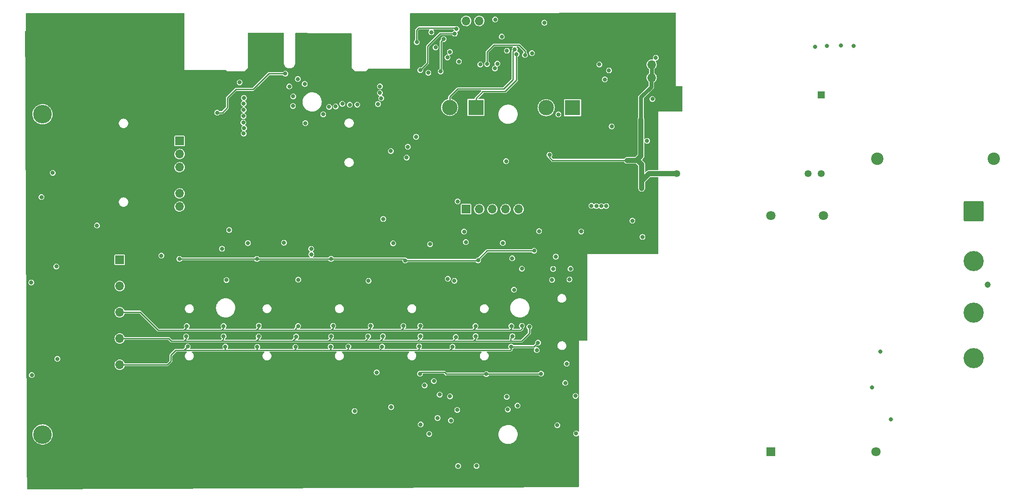
<source format=gbr>
%TF.GenerationSoftware,KiCad,Pcbnew,8.0.4*%
%TF.CreationDate,2024-09-18T10:43:36+01:00*%
%TF.ProjectId,Main_V44,4d61696e-5f56-4343-942e-6b696361645f,rev?*%
%TF.SameCoordinates,Original*%
%TF.FileFunction,Copper,L2,Inr*%
%TF.FilePolarity,Positive*%
%FSLAX46Y46*%
G04 Gerber Fmt 4.6, Leading zero omitted, Abs format (unit mm)*
G04 Created by KiCad (PCBNEW 8.0.4) date 2024-09-18 10:43:36*
%MOMM*%
%LPD*%
G01*
G04 APERTURE LIST*
G04 Aperture macros list*
%AMRoundRect*
0 Rectangle with rounded corners*
0 $1 Rounding radius*
0 $2 $3 $4 $5 $6 $7 $8 $9 X,Y pos of 4 corners*
0 Add a 4 corners polygon primitive as box body*
4,1,4,$2,$3,$4,$5,$6,$7,$8,$9,$2,$3,0*
0 Add four circle primitives for the rounded corners*
1,1,$1+$1,$2,$3*
1,1,$1+$1,$4,$5*
1,1,$1+$1,$6,$7*
1,1,$1+$1,$8,$9*
0 Add four rect primitives between the rounded corners*
20,1,$1+$1,$2,$3,$4,$5,0*
20,1,$1+$1,$4,$5,$6,$7,0*
20,1,$1+$1,$6,$7,$8,$9,0*
20,1,$1+$1,$8,$9,$2,$3,0*%
G04 Aperture macros list end*
%TA.AperFunction,ComponentPad*%
%ADD10R,3.000000X3.000000*%
%TD*%
%TA.AperFunction,ComponentPad*%
%ADD11C,3.000000*%
%TD*%
%TA.AperFunction,ComponentPad*%
%ADD12C,3.600000*%
%TD*%
%TA.AperFunction,ComponentPad*%
%ADD13RoundRect,0.250002X-1.699998X-1.699998X1.699998X-1.699998X1.699998X1.699998X-1.699998X1.699998X0*%
%TD*%
%TA.AperFunction,ComponentPad*%
%ADD14C,3.900000*%
%TD*%
%TA.AperFunction,ComponentPad*%
%ADD15R,1.700000X1.700000*%
%TD*%
%TA.AperFunction,ComponentPad*%
%ADD16O,1.700000X1.700000*%
%TD*%
%TA.AperFunction,ComponentPad*%
%ADD17C,2.400000*%
%TD*%
%TA.AperFunction,ComponentPad*%
%ADD18R,1.350000X1.350000*%
%TD*%
%TA.AperFunction,ComponentPad*%
%ADD19C,1.350000*%
%TD*%
%TA.AperFunction,ComponentPad*%
%ADD20R,1.800000X1.800000*%
%TD*%
%TA.AperFunction,ComponentPad*%
%ADD21C,1.800000*%
%TD*%
%TA.AperFunction,ViaPad*%
%ADD22C,0.800000*%
%TD*%
%TA.AperFunction,ViaPad*%
%ADD23C,1.200000*%
%TD*%
%TA.AperFunction,Conductor*%
%ADD24C,0.250000*%
%TD*%
%TA.AperFunction,Conductor*%
%ADD25C,0.200000*%
%TD*%
%TA.AperFunction,Conductor*%
%ADD26C,0.750000*%
%TD*%
%TA.AperFunction,Conductor*%
%ADD27C,1.000000*%
%TD*%
G04 APERTURE END LIST*
D10*
%TO.N,Net-(C45-Pad2)*%
%TO.C,J27*%
X87800000Y-2667000D03*
D11*
%TO.N,Net-(C45-Pad1)*%
X82720000Y-2667000D03*
%TD*%
D12*
%TO.N,N/C*%
%TO.C,H1*%
X4000000Y-4000000D03*
%TD*%
D13*
%TO.N,/UR*%
%TO.C,J23*%
X184000000Y-22800000D03*
%TD*%
D14*
%TO.N,GNDS*%
%TO.C,J26*%
X184000000Y-51260000D03*
%TD*%
D15*
%TO.N,GND*%
%TO.C,J5*%
X116680000Y3085000D03*
D16*
X116680000Y5625000D03*
X119220000Y3085000D03*
X119220000Y5625000D03*
%TO.N,/+5V*%
X121760000Y3085000D03*
X121760000Y5625000D03*
%TD*%
D10*
%TO.N,Net-(C46-Pad2)*%
%TO.C,J28*%
X106451400Y-2717800D03*
D11*
%TO.N,Net-(C46-Pad1)*%
X101371400Y-2717800D03*
%TD*%
D17*
%TO.N,/UCC*%
%TO.C,C52*%
X187881600Y-12598400D03*
%TO.N,GNDS*%
X165381600Y-12598400D03*
%TD*%
D18*
%TO.N,/U5V_Iso*%
%TO.C,PS2*%
X154510000Y-250000D03*
D19*
%TO.N,GND*%
X126570000Y-250000D03*
%TO.N,/+5V*%
X126570000Y-15490000D03*
%TO.N,unconnected-(PS2-Pad23)*%
X151970000Y-15490000D03*
%TO.N,GND1*%
X154510000Y-15490000D03*
%TD*%
D15*
%TO.N,+3V3*%
%TO.C,J13*%
X85877000Y-22377800D03*
D16*
%TO.N,/BT_TxD*%
X88417000Y-22377800D03*
%TO.N,/BT_RxD*%
X90957000Y-22377800D03*
%TO.N,unconnected-(J13-Pad4)*%
X93497000Y-22377800D03*
%TO.N,unconnected-(J13-Pad5)*%
X96037000Y-22377800D03*
%TO.N,GND*%
X98577000Y-22377800D03*
%TD*%
D12*
%TO.N,N/C*%
%TO.C,H6*%
X4000000Y-66000000D03*
%TD*%
D20*
%TO.N,GNDS*%
%TO.C,PS1*%
X144830000Y-69327500D03*
D21*
%TO.N,/UCC*%
X165150000Y-69327500D03*
%TO.N,GND1*%
X154990000Y-23607500D03*
%TO.N,/U5V_Iso*%
X144830000Y-23607500D03*
%TD*%
D14*
%TO.N,/US*%
%TO.C,J24*%
X184000000Y-32400000D03*
%TD*%
D15*
%TO.N,Net-(J2-Pad13)*%
%TO.C,J4*%
X30505400Y-9169400D03*
D16*
%TO.N,Net-(J2-Pad12)*%
X30505400Y-11709400D03*
%TO.N,Net-(J2-Pad11)*%
X30505400Y-14249400D03*
%TO.N,GND*%
X30505400Y-16789400D03*
%TO.N,Net-(J2-Pad10)*%
X30505400Y-19329400D03*
%TO.N,Net-(J2-Pad9)*%
X30505400Y-21869400D03*
%TD*%
D14*
%TO.N,/UT*%
%TO.C,J25*%
X184000000Y-42400000D03*
%TD*%
D15*
%TO.N,+3V3*%
%TO.C,J15*%
X18925000Y-32180000D03*
D16*
%TO.N,GND*%
X18925000Y-34720000D03*
%TO.N,unconnected-(J15-Pad3)*%
X18925000Y-37260000D03*
%TO.N,GND*%
X18925000Y-39800000D03*
%TO.N,/UR+*%
X18925000Y-42340000D03*
%TO.N,GND*%
X18925000Y-44880000D03*
%TO.N,/US+*%
X18925000Y-47420000D03*
%TO.N,GND*%
X18925000Y-49960000D03*
%TO.N,/UT+*%
X18925000Y-52500000D03*
%TD*%
D15*
%TO.N,GND*%
%TO.C,J21*%
X83352400Y14071600D03*
D16*
%TO.N,Net-(J21-Pad2)*%
X85892400Y14071600D03*
%TO.N,Net-(J21-Pad3)*%
X88432400Y14071600D03*
%TD*%
D22*
%TO.N,GND*%
X33036300Y-18370000D03*
X50816300Y-59010000D03*
X104156300Y-43770000D03*
X111776300Y14650000D03*
X68596300Y-64090000D03*
X2556300Y-43770000D03*
X38116300Y-5670000D03*
X10176300Y-56470000D03*
X50816300Y-64090000D03*
X83836300Y-28530000D03*
X109236300Y-3130000D03*
X50816300Y-53930000D03*
X17796300Y-61550000D03*
X7636300Y-61550000D03*
X38116300Y-66630000D03*
X22876300Y-43770000D03*
X35576300Y-71710000D03*
X101616300Y-71710000D03*
X17796300Y-10750000D03*
X22876300Y-10750000D03*
X30496300Y-69170000D03*
X25416300Y-41230000D03*
X35576300Y-20910000D03*
X96536300Y-64090000D03*
X35576300Y1950000D03*
X10176300Y-66630000D03*
X55896300Y-36150000D03*
X7636300Y-20910000D03*
X20336300Y-23450000D03*
X22876300Y1950000D03*
X116382800Y-4521200D03*
X40656300Y-18370000D03*
X114316300Y14650000D03*
X35576300Y-18370000D03*
X85800000Y-41600000D03*
X2556300Y-46310000D03*
X91456300Y-66630000D03*
X17796300Y14650000D03*
X99076300Y-38690000D03*
X60976300Y-71710000D03*
X68596300Y-74250000D03*
X2556300Y-13290000D03*
X71136300Y-71710000D03*
X43196300Y-53930000D03*
X12716300Y14650000D03*
X58436300Y-69170000D03*
X33036300Y-71710000D03*
X25416300Y-46310000D03*
X20336300Y-15830000D03*
X15256300Y-66630000D03*
X55896300Y-56470000D03*
X76216300Y-66630000D03*
X35576300Y-53930000D03*
X2556300Y7030000D03*
X99076300Y-71710000D03*
X50816300Y-66630000D03*
X114316300Y-25990000D03*
X22876300Y-61550000D03*
X33036300Y-56470000D03*
X25416300Y-71710000D03*
X96536300Y-5670000D03*
X35576300Y-51390000D03*
X55896300Y-71710000D03*
X104156300Y-74250000D03*
X12716300Y-64090000D03*
X33036300Y-13290000D03*
X43196300Y-56470000D03*
X43196300Y-61550000D03*
X7636300Y-69170000D03*
X22876300Y-48850000D03*
X121936300Y-28530000D03*
X30496300Y-5670000D03*
X116856300Y-590000D03*
X27956300Y9570000D03*
X66056300Y-66630000D03*
X25416300Y-61550000D03*
X91456300Y-74250000D03*
X76216300Y-69170000D03*
X53356300Y-64090000D03*
X125806200Y3505200D03*
X17796300Y-13290000D03*
X38116300Y-61550000D03*
X15256300Y-74250000D03*
X27956300Y-23450000D03*
X17796300Y7030000D03*
X86376300Y-74250000D03*
X55896300Y-10750000D03*
X15256300Y-64090000D03*
X81296300Y-74250000D03*
X101616300Y-15830000D03*
X38116300Y-51390000D03*
X5096300Y4490000D03*
X91456300Y-64090000D03*
X12716300Y-56470000D03*
X91456300Y-5670000D03*
X99745800Y787400D03*
X91456300Y-41230000D03*
X60976300Y-74250000D03*
X20336300Y-53930000D03*
X99076300Y-66630000D03*
X7636300Y-56470000D03*
X48276300Y-69170000D03*
X27956300Y-71710000D03*
X60976300Y-69170000D03*
X12716300Y-31070000D03*
X48276300Y-56470000D03*
X17796300Y-56470000D03*
X53356300Y-51390000D03*
X63516300Y-23450000D03*
X33036300Y-8210000D03*
X106696300Y-8210000D03*
X15256300Y-69170000D03*
X22876300Y-28530000D03*
X7636300Y14650000D03*
X48276300Y-23450000D03*
X50816300Y-69170000D03*
X111776300Y-5670000D03*
X53356300Y-53930000D03*
X83836300Y-74250000D03*
X7636300Y-13290000D03*
X27956300Y-25990000D03*
X55896300Y-51390000D03*
X22876300Y-5670000D03*
X106696300Y12110000D03*
X22876300Y-74250000D03*
X5096300Y7030000D03*
X53356300Y-25990000D03*
X33036300Y-10750000D03*
X99076300Y-74250000D03*
X25416300Y14650000D03*
X2556300Y-48850000D03*
X40656300Y-20910000D03*
X55896300Y-53930000D03*
X7636300Y1950000D03*
X25675000Y-9650000D03*
X55896300Y-74250000D03*
X81889600Y-72186800D03*
X5096300Y9570000D03*
X27956300Y-41230000D03*
X45736300Y-74250000D03*
X55896300Y-43770000D03*
X27956300Y-53930000D03*
X114071400Y-3378200D03*
X104156300Y-36150000D03*
X5096300Y-23450000D03*
X7636300Y-36150000D03*
X7636300Y-28530000D03*
X55896300Y-25990000D03*
X68525000Y-14100000D03*
X27956300Y-5670000D03*
X25450000Y-7050000D03*
X86376300Y-5670000D03*
X2556300Y-28530000D03*
X17796300Y-69170000D03*
X43196300Y-69170000D03*
X116856300Y14650000D03*
X10176300Y-71710000D03*
X73676300Y-69170000D03*
X38675000Y-22925000D03*
X30496300Y-43770000D03*
X12716300Y1950000D03*
X2556300Y1950000D03*
X20336300Y4490000D03*
X53356300Y-59010000D03*
X50816300Y-25990000D03*
X2556300Y-74250000D03*
X68596300Y-71710000D03*
X66056300Y-56470000D03*
X78756300Y-74250000D03*
X40656300Y-74250000D03*
X93996300Y-25990000D03*
X109236300Y-8210000D03*
X71136300Y-66630000D03*
X91456300Y-3130000D03*
X106696300Y-74250000D03*
X40656300Y-28530000D03*
X68625000Y-11875000D03*
X45736300Y-13290000D03*
X125679200Y1524000D03*
X20336300Y-25990000D03*
X91456300Y-10750000D03*
X30496300Y-74250000D03*
X111776300Y-590000D03*
X78756300Y-590000D03*
X96536300Y-3130000D03*
X78756300Y-25990000D03*
X12716300Y-25990000D03*
X71136300Y-25990000D03*
X22876300Y-41230000D03*
X78756300Y-69170000D03*
X5096300Y-13290000D03*
X22876300Y-59010000D03*
X58436300Y-66630000D03*
X33036300Y-69170000D03*
X22876300Y-33610000D03*
X60976300Y-18370000D03*
X7636300Y-10750000D03*
X58436300Y-71710000D03*
X91456300Y-71710000D03*
X25416300Y-64090000D03*
X96536300Y-74250000D03*
X33036300Y-5670000D03*
X7636300Y-23450000D03*
X2556300Y-56470000D03*
X38116300Y-53930000D03*
X81296300Y-18370000D03*
X96536300Y-15830000D03*
X63516300Y-74250000D03*
X7636300Y-46310000D03*
X68575000Y-9125000D03*
X22876300Y-53930000D03*
X5096300Y-25990000D03*
X40656300Y-69170000D03*
X65075000Y-41450000D03*
X17796300Y-59010000D03*
X50950000Y-41375000D03*
X40656300Y-43770000D03*
X22876300Y-13290000D03*
X25416300Y-18370000D03*
X38116300Y-25990000D03*
X25416300Y-48850000D03*
X60976300Y-64090000D03*
X87147400Y-64465200D03*
X20336300Y-43770000D03*
X53356300Y-69170000D03*
X43196300Y-25990000D03*
X17796300Y-25990000D03*
X22876300Y14650000D03*
X27956300Y-74250000D03*
X55896300Y-69170000D03*
X17796300Y12110000D03*
X17796300Y-18370000D03*
X20336300Y-71710000D03*
X5096300Y-56470000D03*
X5096300Y14650000D03*
X38116300Y-13290000D03*
X118440200Y-2616200D03*
X25416300Y-28530000D03*
X43196300Y-66630000D03*
X45736300Y-64090000D03*
X2556300Y-41230000D03*
X109236300Y14650000D03*
X38116300Y-10750000D03*
X15256300Y-13290000D03*
X22876300Y-8210000D03*
X5096300Y-10750000D03*
X45736300Y-41230000D03*
X116856300Y9570000D03*
X7636300Y-5670000D03*
X53356300Y-56470000D03*
X118567200Y14884400D03*
X63516300Y-71710000D03*
X20336300Y-61550000D03*
X25416300Y-33610000D03*
X7636300Y-41230000D03*
X73676300Y-23450000D03*
X33036300Y-74250000D03*
X10176300Y-61550000D03*
X53356300Y-31070000D03*
X22876300Y-31070000D03*
X73676300Y-66630000D03*
X40656300Y-15830000D03*
X96536300Y-10750000D03*
X17796300Y1950000D03*
X71136300Y-74250000D03*
X5096300Y12110000D03*
X40656300Y-31070000D03*
X15256300Y-53930000D03*
X63516300Y-64090000D03*
X5096300Y1950000D03*
X40656300Y-10750000D03*
X40656300Y-61550000D03*
X48276300Y-61550000D03*
X10176300Y-53930000D03*
X122072400Y-2895600D03*
X25416300Y-31070000D03*
X10176300Y-64090000D03*
X35576300Y-15830000D03*
X30496300Y7030000D03*
X10176300Y-74250000D03*
X20336300Y14650000D03*
X7636300Y-590000D03*
X109236300Y12110000D03*
X78756300Y-71710000D03*
X40656300Y-64090000D03*
X73676300Y-74250000D03*
X33036300Y-64090000D03*
X10176300Y-69170000D03*
X71136300Y-64090000D03*
X38116300Y-28530000D03*
X73676300Y-8210000D03*
X76216300Y-61550000D03*
X63516300Y-66630000D03*
X45736300Y-59010000D03*
X63516300Y-18370000D03*
X68596300Y-66630000D03*
X20336300Y-41230000D03*
X66056300Y-53930000D03*
X43196300Y-71710000D03*
X93996300Y-51390000D03*
X27956300Y-18370000D03*
X73676300Y-71710000D03*
X45736300Y-15830000D03*
X114316300Y-590000D03*
X81296300Y-41230000D03*
X20336300Y-56470000D03*
X40656300Y-66630000D03*
X7636300Y12110000D03*
X35576300Y-5670000D03*
X25416300Y-69170000D03*
X15256300Y-56470000D03*
X7636300Y4490000D03*
X35576300Y-74250000D03*
X99076300Y-33610000D03*
X118618000Y1295400D03*
X112014000Y-16433800D03*
X7636300Y7030000D03*
X38116300Y-20910000D03*
X33036300Y1950000D03*
X99076300Y-41230000D03*
X38116300Y-59010000D03*
X60976300Y-23450000D03*
X12716300Y-23450000D03*
X17796300Y-53930000D03*
X20336300Y-74250000D03*
X27956300Y-20910000D03*
X20336300Y-66630000D03*
X2556300Y-71710000D03*
X27956300Y-56470000D03*
X83836300Y-23450000D03*
X115163600Y-16459200D03*
X48276300Y-48850000D03*
X25416300Y-66630000D03*
X15256300Y1950000D03*
X33036300Y-61550000D03*
X76216300Y-56470000D03*
X106696300Y9570000D03*
X48276300Y-20910000D03*
X99076300Y-3130000D03*
X22876300Y-66630000D03*
X40656300Y-56470000D03*
X55896300Y-48850000D03*
X57799999Y-41349999D03*
X66056300Y-71710000D03*
X50816300Y-61550000D03*
X10176300Y-51390000D03*
X63516300Y-8210000D03*
X68596300Y-36150000D03*
X114316300Y-28530000D03*
X20336300Y-46310000D03*
X17796300Y-20910000D03*
X7636300Y-64090000D03*
X99076300Y-15830000D03*
X68596300Y-59010000D03*
X30496300Y9570000D03*
X60976300Y-56470000D03*
X25416300Y-23450000D03*
X30496300Y-71710000D03*
X59740800Y-61468000D03*
X20336300Y-59010000D03*
X48276300Y-66630000D03*
X109236300Y9570000D03*
X20336300Y-69170000D03*
X76216300Y-23450000D03*
X50816300Y-51390000D03*
X121936300Y-18370000D03*
X71136300Y-8210000D03*
X109236300Y1950000D03*
X106696300Y7030000D03*
X88916300Y-69170000D03*
X17796300Y-5670000D03*
X25416300Y-25990000D03*
X93996300Y-10750000D03*
X25416300Y9570000D03*
X20336300Y-18370000D03*
X12716300Y7030000D03*
X111776300Y-23450000D03*
X27956300Y-66630000D03*
X68596300Y-51390000D03*
X38116300Y-18370000D03*
X22876300Y-46310000D03*
X86376300Y-66630000D03*
X55896300Y-41230000D03*
X110058200Y-16484600D03*
X7636300Y-43770000D03*
X12716300Y-71710000D03*
X50816300Y-15830000D03*
X35576300Y-61550000D03*
X22876300Y-51390000D03*
X93996300Y-74250000D03*
X22876300Y-25990000D03*
X43196300Y-74250000D03*
X15256300Y-71710000D03*
X7636300Y-66630000D03*
X15256300Y14650000D03*
X111776300Y-10750000D03*
X53356300Y-8210000D03*
X5096300Y-48850000D03*
X43196300Y-15830000D03*
X25416300Y-59010000D03*
X15256300Y-23450000D03*
X96536300Y-66630000D03*
X7636300Y9570000D03*
X35576300Y-41230000D03*
X55896300Y-13290000D03*
X27956300Y14650000D03*
X27956300Y-69170000D03*
X2556300Y-61550000D03*
X27956300Y-64090000D03*
X15256300Y4490000D03*
X63516300Y-10750000D03*
X2556300Y-25990000D03*
X55896300Y-15830000D03*
X58436300Y-64090000D03*
X25416300Y-20910000D03*
X55896300Y-64090000D03*
X50816300Y-71710000D03*
X38116300Y-69170000D03*
X22876300Y-36150000D03*
X2556300Y9570000D03*
X78756300Y-23450000D03*
X25416300Y-13290000D03*
X2556300Y-59010000D03*
X85750400Y-72237600D03*
X121936300Y-13290000D03*
X117983000Y-14147800D03*
X88916300Y-66630000D03*
X40656300Y-51390000D03*
X20336300Y-36150000D03*
X5096300Y-8210000D03*
X63516300Y-69170000D03*
X73676300Y-41230000D03*
X58436300Y-74250000D03*
X116856300Y-28530000D03*
X20336300Y-13290000D03*
X40656300Y-59010000D03*
X40656300Y-71710000D03*
X12716300Y-74250000D03*
X22876300Y-71710000D03*
X109236300Y-23450000D03*
X30496300Y-64090000D03*
X68596300Y-56470000D03*
X17796300Y-23450000D03*
X121936300Y-20910000D03*
X104156300Y-71710000D03*
X15256300Y-59010000D03*
X43196300Y-64090000D03*
X2556300Y-10750000D03*
X12716300Y-61550000D03*
X25416300Y-51390000D03*
X7636300Y-8210000D03*
X30496300Y-59010000D03*
X15256300Y-61550000D03*
X45736300Y-18370000D03*
X55896300Y-8210000D03*
X96536300Y-25990000D03*
X99076300Y-36150000D03*
X22876300Y-64090000D03*
X43196300Y-23450000D03*
X123952000Y-2971800D03*
X33036300Y-15830000D03*
X43196300Y-20910000D03*
X99076300Y-69170000D03*
X53325000Y-24050000D03*
X12716300Y-66630000D03*
X35576300Y-66630000D03*
X68596300Y-28530000D03*
X55896300Y-66630000D03*
X35576300Y-13290000D03*
X111023400Y-16459200D03*
X15256300Y-8210000D03*
X17796300Y-71710000D03*
X30496300Y-41230000D03*
X2556300Y12110000D03*
X93000000Y-41400000D03*
X60976300Y-66630000D03*
X45736300Y-23450000D03*
X126669800Y-3022600D03*
X33036300Y-23450000D03*
X66056300Y-51390000D03*
X22876300Y-56470000D03*
X33036300Y-66630000D03*
X7636300Y-18370000D03*
X43196300Y-59010000D03*
X12716300Y-28530000D03*
X81296300Y-23450000D03*
X5096300Y-43770000D03*
X5096300Y-74250000D03*
X123012200Y14909800D03*
X53356300Y-74250000D03*
X50816300Y-8210000D03*
X43196300Y-51390000D03*
X2556300Y14650000D03*
X121936300Y-10750000D03*
X101616300Y-74250000D03*
X7636300Y-48850000D03*
X17796300Y-74250000D03*
X7636300Y-74250000D03*
X7636300Y-31070000D03*
X76216300Y-74250000D03*
X5096300Y-28530000D03*
X27956300Y-28530000D03*
X75742800Y13385800D03*
X112852200Y-3352800D03*
X20336300Y-8210000D03*
X109236300Y7030000D03*
X17796300Y-28530000D03*
X25416300Y7030000D03*
X27956300Y1950000D03*
X93996300Y-71710000D03*
X5096300Y-590000D03*
X25416300Y12110000D03*
X71136300Y-69170000D03*
X111776300Y12110000D03*
X15256300Y-10750000D03*
X2556300Y-23450000D03*
X33036300Y-59010000D03*
X5096300Y-61550000D03*
X113004600Y-16459200D03*
X68550000Y-4175000D03*
X30496300Y14650000D03*
X81296300Y-25990000D03*
X10176300Y14650000D03*
X106696300Y1950000D03*
X5096300Y-41230000D03*
X68596300Y-25990000D03*
X25416300Y-56470000D03*
X53356300Y-28530000D03*
X63516300Y-41230000D03*
X111776300Y-28530000D03*
X96536300Y-69170000D03*
X20336300Y-28530000D03*
X7636300Y-59010000D03*
X91456300Y-69170000D03*
X25416300Y-38690000D03*
X7636300Y-3130000D03*
X53356300Y-41230000D03*
X43196300Y-18370000D03*
X20336300Y-64090000D03*
X17796300Y-66630000D03*
X53356300Y-66630000D03*
X81296300Y-28530000D03*
X109236300Y-590000D03*
X22876300Y-69170000D03*
X7636300Y-71710000D03*
X17796300Y-64090000D03*
X20336300Y-48850000D03*
X20336300Y7030000D03*
X15256300Y-48850000D03*
X30496300Y1950000D03*
X93996300Y-590000D03*
X14625000Y-31850000D03*
X35576300Y-64090000D03*
X20336300Y1950000D03*
X50816300Y-23450000D03*
X50816300Y-56470000D03*
X20336300Y12110000D03*
X15256300Y-15830000D03*
X106696300Y14650000D03*
X40656300Y-53930000D03*
X55896300Y-28530000D03*
X2556300Y-38690000D03*
X25416300Y-53930000D03*
X110972600Y-3352800D03*
X71850000Y-41575000D03*
X35576300Y-59010000D03*
X100203000Y8864600D03*
X83836300Y-43770000D03*
X5096300Y-46310000D03*
X50816300Y-74250000D03*
X120650000Y14909800D03*
X116408200Y-5664200D03*
X99076300Y-64090000D03*
X96536300Y-71710000D03*
X17796300Y-15830000D03*
X27956300Y-61550000D03*
X10176300Y-59010000D03*
X106696300Y-18370000D03*
X35576300Y-8210000D03*
X121437400Y-22453600D03*
X33036300Y-20910000D03*
X43850000Y-41300000D03*
X35576300Y-69170000D03*
X35576300Y-23450000D03*
X25250000Y-4650000D03*
X20336300Y-51390000D03*
X116205000Y-16433800D03*
X76216300Y14650000D03*
X30496300Y12110000D03*
X25416300Y-74250000D03*
X17796300Y4490000D03*
X106696300Y-71710000D03*
X115214400Y-3378200D03*
X71136300Y-5670000D03*
X111861600Y-3352800D03*
X111776300Y-25990000D03*
X50816300Y-10750000D03*
X20336300Y-38690000D03*
X104156300Y-41230000D03*
X45736300Y-66630000D03*
X76216300Y-71710000D03*
X55896300Y-61550000D03*
X48276300Y-59010000D03*
X66056300Y-69170000D03*
X45736300Y-20910000D03*
X25416300Y-36150000D03*
X15256300Y-18370000D03*
X110109000Y-17500600D03*
X27956300Y-59010000D03*
X119396300Y9570000D03*
X88916300Y-5670000D03*
X7636300Y-25990000D03*
X2556300Y-31070000D03*
X27956300Y-8210000D03*
X91456300Y-590000D03*
X55896300Y-18370000D03*
X40656300Y1950000D03*
X48276300Y-43770000D03*
X53356300Y-71710000D03*
X88916300Y-74250000D03*
X53356300Y-61550000D03*
X35576300Y-10750000D03*
X109236300Y-10750000D03*
X45736300Y-61550000D03*
X48276300Y-74250000D03*
X68596300Y-69170000D03*
X22876300Y-38690000D03*
X88916300Y-64090000D03*
X5096300Y-59010000D03*
X22876300Y-20910000D03*
X22876300Y-18370000D03*
X79000000Y-41450000D03*
X96536300Y-590000D03*
X114316300Y1950000D03*
X50816300Y-13290000D03*
X30496300Y-56470000D03*
X66056300Y-74250000D03*
X68596300Y-41230000D03*
X40656300Y-13290000D03*
X2556300Y4490000D03*
X38116300Y-64090000D03*
X30496300Y-23450000D03*
X2556300Y-590000D03*
X30496300Y-61550000D03*
X5096300Y-31070000D03*
X7636300Y-53930000D03*
X48276300Y-64090000D03*
X38116300Y-8210000D03*
X124476300Y-590000D03*
X38116300Y-15830000D03*
X45736300Y-71710000D03*
X116382800Y-17475200D03*
X94919800Y-27889200D03*
X104156300Y7030000D03*
X99076300Y-5670000D03*
X38116300Y-74250000D03*
X48276300Y-71710000D03*
X121936300Y-5670000D03*
X15256300Y12110000D03*
X83836300Y-5670000D03*
X15256300Y7030000D03*
X93996300Y-69170000D03*
X114046000Y-16408400D03*
X43196300Y-10750000D03*
X60976300Y-59010000D03*
X68475000Y-6675000D03*
X38116300Y-71710000D03*
X2556300Y-8210000D03*
X5096300Y-71710000D03*
X5096300Y-38690000D03*
X30496300Y-66630000D03*
X88916300Y-10750000D03*
X116856300Y-25990000D03*
X45736300Y-56470000D03*
X12716300Y-69170000D03*
X7636300Y-38690000D03*
X22876300Y-23450000D03*
X20336300Y-10750000D03*
X35576300Y-56470000D03*
X12716300Y4490000D03*
X106696300Y-10750000D03*
X45736300Y-69170000D03*
X121936300Y-25990000D03*
X38116300Y1950000D03*
X38116300Y-56470000D03*
X116357400Y-18567400D03*
X17796300Y-8210000D03*
X25416300Y1950000D03*
X15256300Y-20910000D03*
X15256300Y-43770000D03*
X118516400Y12852400D03*
X81296300Y-69170000D03*
%TO.N,/SDAT7*%
X60680600Y-2489200D03*
X74625200Y-10287000D03*
%TO.N,+3V3*%
X3810000Y-20040600D03*
X78765400Y-65887600D03*
X43713400Y-28956000D03*
X74396600Y-12395200D03*
X121920000Y-1041400D03*
X55956200Y-30048200D03*
X107162600Y-65811400D03*
X71399400Y-60706000D03*
X71780400Y-28981400D03*
X98628200Y7823200D03*
X85852000Y-28752800D03*
X112979200Y-21767800D03*
X122555000Y6934200D03*
X38709600Y-30048200D03*
X14528800Y-25552400D03*
X1930400Y-54508400D03*
X107035600Y-58521600D03*
X101015800Y13716000D03*
X50673000Y-28879800D03*
X82780000Y-58610000D03*
X110109000Y-21717000D03*
X105333800Y-52298600D03*
X79171800Y11861800D03*
X99999800Y-26644600D03*
X111074200Y-21767800D03*
X108127800Y-26695400D03*
X119989600Y-27762200D03*
X112039400Y-21793200D03*
X84505800Y6223000D03*
X40081200Y-26416000D03*
X78917800Y-29159200D03*
X1828800Y-36576000D03*
X55981600Y-31140400D03*
X64338200Y-61468000D03*
X26974800Y-31369000D03*
X92989400Y-28930600D03*
X93750000Y-58710000D03*
%TO.N,/uDTR*%
X42950000Y-850000D03*
%TO.N,/uDCD*%
X42900000Y-1950000D03*
%TO.N,/uPWRKEY*%
X42875000Y-4350000D03*
%TO.N,/Alim*%
X42900000Y-7725000D03*
%TO.N,/uStatus*%
X42900000Y-3150000D03*
%TO.N,/RxD*%
X42975000Y-6675000D03*
%TO.N,/TxD*%
X42825000Y-5600000D03*
%TO.N,/SYN*%
X94800000Y-31900000D03*
X61976000Y-1981200D03*
%TO.N,/SCL*%
X96675000Y-33900000D03*
X64846200Y-2133600D03*
%TO.N,/SDAT2*%
X52451000Y-533400D03*
X39575000Y-36100000D03*
%TO.N,/SCS*%
X63398400Y-2159000D03*
X95150000Y-37975000D03*
%TO.N,/SDAT3*%
X53450000Y-36025000D03*
X52425600Y-2387600D03*
%TO.N,/SDAT4*%
X54813200Y-5715000D03*
X67025000Y-36250000D03*
%TO.N,/SDAT5*%
X58267600Y-4013200D03*
X82350000Y-35875000D03*
%TO.N,/SDAT6*%
X59410600Y-2565400D03*
X83625000Y-36250000D03*
D23*
%TO.N,/UCC*%
X186690000Y-36957000D03*
D22*
%TO.N,/UR*%
X165938200Y-49911000D03*
%TO.N,/US*%
X164375000Y-56875000D03*
%TO.N,/UT*%
X168000000Y-63075000D03*
%TO.N,/UR+*%
X96672400Y-44958000D03*
X67437000Y-44958000D03*
X77038200Y-44958000D03*
X87706200Y-45008800D03*
X94640400Y-45008800D03*
X53407400Y-45000000D03*
X38989000Y-45008800D03*
X73758200Y-44980000D03*
X31877000Y-45008800D03*
X60198000Y-44958000D03*
X45821600Y-44958000D03*
%TO.N,/US+*%
X66929000Y-46990000D03*
X45796200Y-47015400D03*
X69799200Y-46990000D03*
X87731600Y-46964600D03*
X94843600Y-46990000D03*
X31775400Y-47015400D03*
X77063600Y-46990000D03*
X83910000Y-47140000D03*
X59791600Y-47015400D03*
X53035200Y-47040800D03*
X38989000Y-46990000D03*
X98120200Y-45161200D03*
%TO.N,/RS485_RxD*%
X80010000Y8940800D03*
X78587600Y4038600D03*
%TO.N,/SCLK*%
X105867200Y-35991800D03*
X69215000Y152400D03*
%TO.N,/MISO*%
X69469000Y-889000D03*
X102489000Y-36068000D03*
%TO.N,/MOSI*%
X68859400Y-2032000D03*
X103230000Y-31580000D03*
%TO.N,/SS*%
X102717600Y-33959800D03*
X54701811Y1863989D03*
%TO.N,/RS485_TxD*%
X111640000Y5640000D03*
X83693000Y11607800D03*
X77038200Y4546600D03*
%TO.N,/RS485_DE*%
X112700000Y2730000D03*
%TO.N,/BT_RxD*%
X84251800Y-20878800D03*
%TO.N,/UT+*%
X83261200Y-49022000D03*
X69660000Y-49000000D03*
X99796600Y-48234600D03*
X63119000Y-48971200D03*
X32080200Y-48971200D03*
X76809600Y-48945800D03*
X94589600Y-48996600D03*
X52908200Y-49047400D03*
X59715400Y-49022000D03*
X45516800Y-49022000D03*
X39344600Y-48996600D03*
%TO.N,/ADE_Reset*%
X99060000Y-30429200D03*
X53365400Y2819400D03*
X30480000Y-32004000D03*
X88214200Y-32283400D03*
X59787600Y-32000000D03*
X74117200Y-32308800D03*
X45466000Y-32004000D03*
%TO.N,/Enable*%
X103733600Y-4038600D03*
X118033800Y-24612600D03*
%TO.N,/BT_RTS*%
X84048600Y12496800D03*
X76352400Y9956800D03*
X42113200Y2184400D03*
%TO.N,/InfoV*%
X69870000Y-24290000D03*
X85496400Y-26720800D03*
X80780000Y-58290000D03*
X80375000Y-62825000D03*
X51714400Y1371600D03*
%TO.N,/+5V*%
X119837200Y-18338800D03*
X119684800Y-5054600D03*
X117017800Y-12928600D03*
X102006400Y-11861800D03*
%TO.N,/+3V67*%
X76225400Y-8382000D03*
X120878600Y-9144000D03*
X114046000Y-6350000D03*
%TO.N,/L1*%
X87909400Y-72085200D03*
X95825000Y-60425000D03*
%TO.N,/L2*%
X82956400Y-63296800D03*
X84175600Y-61239400D03*
%TO.N,/L3*%
X77110000Y-64070000D03*
X84353400Y-72110600D03*
%TO.N,/Vin*%
X153339800Y9093200D03*
%TO.N,/IRQ1*%
X69215000Y1397000D03*
X106070400Y-33934400D03*
%TO.N,/iUR-*%
X99568000Y-49682400D03*
X105054400Y-56032400D03*
%TO.N,/iUS-*%
X103505000Y-64211200D03*
X93950000Y-61150000D03*
%TO.N,/iUT-*%
X79675000Y-55650000D03*
X77850000Y-56500000D03*
%TO.N,Earth*%
X160807400Y9245600D03*
%TO.N,/+3V3_UC*%
X50927000Y3860800D03*
X37769800Y-3683000D03*
%TO.N,Net-(LED1-Pad4)*%
X5969000Y-15341600D03*
%TO.N,Net-(LED2-Pad4)*%
X6680200Y-33477200D03*
%TO.N,Net-(LED3-Pad4)*%
X6883400Y-51358800D03*
%TO.N,/-3V3*%
X89790000Y-54290000D03*
X76980000Y-54250000D03*
X68605000Y-53985000D03*
X100370000Y-54240000D03*
%TO.N,Net-(K1-Pad1)*%
X93625400Y-13080000D03*
X71348600Y-11125200D03*
%TO.N,/B-*%
X155625800Y9194800D03*
%TO.N,/A+*%
X158343600Y9296400D03*
%TO.N,Net-(C45-Pad1)*%
X95300800Y8585200D03*
%TO.N,Net-(C45-Pad2)*%
X95631000Y7645400D03*
%TO.N,/SDIx*%
X91465400Y4876800D03*
X93776800Y8305800D03*
%TO.N,/SCLKx*%
X91948000Y5791200D03*
X92786200Y11023600D03*
%TO.N,/RDY1*%
X89941400Y5740400D03*
X97282000Y7467600D03*
%TO.N,/RDY2*%
X88646000Y5638800D03*
X91516200Y14351000D03*
%TO.N,/ISO_Txd*%
X113512600Y4495800D03*
X80975200Y4292600D03*
X81559400Y10566400D03*
%TO.N,Net-(J21-Pad2)*%
X82296000Y7010400D03*
%TO.N,Net-(J21-Pad3)*%
X82753200Y8077200D03*
%TD*%
D24*
%TO.N,GND*%
X76942400Y-590000D02*
X78756300Y-590000D01*
X75895200Y457200D02*
X76942400Y-590000D01*
X76936600Y6934200D02*
X75895200Y5892800D01*
X77180200Y6934200D02*
X76936600Y6934200D01*
X75895200Y5892800D02*
X75895200Y457200D01*
%TO.N,/UR+*%
X52959000Y-45448400D02*
X52959000Y-45796200D01*
X22860000Y-42291000D02*
X18974000Y-42291000D01*
X52959000Y-45796200D02*
X45313600Y-45796200D01*
X96393000Y-45796200D02*
X96672400Y-45516800D01*
X77038200Y-45288200D02*
X76530200Y-45796200D01*
X38989000Y-45415200D02*
X38608000Y-45796200D01*
X96672400Y-45516800D02*
X96672400Y-44958000D01*
X31369000Y-45796200D02*
X26365200Y-45796200D01*
X38989000Y-45008800D02*
X38989000Y-45415200D01*
X67437000Y-45389800D02*
X67030600Y-45796200D01*
X45313600Y-45796200D02*
X38608000Y-45796200D01*
X38608000Y-45796200D02*
X31369000Y-45796200D01*
X60198000Y-44958000D02*
X60198000Y-45364400D01*
X53407400Y-45000000D02*
X52959000Y-45448400D01*
X87706200Y-45008800D02*
X87706200Y-45288200D01*
X77038200Y-44958000D02*
X77038200Y-45288200D01*
X87198200Y-45796200D02*
X76530200Y-45796200D01*
X94005400Y-45796200D02*
X87198200Y-45796200D01*
X94640400Y-45466000D02*
X94310200Y-45796200D01*
X73355200Y-45796200D02*
X67030600Y-45796200D01*
X87706200Y-45288200D02*
X87198200Y-45796200D01*
X59766200Y-45796200D02*
X52959000Y-45796200D01*
X73758200Y-45393200D02*
X73355200Y-45796200D01*
X67437000Y-44958000D02*
X67437000Y-45389800D01*
X31877000Y-45008800D02*
X31877000Y-45288200D01*
X94640400Y-45008800D02*
X94640400Y-45466000D01*
X73758200Y-44980000D02*
X73758200Y-45393200D01*
X31877000Y-45288200D02*
X31369000Y-45796200D01*
X45821600Y-45288200D02*
X45313600Y-45796200D01*
X94310200Y-45796200D02*
X94005400Y-45796200D01*
X94005400Y-45796200D02*
X96393000Y-45796200D01*
X76530200Y-45796200D02*
X73355200Y-45796200D01*
X67030600Y-45796200D02*
X59766200Y-45796200D01*
X60198000Y-45364400D02*
X59766200Y-45796200D01*
X45821600Y-44958000D02*
X45821600Y-45288200D01*
X18974000Y-42291000D02*
X18925000Y-42340000D01*
X26365200Y-45796200D02*
X22860000Y-42291000D01*
%TO.N,/US+*%
X38608000Y-47904400D02*
X45288200Y-47904400D01*
X66929000Y-46990000D02*
X66929000Y-47345600D01*
X94538800Y-47294800D02*
X94843600Y-46990000D01*
D25*
X77063600Y-46990000D02*
X77063600Y-47396400D01*
D24*
X96596200Y-47904400D02*
X98120200Y-46380400D01*
X59524900Y-47688500D02*
X59791600Y-47421800D01*
X18925000Y-47420000D02*
X28420800Y-47420000D01*
X45796200Y-47396400D02*
X45288200Y-47904400D01*
X59807000Y-47406400D02*
X59524900Y-47688500D01*
D25*
X83910000Y-47382600D02*
X83388200Y-47904400D01*
X83910000Y-47140000D02*
X83910000Y-47382600D01*
D24*
X53035200Y-47040800D02*
X53035200Y-47218600D01*
X66370200Y-47904400D02*
X69316600Y-47904400D01*
X87731600Y-47498000D02*
X87325200Y-47904400D01*
X87731600Y-46964600D02*
X87731600Y-47498000D01*
X45288200Y-47904400D02*
X52349400Y-47904400D01*
X28420800Y-47420000D02*
X28905200Y-47904400D01*
X31343600Y-47904400D02*
X38608000Y-47904400D01*
X52349400Y-47904400D02*
X59309000Y-47904400D01*
X53035200Y-47218600D02*
X52349400Y-47904400D01*
X59524900Y-47688500D02*
X59309000Y-47904400D01*
X59309000Y-47904400D02*
X66370200Y-47904400D01*
X69799200Y-47421800D02*
X69316600Y-47904400D01*
X38989000Y-46990000D02*
X38989000Y-47523400D01*
X38989000Y-47523400D02*
X38608000Y-47904400D01*
X69316600Y-47904400D02*
X76555600Y-47904400D01*
X31775400Y-47472600D02*
X31343600Y-47904400D01*
X83388200Y-47904400D02*
X87325200Y-47904400D01*
X94538800Y-47904400D02*
X94538800Y-47294800D01*
X45796200Y-47015400D02*
X45796200Y-47396400D01*
X31775400Y-47015400D02*
X31775400Y-47472600D01*
X28905200Y-47904400D02*
X31343600Y-47904400D01*
X76555600Y-47904400D02*
X83388200Y-47904400D01*
X69799200Y-46990000D02*
X69799200Y-47421800D01*
X66929000Y-47345600D02*
X66370200Y-47904400D01*
D25*
X77063600Y-47396400D02*
X76555600Y-47904400D01*
D24*
X94538800Y-47904400D02*
X96596200Y-47904400D01*
X98120200Y-46380400D02*
X98120200Y-45161200D01*
X59791600Y-47421800D02*
X59791600Y-47015400D01*
X87325200Y-47904400D02*
X94538800Y-47904400D01*
%TO.N,/RS485_TxD*%
X80899000Y11607800D02*
X78435200Y9144000D01*
X78435200Y5943600D02*
X77038200Y4546600D01*
X83693000Y11607800D02*
X80899000Y11607800D01*
X78435200Y9144000D02*
X78435200Y5943600D01*
%TO.N,/UT+*%
X63119000Y-49403000D02*
X62814200Y-49707800D01*
X31343600Y-49707800D02*
X30886400Y-49707800D01*
X29743400Y-49707800D02*
X28829000Y-50622200D01*
X32080200Y-48971200D02*
X31343600Y-49707800D01*
X94589600Y-48996600D02*
X99034600Y-48996600D01*
X28829000Y-51790600D02*
X28119600Y-52500000D01*
X45516800Y-49022000D02*
X45516800Y-49530000D01*
X94437200Y-49707800D02*
X30886400Y-49707800D01*
X30886400Y-49707800D02*
X29743400Y-49707800D01*
X45516800Y-49530000D02*
X45339000Y-49707800D01*
X39344600Y-49555400D02*
X39192200Y-49707800D01*
X99034600Y-48996600D02*
X99796600Y-48234600D01*
X76809600Y-49403000D02*
X76504800Y-49707800D01*
X52908200Y-49047400D02*
X52908200Y-49403000D01*
X83261200Y-49225200D02*
X82778600Y-49707800D01*
X59715400Y-49530000D02*
X59537600Y-49707800D01*
X28119600Y-52500000D02*
X18925000Y-52500000D01*
D25*
X69660000Y-49237400D02*
X69189600Y-49707800D01*
D24*
X39344600Y-48996600D02*
X39344600Y-49555400D01*
X94589600Y-49555400D02*
X94437200Y-49707800D01*
D25*
X69660000Y-49000000D02*
X69660000Y-49237400D01*
D24*
X28829000Y-50622200D02*
X28829000Y-51790600D01*
X83261200Y-49022000D02*
X83261200Y-49225200D01*
X94589600Y-48996600D02*
X94589600Y-49555400D01*
X76809600Y-48945800D02*
X76809600Y-49403000D01*
X63119000Y-48971200D02*
X63119000Y-49403000D01*
X59715400Y-49022000D02*
X59715400Y-49530000D01*
X52908200Y-49403000D02*
X52603400Y-49707800D01*
%TO.N,/ADE_Reset*%
X59787600Y-32000000D02*
X73808400Y-32000000D01*
X73808400Y-32000000D02*
X74117200Y-32308800D01*
X74117200Y-32308800D02*
X88188800Y-32308800D01*
X59783600Y-32004000D02*
X59787600Y-32000000D01*
X30480000Y-32004000D02*
X45466000Y-32004000D01*
X89941400Y-30429200D02*
X99060000Y-30429200D01*
X45466000Y-32004000D02*
X59783600Y-32004000D01*
X88214200Y-32156400D02*
X89941400Y-30429200D01*
X88188800Y-32308800D02*
X88214200Y-32283400D01*
X88214200Y-32283400D02*
X88214200Y-32156400D01*
%TO.N,/BT_RTS*%
X76733400Y12725400D02*
X76301600Y12293600D01*
X76301600Y9982200D02*
X76327000Y9956800D01*
X83820000Y12725400D02*
X76733400Y12725400D01*
X76301600Y12293600D02*
X76301600Y9982200D01*
X84048600Y12496800D02*
X83820000Y12725400D01*
X76327000Y9956800D02*
X76352400Y9956800D01*
D26*
%TO.N,/+5V*%
X119684800Y-711200D02*
X121691400Y1295400D01*
D27*
X119837200Y-13741400D02*
X119024400Y-12928600D01*
D24*
X117017800Y-12928600D02*
X102590600Y-12928600D01*
D27*
X118338600Y-12928600D02*
X117017800Y-12928600D01*
D26*
X121760000Y3085000D02*
X121760000Y5625000D01*
D27*
X118338600Y-12928600D02*
X118821200Y-12928600D01*
D26*
X121691400Y1295400D02*
X121691400Y3016400D01*
D27*
X121238200Y-15490000D02*
X126570000Y-15490000D01*
X118821200Y-12928600D02*
X119684800Y-12065000D01*
X119837200Y-13741400D02*
X119837200Y-16891000D01*
D26*
X121691400Y3016400D02*
X121760000Y3085000D01*
X119684800Y-5054600D02*
X119684800Y-711200D01*
D27*
X119837200Y-16891000D02*
X119837200Y-18338800D01*
D24*
X102590600Y-12928600D02*
X102006400Y-12344400D01*
D27*
X119024400Y-12928600D02*
X118338600Y-12928600D01*
X121238200Y-15490000D02*
X119837200Y-16891000D01*
X119684800Y-12065000D02*
X119684800Y-5054600D01*
D24*
X102006400Y-12344400D02*
X102006400Y-11861800D01*
%TO.N,/+3V3_UC*%
X39725600Y-2717800D02*
X38760400Y-3683000D01*
X39725600Y-863600D02*
X39725600Y-2717800D01*
X47752000Y3860800D02*
X44704000Y812800D01*
X50927000Y3860800D02*
X47752000Y3860800D01*
X44704000Y812800D02*
X41402000Y812800D01*
X41402000Y812800D02*
X39725600Y-863600D01*
X38760400Y-3683000D02*
X37769800Y-3683000D01*
%TO.N,/-3V3*%
X89790000Y-54290000D02*
X100320000Y-54290000D01*
X77280400Y-53949600D02*
X76980000Y-54250000D01*
X89790000Y-54290000D02*
X82026800Y-54290000D01*
X82026800Y-54290000D02*
X81686400Y-53949600D01*
X81686400Y-53949600D02*
X77280400Y-53949600D01*
X100320000Y-54290000D02*
X100370000Y-54240000D01*
%TO.N,Net-(C45-Pad1)*%
X82720000Y-2667000D02*
X82720000Y-617400D01*
X84251800Y914400D02*
X93141800Y914400D01*
X94919800Y8204200D02*
X95300800Y8585200D01*
X94919800Y2692400D02*
X94919800Y8204200D01*
X93141800Y914400D02*
X94919800Y2692400D01*
X82720000Y-617400D02*
X84251800Y914400D01*
%TO.N,Net-(C45-Pad2)*%
X93446600Y406400D02*
X89128600Y406400D01*
X95631000Y2590800D02*
X93446600Y406400D01*
X95631000Y7645400D02*
X95631000Y2590800D01*
X87800000Y-922200D02*
X87800000Y-2667000D01*
X89128600Y406400D02*
X87800000Y-922200D01*
%TO.N,/RDY1*%
X97282000Y8255000D02*
X96139000Y9398000D01*
X89941400Y8077200D02*
X89941400Y5740400D01*
X96139000Y9398000D02*
X91262200Y9398000D01*
X91262200Y9398000D02*
X89941400Y8077200D01*
X97282000Y7467600D02*
X97282000Y8255000D01*
%TO.N,/ISO_Txd*%
X81051400Y10058400D02*
X81559400Y10566400D01*
X81051400Y4368800D02*
X81051400Y10058400D01*
X80975200Y4292600D02*
X81051400Y4368800D01*
%TD*%
%TA.AperFunction,Conductor*%
%TO.N,GND*%
G36*
X105950000Y1219200D02*
G01*
X94649016Y1219200D01*
X95797844Y2368028D01*
X95816936Y2383698D01*
X95819307Y2385282D01*
X95819308Y2385283D01*
X95829624Y2392176D01*
X95890515Y2483305D01*
X95906500Y2563667D01*
X95906500Y2563668D01*
X95911897Y2590800D01*
X95908921Y2605761D01*
X95906500Y2630343D01*
X95906500Y7100773D01*
X95926502Y7168894D01*
X95955796Y7200735D01*
X96017071Y7247753D01*
X96023621Y7252779D01*
X96111861Y7367775D01*
X96167330Y7501691D01*
X96186250Y7645400D01*
X96167330Y7789109D01*
X96111861Y7923025D01*
X96023621Y8038021D01*
X95908625Y8126261D01*
X95852559Y8149484D01*
X95797278Y8194032D01*
X95774857Y8261395D01*
X95784368Y8314111D01*
X95803628Y8360608D01*
X95837130Y8441491D01*
X95856050Y8585200D01*
X95837130Y8728909D01*
X95781661Y8862825D01*
X95737944Y8919798D01*
X95712344Y8986016D01*
X95726608Y9055564D01*
X95776209Y9106361D01*
X95837907Y9122500D01*
X95972694Y9122500D01*
X96040815Y9102498D01*
X96061789Y9085595D01*
X96969595Y8177789D01*
X97003621Y8115477D01*
X97006500Y8088694D01*
X97006500Y8012227D01*
X96986498Y7944106D01*
X96957205Y7912266D01*
X96889379Y7860221D01*
X96801139Y7745225D01*
X96745670Y7611309D01*
X96726750Y7467600D01*
X96745670Y7323891D01*
X96801139Y7189975D01*
X96889379Y7074979D01*
X97004375Y6986739D01*
X97138291Y6931270D01*
X97282000Y6912350D01*
X97425709Y6931270D01*
X97559625Y6986739D01*
X97674621Y7074979D01*
X97762861Y7189975D01*
X97818330Y7323891D01*
X97837250Y7467600D01*
X97818330Y7611309D01*
X97762861Y7745225D01*
X97703028Y7823200D01*
X98072950Y7823200D01*
X98091870Y7679491D01*
X98147339Y7545575D01*
X98235579Y7430579D01*
X98350575Y7342339D01*
X98484491Y7286870D01*
X98628200Y7267950D01*
X98771909Y7286870D01*
X98905825Y7342339D01*
X99020821Y7430579D01*
X99109061Y7545575D01*
X99164530Y7679491D01*
X99183450Y7823200D01*
X99164530Y7966909D01*
X99109061Y8100825D01*
X99020821Y8215821D01*
X98905825Y8304061D01*
X98771909Y8359530D01*
X98628200Y8378450D01*
X98484491Y8359530D01*
X98350575Y8304061D01*
X98235579Y8215821D01*
X98147339Y8100825D01*
X98091870Y7966909D01*
X98072950Y7823200D01*
X97703028Y7823200D01*
X97674621Y7860221D01*
X97606796Y7912266D01*
X97564929Y7969603D01*
X97557500Y8012227D01*
X97557500Y8215457D01*
X97559921Y8240039D01*
X97560476Y8242829D01*
X97562897Y8255000D01*
X97555112Y8294140D01*
X97551164Y8313988D01*
X97543936Y8350326D01*
X97543935Y8350328D01*
X97541515Y8362495D01*
X97480624Y8453624D01*
X97467936Y8462102D01*
X97448844Y8477772D01*
X96361772Y9564844D01*
X96346102Y9583936D01*
X96344515Y9586311D01*
X96337624Y9596624D01*
X96314623Y9611993D01*
X96316212Y9614370D01*
X96316210Y9614371D01*
X96314622Y9611994D01*
X96288468Y9629469D01*
X96288466Y9629472D01*
X96288465Y9629471D01*
X96256811Y9650622D01*
X96246495Y9657515D01*
X96234326Y9659936D01*
X96234325Y9659936D01*
X96166133Y9673500D01*
X96151172Y9676476D01*
X96151171Y9676476D01*
X96139000Y9678897D01*
X96126829Y9676476D01*
X96124039Y9675921D01*
X96099457Y9673500D01*
X91301743Y9673500D01*
X91277161Y9675921D01*
X91274371Y9676476D01*
X91262200Y9678897D01*
X91154705Y9657515D01*
X91086578Y9611994D01*
X91086577Y9611993D01*
X91063576Y9596624D01*
X91056685Y9586311D01*
X91055098Y9583936D01*
X91039428Y9564844D01*
X89774556Y8299972D01*
X89755464Y8284302D01*
X89742776Y8275824D01*
X89681885Y8184695D01*
X89674776Y8148956D01*
X89660503Y8077200D01*
X89662924Y8065029D01*
X89663479Y8062239D01*
X89665900Y8037657D01*
X89665900Y6285027D01*
X89645898Y6216906D01*
X89616605Y6185066D01*
X89548779Y6133021D01*
X89460539Y6018025D01*
X89405070Y5884109D01*
X89403992Y5875920D01*
X89403992Y5875919D01*
X89402578Y5865181D01*
X89373856Y5800254D01*
X89314591Y5761162D01*
X89243599Y5760317D01*
X89183420Y5797987D01*
X89161247Y5833409D01*
X89143638Y5875920D01*
X89126861Y5916425D01*
X89038621Y6031421D01*
X88923625Y6119661D01*
X88789709Y6175130D01*
X88646000Y6194050D01*
X88502291Y6175130D01*
X88368375Y6119661D01*
X88253379Y6031421D01*
X88165139Y5916425D01*
X88109670Y5782509D01*
X88090750Y5638800D01*
X88109670Y5495091D01*
X88165139Y5361175D01*
X88253379Y5246179D01*
X88368375Y5157939D01*
X88502291Y5102470D01*
X88646000Y5083550D01*
X88789709Y5102470D01*
X88923625Y5157939D01*
X89038621Y5246179D01*
X89126861Y5361175D01*
X89182330Y5495091D01*
X89184822Y5514019D01*
X89213544Y5578946D01*
X89272809Y5618038D01*
X89343801Y5618883D01*
X89403980Y5581213D01*
X89426153Y5545791D01*
X89460539Y5462775D01*
X89548779Y5347779D01*
X89663775Y5259539D01*
X89797691Y5204070D01*
X89941400Y5185150D01*
X90085109Y5204070D01*
X90219025Y5259539D01*
X90334021Y5347779D01*
X90422261Y5462775D01*
X90477730Y5596691D01*
X90496650Y5740400D01*
X90477730Y5884109D01*
X90422261Y6018025D01*
X90334021Y6133021D01*
X90266196Y6185066D01*
X90224329Y6242403D01*
X90216900Y6285027D01*
X90216900Y7910894D01*
X90236902Y7979015D01*
X90253805Y7999989D01*
X90559616Y8305800D01*
X93221550Y8305800D01*
X93240470Y8162091D01*
X93295939Y8028175D01*
X93384179Y7913179D01*
X93499175Y7824939D01*
X93633091Y7769470D01*
X93776800Y7750550D01*
X93920509Y7769470D01*
X94054425Y7824939D01*
X94169421Y7913179D01*
X94257661Y8028175D01*
X94313130Y8162091D01*
X94332050Y8305800D01*
X94313130Y8449509D01*
X94257661Y8583425D01*
X94169421Y8698421D01*
X94054425Y8786661D01*
X93920509Y8842130D01*
X93776800Y8861050D01*
X93633091Y8842130D01*
X93499175Y8786661D01*
X93384179Y8698421D01*
X93295939Y8583425D01*
X93240470Y8449509D01*
X93221550Y8305800D01*
X90559616Y8305800D01*
X91339411Y9085595D01*
X91401723Y9119621D01*
X91428506Y9122500D01*
X94763693Y9122500D01*
X94831814Y9102498D01*
X94878307Y9048842D01*
X94888411Y8978568D01*
X94863656Y8919798D01*
X94819939Y8862825D01*
X94764470Y8728909D01*
X94745550Y8585200D01*
X94746628Y8577012D01*
X94746628Y8577011D01*
X94756219Y8504159D01*
X94745280Y8434010D01*
X94725276Y8405564D01*
X94721176Y8402824D01*
X94705807Y8379823D01*
X94705806Y8379822D01*
X94694229Y8362495D01*
X94660285Y8311695D01*
X94657864Y8299526D01*
X94657864Y8299525D01*
X94656793Y8294140D01*
X94644300Y8231333D01*
X94638903Y8204200D01*
X94641324Y8192029D01*
X94641879Y8189239D01*
X94644300Y8164657D01*
X94644300Y2858706D01*
X94624298Y2790585D01*
X94607395Y2769611D01*
X93064589Y1226805D01*
X93050662Y1219200D01*
X69737209Y1219200D01*
X69748168Y1245657D01*
X69751330Y1253291D01*
X69770250Y1397000D01*
X69751330Y1540709D01*
X69695861Y1674625D01*
X69607621Y1789621D01*
X69492625Y1877861D01*
X69358709Y1933330D01*
X69215000Y1952250D01*
X69071291Y1933330D01*
X68937375Y1877861D01*
X68822379Y1789621D01*
X68734139Y1674625D01*
X68678670Y1540709D01*
X68659750Y1397000D01*
X68678670Y1253291D01*
X68681832Y1245657D01*
X68692791Y1219200D01*
X65230000Y1219200D01*
X65230000Y4330000D01*
X66432217Y4330000D01*
X66444994Y4328994D01*
X66446739Y4329270D01*
X66466449Y4326149D01*
X66484229Y4335208D01*
X66485975Y4335485D01*
X66493500Y4338602D01*
X66494576Y4339338D01*
X66511803Y4344935D01*
X66520729Y4357221D01*
X66520848Y4357302D01*
X66533290Y4371868D01*
X66924517Y4763095D01*
X66986829Y4797121D01*
X67013612Y4800000D01*
X74952492Y4800000D01*
X74965965Y4809789D01*
X74981803Y4814935D01*
X74991592Y4828408D01*
X75005065Y4838197D01*
X75010211Y4854035D01*
X75020000Y4867508D01*
X75020000Y9956800D01*
X75797150Y9956800D01*
X75816070Y9813091D01*
X75871539Y9679175D01*
X75959779Y9564179D01*
X76074775Y9475939D01*
X76208691Y9420470D01*
X76352400Y9401550D01*
X76496109Y9420470D01*
X76630025Y9475939D01*
X76745021Y9564179D01*
X76833261Y9679175D01*
X76888730Y9813091D01*
X76907650Y9956800D01*
X76888730Y10100509D01*
X76833261Y10234425D01*
X76745021Y10349421D01*
X76630025Y10437661D01*
X76631516Y10439604D01*
X76591109Y10481977D01*
X76577100Y10539718D01*
X76577100Y12127294D01*
X76597102Y12195415D01*
X76614005Y12216389D01*
X76810611Y12412995D01*
X76872923Y12447021D01*
X76899706Y12449900D01*
X78673673Y12449900D01*
X78741794Y12429898D01*
X78788287Y12376242D01*
X78798391Y12305968D01*
X78773635Y12247196D01*
X78690939Y12139425D01*
X78635470Y12005509D01*
X78616550Y11861800D01*
X78635470Y11718091D01*
X78690939Y11584175D01*
X78779179Y11469179D01*
X78894175Y11380939D01*
X79028091Y11325470D01*
X79171800Y11306550D01*
X79315509Y11325470D01*
X79449425Y11380939D01*
X79564421Y11469179D01*
X79652661Y11584175D01*
X79708130Y11718091D01*
X79727050Y11861800D01*
X79708130Y12005509D01*
X79652661Y12139425D01*
X79569965Y12247196D01*
X79544364Y12313416D01*
X79558629Y12382965D01*
X79608230Y12433761D01*
X79669927Y12449900D01*
X83390763Y12449900D01*
X83458884Y12429898D01*
X83505377Y12376242D01*
X83511444Y12359364D01*
X83512270Y12353091D01*
X83515429Y12345464D01*
X83515430Y12345461D01*
X83543352Y12278052D01*
X83550941Y12207462D01*
X83519162Y12143975D01*
X83475161Y12113425D01*
X83458108Y12106361D01*
X83415375Y12088661D01*
X83300379Y12000421D01*
X83295353Y11993871D01*
X83248335Y11932596D01*
X83190997Y11890729D01*
X83148373Y11883300D01*
X80938537Y11883300D01*
X80913957Y11885721D01*
X80911172Y11886275D01*
X80899000Y11888696D01*
X80886828Y11886275D01*
X80871876Y11883301D01*
X80871868Y11883300D01*
X80871865Y11883300D01*
X80871860Y11883299D01*
X80820215Y11873026D01*
X80798825Y11868771D01*
X80791505Y11867315D01*
X80723378Y11821794D01*
X80723377Y11821793D01*
X80700376Y11806424D01*
X80693485Y11796111D01*
X80691898Y11793736D01*
X80676228Y11774644D01*
X78268356Y9366772D01*
X78249264Y9351102D01*
X78236576Y9342624D01*
X78175685Y9251495D01*
X78175685Y9251494D01*
X78154303Y9144000D01*
X78156724Y9131829D01*
X78157279Y9129039D01*
X78159700Y9104457D01*
X78159700Y6109906D01*
X78139698Y6041785D01*
X78122795Y6020811D01*
X77228502Y5126518D01*
X77166190Y5092492D01*
X77122961Y5090691D01*
X77046389Y5100772D01*
X77046388Y5100772D01*
X77038200Y5101850D01*
X76894491Y5082930D01*
X76760575Y5027461D01*
X76645579Y4939221D01*
X76557339Y4824225D01*
X76501870Y4690309D01*
X76482950Y4546600D01*
X76501870Y4402891D01*
X76557339Y4268975D01*
X76645579Y4153979D01*
X76760575Y4065739D01*
X76894491Y4010270D01*
X77038200Y3991350D01*
X77181909Y4010270D01*
X77250305Y4038600D01*
X78032350Y4038600D01*
X78051270Y3894891D01*
X78106739Y3760975D01*
X78194979Y3645979D01*
X78309975Y3557739D01*
X78443891Y3502270D01*
X78587600Y3483350D01*
X78731309Y3502270D01*
X78865225Y3557739D01*
X78980221Y3645979D01*
X79068461Y3760975D01*
X79123930Y3894891D01*
X79142850Y4038600D01*
X79123930Y4182309D01*
X79068461Y4316225D01*
X78980221Y4431221D01*
X78865225Y4519461D01*
X78731309Y4574930D01*
X78587600Y4593850D01*
X78443891Y4574930D01*
X78309975Y4519461D01*
X78194979Y4431221D01*
X78106739Y4316225D01*
X78051270Y4182309D01*
X78032350Y4038600D01*
X77250305Y4038600D01*
X77315825Y4065739D01*
X77430821Y4153979D01*
X77519061Y4268975D01*
X77574530Y4402891D01*
X77593450Y4546600D01*
X77590340Y4570225D01*
X77582291Y4631361D01*
X77593230Y4701509D01*
X77618118Y4736902D01*
X78602044Y5720828D01*
X78621136Y5736498D01*
X78623507Y5738082D01*
X78623508Y5738083D01*
X78633824Y5744976D01*
X78668591Y5797007D01*
X78694715Y5836105D01*
X78702635Y5875919D01*
X78713676Y5931429D01*
X78716097Y5943600D01*
X78713121Y5958561D01*
X78710700Y5983143D01*
X78710700Y8977694D01*
X78730702Y9045815D01*
X78747605Y9066789D01*
X80976211Y11295395D01*
X81038523Y11329421D01*
X81065306Y11332300D01*
X81336476Y11332300D01*
X81404597Y11312298D01*
X81451090Y11258642D01*
X81461194Y11188368D01*
X81431700Y11123788D01*
X81384693Y11089891D01*
X81281775Y11047261D01*
X81166779Y10959021D01*
X81078539Y10844025D01*
X81023070Y10710109D01*
X81004150Y10566400D01*
X81005228Y10558212D01*
X81005228Y10558211D01*
X81015309Y10481639D01*
X81004370Y10411491D01*
X80979482Y10376098D01*
X80884556Y10281172D01*
X80865464Y10265502D01*
X80852776Y10257024D01*
X80837407Y10234023D01*
X80835389Y10235372D01*
X80835387Y10235367D01*
X80837404Y10234019D01*
X80826548Y10217772D01*
X80798779Y10176214D01*
X80798777Y10176210D01*
X80791885Y10165895D01*
X80785227Y10132422D01*
X80770503Y10058400D01*
X80772924Y10046229D01*
X80773479Y10043439D01*
X80775900Y10018857D01*
X80775900Y9163724D01*
X80755898Y9095603D01*
X80702242Y9049110D01*
X80631968Y9039006D01*
X80567388Y9068500D01*
X80533491Y9115506D01*
X80516647Y9156171D01*
X80490861Y9218425D01*
X80402621Y9333421D01*
X80287625Y9421661D01*
X80153709Y9477130D01*
X80010000Y9496050D01*
X79866291Y9477130D01*
X79732375Y9421661D01*
X79617379Y9333421D01*
X79529139Y9218425D01*
X79473670Y9084509D01*
X79454750Y8940800D01*
X79473670Y8797091D01*
X79529139Y8663175D01*
X79617379Y8548179D01*
X79732375Y8459939D01*
X79866291Y8404470D01*
X80010000Y8385550D01*
X80153709Y8404470D01*
X80287625Y8459939D01*
X80402621Y8548179D01*
X80490861Y8663175D01*
X80533491Y8766094D01*
X80578039Y8821375D01*
X80645402Y8843796D01*
X80714194Y8826238D01*
X80762572Y8774276D01*
X80775900Y8717876D01*
X80775900Y4890095D01*
X80755898Y4821974D01*
X80710478Y4784010D01*
X80712359Y4780752D01*
X80705206Y4776622D01*
X80697575Y4773461D01*
X80582579Y4685221D01*
X80494339Y4570225D01*
X80438870Y4436309D01*
X80419950Y4292600D01*
X80438870Y4148891D01*
X80494339Y4014975D01*
X80582579Y3899979D01*
X80697575Y3811739D01*
X80831491Y3756270D01*
X80975200Y3737350D01*
X81118909Y3756270D01*
X81252825Y3811739D01*
X81367821Y3899979D01*
X81456061Y4014975D01*
X81511530Y4148891D01*
X81530450Y4292600D01*
X81511530Y4436309D01*
X81456061Y4570225D01*
X81367821Y4685221D01*
X81363251Y4688728D01*
X81329779Y4750025D01*
X81326900Y4776808D01*
X81326900Y4876800D01*
X90910150Y4876800D01*
X90929070Y4733091D01*
X90984539Y4599175D01*
X91072779Y4484179D01*
X91187775Y4395939D01*
X91321691Y4340470D01*
X91465400Y4321550D01*
X91609109Y4340470D01*
X91743025Y4395939D01*
X91858021Y4484179D01*
X91946261Y4599175D01*
X92001730Y4733091D01*
X92020650Y4876800D01*
X92001730Y5020509D01*
X91977167Y5079810D01*
X91969578Y5150400D01*
X92001358Y5213887D01*
X92062416Y5250114D01*
X92077125Y5252949D01*
X92083514Y5253790D01*
X92083522Y5253792D01*
X92091709Y5254870D01*
X92225625Y5310339D01*
X92340621Y5398579D01*
X92428861Y5513575D01*
X92484330Y5647491D01*
X92503250Y5791200D01*
X92484330Y5934909D01*
X92428861Y6068825D01*
X92340621Y6183821D01*
X92225625Y6272061D01*
X92091709Y6327530D01*
X91948000Y6346450D01*
X91804291Y6327530D01*
X91670375Y6272061D01*
X91555379Y6183821D01*
X91467139Y6068825D01*
X91411670Y5934909D01*
X91392750Y5791200D01*
X91411670Y5647491D01*
X91423520Y5618883D01*
X91436233Y5588190D01*
X91443822Y5517600D01*
X91412042Y5454113D01*
X91350984Y5417886D01*
X91336275Y5415051D01*
X91329886Y5414210D01*
X91329878Y5414208D01*
X91321691Y5413130D01*
X91187775Y5357661D01*
X91072779Y5269421D01*
X90984539Y5154425D01*
X90929070Y5020509D01*
X90910150Y4876800D01*
X81326900Y4876800D01*
X81326900Y6223000D01*
X83950550Y6223000D01*
X83969470Y6079291D01*
X84024939Y5945375D01*
X84113179Y5830379D01*
X84228175Y5742139D01*
X84362091Y5686670D01*
X84505800Y5667750D01*
X84649509Y5686670D01*
X84783425Y5742139D01*
X84898421Y5830379D01*
X84986661Y5945375D01*
X85042130Y6079291D01*
X85061050Y6223000D01*
X85042130Y6366709D01*
X84986661Y6500625D01*
X84898421Y6615621D01*
X84783425Y6703861D01*
X84649509Y6759330D01*
X84505800Y6778250D01*
X84362091Y6759330D01*
X84228175Y6703861D01*
X84113179Y6615621D01*
X84024939Y6500625D01*
X83969470Y6366709D01*
X83950550Y6223000D01*
X81326900Y6223000D01*
X81326900Y7010400D01*
X81740750Y7010400D01*
X81759670Y6866691D01*
X81815139Y6732775D01*
X81903379Y6617779D01*
X82018375Y6529539D01*
X82152291Y6474070D01*
X82296000Y6455150D01*
X82439709Y6474070D01*
X82573625Y6529539D01*
X82688621Y6617779D01*
X82776861Y6732775D01*
X82832330Y6866691D01*
X82851250Y7010400D01*
X82832330Y7154109D01*
X82776861Y7288025D01*
X82744516Y7330178D01*
X82718916Y7396396D01*
X82733180Y7465944D01*
X82782781Y7516741D01*
X82828032Y7531802D01*
X82829290Y7531968D01*
X82896909Y7540870D01*
X83030825Y7596339D01*
X83145821Y7684579D01*
X83234061Y7799575D01*
X83289530Y7933491D01*
X83308450Y8077200D01*
X83289530Y8220909D01*
X83234061Y8354825D01*
X83145821Y8469821D01*
X83030825Y8558061D01*
X82896909Y8613530D01*
X82753200Y8632450D01*
X82609491Y8613530D01*
X82475575Y8558061D01*
X82360579Y8469821D01*
X82272339Y8354825D01*
X82216870Y8220909D01*
X82197950Y8077200D01*
X82216870Y7933491D01*
X82272339Y7799575D01*
X82304684Y7757422D01*
X82330284Y7691204D01*
X82316020Y7621656D01*
X82266419Y7570859D01*
X82221168Y7555798D01*
X82152291Y7546730D01*
X82018375Y7491261D01*
X81903379Y7403021D01*
X81815139Y7288025D01*
X81759670Y7154109D01*
X81740750Y7010400D01*
X81326900Y7010400D01*
X81326900Y9892094D01*
X81346902Y9960215D01*
X81363805Y9981189D01*
X81369098Y9986482D01*
X81431410Y10020508D01*
X81474639Y10022309D01*
X81551211Y10012228D01*
X81551212Y10012228D01*
X81559400Y10011150D01*
X81703109Y10030070D01*
X81837025Y10085539D01*
X81952021Y10173779D01*
X82040261Y10288775D01*
X82095730Y10422691D01*
X82114650Y10566400D01*
X82095730Y10710109D01*
X82040261Y10844025D01*
X81952021Y10959021D01*
X81867860Y11023600D01*
X92230950Y11023600D01*
X92249870Y10879891D01*
X92305339Y10745975D01*
X92393579Y10630979D01*
X92508575Y10542739D01*
X92642491Y10487270D01*
X92786200Y10468350D01*
X92929909Y10487270D01*
X93063825Y10542739D01*
X93178821Y10630979D01*
X93267061Y10745975D01*
X93322530Y10879891D01*
X93341450Y11023600D01*
X93322530Y11167309D01*
X93267061Y11301225D01*
X93178821Y11416221D01*
X93063825Y11504461D01*
X92929909Y11559930D01*
X92786200Y11578850D01*
X92642491Y11559930D01*
X92508575Y11504461D01*
X92393579Y11416221D01*
X92305339Y11301225D01*
X92249870Y11167309D01*
X92230950Y11023600D01*
X81867860Y11023600D01*
X81837025Y11047261D01*
X81734106Y11089891D01*
X81678825Y11134439D01*
X81656404Y11201802D01*
X81673962Y11270594D01*
X81725924Y11318972D01*
X81782324Y11332300D01*
X83148373Y11332300D01*
X83216494Y11312298D01*
X83248334Y11283005D01*
X83300379Y11215179D01*
X83415375Y11126939D01*
X83549291Y11071470D01*
X83693000Y11052550D01*
X83836709Y11071470D01*
X83970625Y11126939D01*
X84085621Y11215179D01*
X84173861Y11330175D01*
X84229330Y11464091D01*
X84248250Y11607800D01*
X84229330Y11751509D01*
X84198248Y11826549D01*
X84190659Y11897138D01*
X84222438Y11960625D01*
X84266439Y11991175D01*
X84288761Y12000421D01*
X84326225Y12015939D01*
X84441221Y12104179D01*
X84529461Y12219175D01*
X84584930Y12353091D01*
X84603850Y12496800D01*
X84584930Y12640509D01*
X84529461Y12774425D01*
X84441221Y12889421D01*
X84326225Y12977661D01*
X84192309Y13033130D01*
X84048600Y13052050D01*
X83904891Y13033130D01*
X83897267Y13029972D01*
X83897263Y13029971D01*
X83857419Y13013467D01*
X83820687Y13006160D01*
X83820000Y13006297D01*
X83807829Y13003876D01*
X83805039Y13003321D01*
X83780457Y13000900D01*
X76772937Y13000900D01*
X76748357Y13003321D01*
X76745572Y13003875D01*
X76733400Y13006296D01*
X76721228Y13003875D01*
X76706276Y13000901D01*
X76706268Y13000900D01*
X76706265Y13000900D01*
X76706260Y13000899D01*
X76670744Y12993834D01*
X76625905Y12984915D01*
X76557778Y12939394D01*
X76557777Y12939393D01*
X76534776Y12924024D01*
X76527885Y12913711D01*
X76526298Y12911336D01*
X76510628Y12892244D01*
X76134756Y12516372D01*
X76115664Y12500702D01*
X76102976Y12492224D01*
X76087607Y12469223D01*
X76087606Y12469222D01*
X76074696Y12449900D01*
X76042085Y12401095D01*
X76039665Y12388926D01*
X76039664Y12388925D01*
X76034165Y12361280D01*
X76030462Y12342661D01*
X76020703Y12293600D01*
X76023124Y12281429D01*
X76023679Y12278639D01*
X76026100Y12254057D01*
X76026100Y10462447D01*
X76006098Y10394326D01*
X75976807Y10362487D01*
X75959779Y10349421D01*
X75871539Y10234425D01*
X75816070Y10100509D01*
X75797150Y9956800D01*
X75020000Y9956800D01*
X75020000Y14085637D01*
X84887157Y14085637D01*
X84903575Y13890117D01*
X84957658Y13701509D01*
X84960476Y13696026D01*
X85044523Y13532487D01*
X85044526Y13532483D01*
X85047344Y13526999D01*
X85169218Y13373231D01*
X85173911Y13369237D01*
X85173912Y13369236D01*
X85233700Y13318353D01*
X85318638Y13246065D01*
X85324016Y13243059D01*
X85324018Y13243058D01*
X85360332Y13222763D01*
X85489913Y13150343D01*
X85676518Y13089711D01*
X85871346Y13066479D01*
X85877481Y13066951D01*
X85877483Y13066951D01*
X86060834Y13081059D01*
X86060838Y13081060D01*
X86066976Y13081532D01*
X86255956Y13134297D01*
X86431089Y13222763D01*
X86460915Y13246065D01*
X86580853Y13339771D01*
X86585703Y13343560D01*
X86615484Y13378061D01*
X86709885Y13487427D01*
X86709885Y13487428D01*
X86713909Y13492089D01*
X86810825Y13662691D01*
X86872758Y13848868D01*
X86897349Y14043529D01*
X86897741Y14071600D01*
X86896365Y14085637D01*
X87427157Y14085637D01*
X87443575Y13890117D01*
X87497658Y13701509D01*
X87500476Y13696026D01*
X87584523Y13532487D01*
X87584526Y13532483D01*
X87587344Y13526999D01*
X87709218Y13373231D01*
X87713911Y13369237D01*
X87713912Y13369236D01*
X87773700Y13318353D01*
X87858638Y13246065D01*
X87864016Y13243059D01*
X87864018Y13243058D01*
X87900332Y13222763D01*
X88029913Y13150343D01*
X88216518Y13089711D01*
X88411346Y13066479D01*
X88417481Y13066951D01*
X88417483Y13066951D01*
X88600834Y13081059D01*
X88600838Y13081060D01*
X88606976Y13081532D01*
X88795956Y13134297D01*
X88971089Y13222763D01*
X89000915Y13246065D01*
X89120853Y13339771D01*
X89125703Y13343560D01*
X89155484Y13378061D01*
X89249885Y13487427D01*
X89249885Y13487428D01*
X89253909Y13492089D01*
X89350825Y13662691D01*
X89368559Y13716000D01*
X100460550Y13716000D01*
X100479470Y13572291D01*
X100534939Y13438375D01*
X100623179Y13323379D01*
X100738175Y13235139D01*
X100872091Y13179670D01*
X101015800Y13160750D01*
X101159509Y13179670D01*
X101293425Y13235139D01*
X101408421Y13323379D01*
X101496661Y13438375D01*
X101552130Y13572291D01*
X101571050Y13716000D01*
X101552130Y13859709D01*
X101496661Y13993625D01*
X101408421Y14108621D01*
X101293425Y14196861D01*
X101159509Y14252330D01*
X101015800Y14271250D01*
X100872091Y14252330D01*
X100738175Y14196861D01*
X100623179Y14108621D01*
X100534939Y13993625D01*
X100479470Y13859709D01*
X100460550Y13716000D01*
X89368559Y13716000D01*
X89412758Y13848868D01*
X89437349Y14043529D01*
X89437741Y14071600D01*
X89418594Y14266872D01*
X89416813Y14272771D01*
X89416812Y14272776D01*
X89393195Y14351000D01*
X90960950Y14351000D01*
X90979870Y14207291D01*
X91035339Y14073375D01*
X91123579Y13958379D01*
X91238575Y13870139D01*
X91372491Y13814670D01*
X91516200Y13795750D01*
X91659909Y13814670D01*
X91793825Y13870139D01*
X91908821Y13958379D01*
X91997061Y14073375D01*
X92052530Y14207291D01*
X92071450Y14351000D01*
X92052530Y14494709D01*
X91997061Y14628625D01*
X91908821Y14743621D01*
X91793825Y14831861D01*
X91659909Y14887330D01*
X91516200Y14906250D01*
X91372491Y14887330D01*
X91238575Y14831861D01*
X91123579Y14743621D01*
X91035339Y14628625D01*
X90979870Y14494709D01*
X90960950Y14351000D01*
X89393195Y14351000D01*
X89363665Y14448807D01*
X89361884Y14454706D01*
X89269770Y14627947D01*
X89145761Y14779998D01*
X88994580Y14905065D01*
X88821985Y14998387D01*
X88728268Y15027397D01*
X88640439Y15054585D01*
X88640436Y15054586D01*
X88634552Y15056407D01*
X88628427Y15057051D01*
X88628426Y15057051D01*
X88445547Y15076273D01*
X88445546Y15076273D01*
X88439419Y15076917D01*
X88316783Y15065756D01*
X88250159Y15059693D01*
X88250158Y15059693D01*
X88244018Y15059134D01*
X88238104Y15057393D01*
X88238102Y15057393D01*
X88109134Y15019435D01*
X88055793Y15003736D01*
X88050328Y15000879D01*
X87887372Y14915688D01*
X87887368Y14915685D01*
X87881912Y14912833D01*
X87877112Y14908973D01*
X87877111Y14908973D01*
X87851533Y14888408D01*
X87729000Y14789889D01*
X87602880Y14639584D01*
X87599916Y14634192D01*
X87599913Y14634188D01*
X87592661Y14620996D01*
X87508356Y14467646D01*
X87449028Y14280622D01*
X87427157Y14085637D01*
X86896365Y14085637D01*
X86878594Y14266872D01*
X86876813Y14272771D01*
X86876812Y14272776D01*
X86823665Y14448807D01*
X86821884Y14454706D01*
X86729770Y14627947D01*
X86605761Y14779998D01*
X86454580Y14905065D01*
X86281985Y14998387D01*
X86188268Y15027397D01*
X86100439Y15054585D01*
X86100436Y15054586D01*
X86094552Y15056407D01*
X86088427Y15057051D01*
X86088426Y15057051D01*
X85905547Y15076273D01*
X85905546Y15076273D01*
X85899419Y15076917D01*
X85776783Y15065756D01*
X85710159Y15059693D01*
X85710158Y15059693D01*
X85704018Y15059134D01*
X85698104Y15057393D01*
X85698102Y15057393D01*
X85569134Y15019435D01*
X85515793Y15003736D01*
X85510328Y15000879D01*
X85347372Y14915688D01*
X85347368Y14915685D01*
X85341912Y14912833D01*
X85337112Y14908973D01*
X85337111Y14908973D01*
X85311533Y14888408D01*
X85189000Y14789889D01*
X85062880Y14639584D01*
X85059916Y14634192D01*
X85059913Y14634188D01*
X85052661Y14620996D01*
X84968356Y14467646D01*
X84909028Y14280622D01*
X84887157Y14085637D01*
X75020000Y14085637D01*
X75020000Y15442000D01*
X75040002Y15510121D01*
X75093658Y15556614D01*
X75146000Y15568000D01*
X105950000Y15568000D01*
X105950000Y1219200D01*
G37*
%TD.AperFunction*%
%TD*%
%TA.AperFunction,Conductor*%
%TO.N,GND*%
G36*
X31326584Y11905672D02*
G01*
X31374011Y11887986D01*
X31398975Y11843951D01*
X31400000Y11831675D01*
X31400000Y4739487D01*
X31397478Y4720334D01*
X31394709Y4710000D01*
X31400000Y4690254D01*
X31415514Y4632355D01*
X31472354Y4575514D01*
X31508828Y4565741D01*
X31540590Y4557230D01*
X31540591Y4557230D01*
X31550000Y4554709D01*
X31560334Y4557478D01*
X31579487Y4560000D01*
X39457216Y4560000D01*
X39504782Y4542687D01*
X39509542Y4538326D01*
X39737897Y4309971D01*
X39737899Y4309970D01*
X39752355Y4295514D01*
X39761763Y4292993D01*
X39761767Y4292991D01*
X39762694Y4292743D01*
X39780538Y4285352D01*
X39781368Y4284873D01*
X39789807Y4280001D01*
X39810252Y4280001D01*
X39810254Y4280000D01*
X42999746Y4280000D01*
X42999749Y4280001D01*
X43020193Y4280001D01*
X43028632Y4284873D01*
X43029462Y4285352D01*
X43047306Y4292743D01*
X43048233Y4292991D01*
X43048237Y4292993D01*
X43057645Y4295514D01*
X43072101Y4309970D01*
X43072103Y4309971D01*
X43720028Y4957896D01*
X43720029Y4957898D01*
X43734486Y4972355D01*
X43737255Y4982690D01*
X43744649Y5000540D01*
X43745128Y5001369D01*
X43745129Y5001372D01*
X43749999Y5009807D01*
X43749999Y5030251D01*
X43750000Y5030254D01*
X43750000Y11733307D01*
X43767313Y11780873D01*
X43811150Y11806183D01*
X43824582Y11807305D01*
X47731811Y11776554D01*
X50576584Y11754163D01*
X50624011Y11736477D01*
X50648975Y11692442D01*
X50650000Y11680166D01*
X50650000Y6029487D01*
X50647478Y6010334D01*
X50644709Y6000000D01*
X50645593Y5996703D01*
X50652675Y5920275D01*
X50661279Y5827424D01*
X50664097Y5797010D01*
X50678836Y5745208D01*
X50710480Y5633992D01*
X50719886Y5600932D01*
X50721410Y5597872D01*
X50808668Y5422634D01*
X50810754Y5418444D01*
X50933607Y5255760D01*
X51084262Y5118420D01*
X51257587Y5011101D01*
X51260775Y5009866D01*
X51260777Y5009865D01*
X51444495Y4938693D01*
X51444497Y4938692D01*
X51447681Y4937459D01*
X51490328Y4929487D01*
X51592788Y4910334D01*
X51648070Y4900000D01*
X51851930Y4900000D01*
X51907213Y4910334D01*
X52009672Y4929487D01*
X52052319Y4937459D01*
X52055503Y4938692D01*
X52055505Y4938693D01*
X52239223Y5009865D01*
X52239225Y5009866D01*
X52242413Y5011101D01*
X52415738Y5118420D01*
X52566393Y5255760D01*
X52689246Y5418444D01*
X52691333Y5422634D01*
X52778590Y5597872D01*
X52780114Y5600932D01*
X52789521Y5633992D01*
X52821164Y5745208D01*
X52835903Y5797010D01*
X52836219Y5800416D01*
X52853190Y5983564D01*
X52853190Y5983565D01*
X52854407Y5996703D01*
X52855291Y6000000D01*
X52852522Y6010334D01*
X52850000Y6029487D01*
X52850000Y11661685D01*
X52867313Y11709251D01*
X52911150Y11734561D01*
X52924582Y11735683D01*
X57486958Y11699775D01*
X63416305Y11653107D01*
X63676584Y11651058D01*
X63724011Y11633372D01*
X63748975Y11589337D01*
X63750000Y11577061D01*
X63750000Y5030254D01*
X63750001Y5030250D01*
X63750001Y5009807D01*
X63754873Y5001369D01*
X63754873Y5001368D01*
X63755352Y5000538D01*
X63762743Y4982694D01*
X63762991Y4981767D01*
X63762993Y4981764D01*
X63765514Y4972355D01*
X63779970Y4957899D01*
X63779971Y4957897D01*
X64427896Y4309972D01*
X64427898Y4309971D01*
X64442355Y4295514D01*
X64451764Y4292993D01*
X64452690Y4292745D01*
X64470540Y4285351D01*
X64471369Y4284872D01*
X64471372Y4284871D01*
X64479807Y4280001D01*
X64500252Y4280001D01*
X64500254Y4280000D01*
X66469746Y4280000D01*
X66469749Y4280001D01*
X66490193Y4280001D01*
X66498632Y4284873D01*
X66499462Y4285352D01*
X66517306Y4292743D01*
X66518233Y4292991D01*
X66518237Y4292993D01*
X66527645Y4295514D01*
X66542101Y4309970D01*
X66542103Y4309971D01*
X66960458Y4728326D01*
X67006334Y4749718D01*
X67012784Y4750000D01*
X74890513Y4750000D01*
X74909666Y4747478D01*
X74920000Y4744709D01*
X74929412Y4747231D01*
X74939746Y4750000D01*
X74988233Y4762992D01*
X74997645Y4765514D01*
X75054486Y4822354D01*
X75075291Y4900000D01*
X75072522Y4910334D01*
X75070000Y4929487D01*
X75070000Y11486800D01*
X75087313Y11534366D01*
X75131150Y11559676D01*
X75144582Y11560798D01*
X75952682Y11554438D01*
X76000111Y11536751D01*
X76025075Y11492716D01*
X76026100Y11480440D01*
X76026100Y10436803D01*
X76008787Y10389237D01*
X75997150Y10378097D01*
X75959779Y10349421D01*
X75871539Y10234425D01*
X75816070Y10100509D01*
X75797150Y9956800D01*
X75816070Y9813091D01*
X75871539Y9679175D01*
X75959779Y9564179D01*
X76074775Y9475939D01*
X76208691Y9420470D01*
X76352400Y9401550D01*
X76357208Y9402183D01*
X76491301Y9419837D01*
X76496109Y9420470D01*
X76630025Y9475939D01*
X76745021Y9564179D01*
X76833261Y9679175D01*
X76888730Y9813091D01*
X76907650Y9956800D01*
X76888730Y10100509D01*
X76833261Y10234425D01*
X76745021Y10349421D01*
X76630025Y10437661D01*
X76622782Y10440661D01*
X76621454Y10441878D01*
X76621343Y10441942D01*
X76621357Y10441967D01*
X76585462Y10474857D01*
X76577100Y10509028D01*
X76577100Y11474939D01*
X76594413Y11522505D01*
X76638250Y11547815D01*
X76651678Y11548937D01*
X77995437Y11538360D01*
X78694402Y11532859D01*
X78741831Y11515172D01*
X78752527Y11503910D01*
X78776222Y11473031D01*
X78776227Y11473026D01*
X78779179Y11469179D01*
X78894175Y11380939D01*
X79028091Y11325470D01*
X79171800Y11306550D01*
X79176608Y11307183D01*
X79310701Y11324837D01*
X79315509Y11325470D01*
X79449425Y11380939D01*
X79564421Y11469179D01*
X79567373Y11473026D01*
X79567378Y11473031D01*
X79585334Y11496431D01*
X79628026Y11523628D01*
X79644623Y11525380D01*
X80244177Y11520661D01*
X80291606Y11502974D01*
X80316570Y11458939D01*
X80307388Y11409160D01*
X80295921Y11394337D01*
X78264729Y9363145D01*
X78253518Y9353944D01*
X78236576Y9342624D01*
X78232526Y9336563D01*
X78221507Y9320071D01*
X78175685Y9251495D01*
X78175685Y9251494D01*
X78154303Y9144000D01*
X78155725Y9136851D01*
X78158278Y9124017D01*
X78159700Y9109580D01*
X78159700Y6088368D01*
X78142387Y6040802D01*
X78138026Y6036042D01*
X77210369Y5108385D01*
X77164493Y5086993D01*
X77148384Y5087344D01*
X77043008Y5101217D01*
X77038200Y5101850D01*
X76894491Y5082930D01*
X76760575Y5027461D01*
X76645579Y4939221D01*
X76557339Y4824225D01*
X76501870Y4690309D01*
X76482950Y4546600D01*
X76501870Y4402891D01*
X76557339Y4268975D01*
X76645579Y4153979D01*
X76760575Y4065739D01*
X76894491Y4010270D01*
X77038200Y3991350D01*
X77043008Y3991983D01*
X77177101Y4009637D01*
X77181909Y4010270D01*
X77250305Y4038600D01*
X78032350Y4038600D01*
X78051270Y3894891D01*
X78106739Y3760975D01*
X78194979Y3645979D01*
X78309975Y3557739D01*
X78443891Y3502270D01*
X78587600Y3483350D01*
X78592408Y3483983D01*
X78726501Y3501637D01*
X78731309Y3502270D01*
X78865225Y3557739D01*
X78980221Y3645979D01*
X79068461Y3760975D01*
X79123930Y3894891D01*
X79142850Y4038600D01*
X79123930Y4182309D01*
X79078247Y4292600D01*
X80419950Y4292600D01*
X80438870Y4148891D01*
X80494339Y4014975D01*
X80582579Y3899979D01*
X80697575Y3811739D01*
X80831491Y3756270D01*
X80975200Y3737350D01*
X80980008Y3737983D01*
X81114101Y3755637D01*
X81118909Y3756270D01*
X81252825Y3811739D01*
X81367821Y3899979D01*
X81456061Y4014975D01*
X81511530Y4148891D01*
X81530450Y4292600D01*
X81511530Y4436309D01*
X81456061Y4570225D01*
X81367821Y4685221D01*
X81361191Y4690309D01*
X81355851Y4694406D01*
X81328654Y4737098D01*
X81326900Y4753114D01*
X81326900Y4876800D01*
X90910150Y4876800D01*
X90929070Y4733091D01*
X90984539Y4599175D01*
X91072779Y4484179D01*
X91187775Y4395939D01*
X91321691Y4340470D01*
X91465400Y4321550D01*
X91470208Y4322183D01*
X91604301Y4339837D01*
X91609109Y4340470D01*
X91743025Y4395939D01*
X91858021Y4484179D01*
X91946261Y4599175D01*
X92001730Y4733091D01*
X92020650Y4876800D01*
X92001730Y5020509D01*
X91999874Y5024990D01*
X91951234Y5142420D01*
X91949026Y5192991D01*
X91979841Y5233149D01*
X92009942Y5244105D01*
X92025696Y5246179D01*
X92091709Y5254870D01*
X92225625Y5310339D01*
X92340621Y5398579D01*
X92428861Y5513575D01*
X92484330Y5647491D01*
X92503250Y5791200D01*
X92484330Y5934909D01*
X92428861Y6068825D01*
X92340621Y6183821D01*
X92225625Y6272061D01*
X92091709Y6327530D01*
X91948000Y6346450D01*
X91804291Y6327530D01*
X91670375Y6272061D01*
X91555379Y6183821D01*
X91467139Y6068825D01*
X91411670Y5934909D01*
X91392750Y5791200D01*
X91411670Y5647491D01*
X91413526Y5643010D01*
X91462166Y5525580D01*
X91464374Y5475009D01*
X91433559Y5434851D01*
X91403458Y5423895D01*
X91321691Y5413130D01*
X91187775Y5357661D01*
X91072779Y5269421D01*
X90984539Y5154425D01*
X90929070Y5020509D01*
X90910150Y4876800D01*
X81326900Y4876800D01*
X81326900Y5638800D01*
X88090750Y5638800D01*
X88109670Y5495091D01*
X88165139Y5361175D01*
X88253379Y5246179D01*
X88368375Y5157939D01*
X88502291Y5102470D01*
X88646000Y5083550D01*
X88650808Y5084183D01*
X88784901Y5101837D01*
X88789709Y5102470D01*
X88923625Y5157939D01*
X89038621Y5246179D01*
X89126861Y5361175D01*
X89182330Y5495091D01*
X89201250Y5638800D01*
X89182330Y5782509D01*
X89126861Y5916425D01*
X89038621Y6031421D01*
X88923625Y6119661D01*
X88789709Y6175130D01*
X88646000Y6194050D01*
X88502291Y6175130D01*
X88368375Y6119661D01*
X88253379Y6031421D01*
X88165139Y5916425D01*
X88109670Y5782509D01*
X88090750Y5638800D01*
X81326900Y5638800D01*
X81326900Y6223000D01*
X83950550Y6223000D01*
X83969470Y6079291D01*
X84024939Y5945375D01*
X84113179Y5830379D01*
X84228175Y5742139D01*
X84362091Y5686670D01*
X84505800Y5667750D01*
X84510608Y5668383D01*
X84557914Y5674611D01*
X84649509Y5686670D01*
X84783425Y5742139D01*
X84898421Y5830379D01*
X84986661Y5945375D01*
X85042130Y6079291D01*
X85061050Y6223000D01*
X85042130Y6366709D01*
X84986661Y6500625D01*
X84898421Y6615621D01*
X84783425Y6703861D01*
X84649509Y6759330D01*
X84505800Y6778250D01*
X84362091Y6759330D01*
X84228175Y6703861D01*
X84113179Y6615621D01*
X84024939Y6500625D01*
X83969470Y6366709D01*
X83950550Y6223000D01*
X81326900Y6223000D01*
X81326900Y7010400D01*
X81740750Y7010400D01*
X81759670Y6866691D01*
X81815139Y6732775D01*
X81903379Y6617779D01*
X82018375Y6529539D01*
X82152291Y6474070D01*
X82296000Y6455150D01*
X82300808Y6455783D01*
X82434901Y6473437D01*
X82439709Y6474070D01*
X82573625Y6529539D01*
X82688621Y6617779D01*
X82776861Y6732775D01*
X82832330Y6866691D01*
X82851250Y7010400D01*
X82832330Y7154109D01*
X82776861Y7288025D01*
X82688621Y7403021D01*
X82690620Y7404555D01*
X82673097Y7442133D01*
X82686198Y7491028D01*
X82727662Y7520062D01*
X82746815Y7522583D01*
X82748392Y7522583D01*
X82753200Y7521950D01*
X82758008Y7522583D01*
X82892101Y7540237D01*
X82896909Y7540870D01*
X83030825Y7596339D01*
X83145821Y7684579D01*
X83234061Y7799575D01*
X83289530Y7933491D01*
X83308450Y8077200D01*
X83289530Y8220909D01*
X83234061Y8354825D01*
X83145821Y8469821D01*
X83030825Y8558061D01*
X82896909Y8613530D01*
X82753200Y8632450D01*
X82609491Y8613530D01*
X82475575Y8558061D01*
X82360579Y8469821D01*
X82272339Y8354825D01*
X82216870Y8220909D01*
X82197950Y8077200D01*
X82216870Y7933491D01*
X82272339Y7799575D01*
X82357624Y7688430D01*
X82360579Y7684579D01*
X82358580Y7683045D01*
X82376103Y7645467D01*
X82363002Y7596572D01*
X82321538Y7567538D01*
X82302385Y7565017D01*
X82300808Y7565017D01*
X82296000Y7565650D01*
X82152291Y7546730D01*
X82018375Y7491261D01*
X81903379Y7403021D01*
X81815139Y7288025D01*
X81759670Y7154109D01*
X81740750Y7010400D01*
X81326900Y7010400D01*
X81326900Y9913632D01*
X81344213Y9961198D01*
X81348574Y9965958D01*
X81387231Y10004615D01*
X81433107Y10026007D01*
X81449216Y10025656D01*
X81554592Y10011783D01*
X81559400Y10011150D01*
X81564208Y10011783D01*
X81698301Y10029437D01*
X81703109Y10030070D01*
X81837025Y10085539D01*
X81952021Y10173779D01*
X82040261Y10288775D01*
X82095730Y10422691D01*
X82114650Y10566400D01*
X82095730Y10710109D01*
X82040261Y10844025D01*
X81952021Y10959021D01*
X81837025Y11047261D01*
X81703109Y11102730D01*
X81559400Y11121650D01*
X81415691Y11102730D01*
X81281775Y11047261D01*
X81166779Y10959021D01*
X81078539Y10844025D01*
X81023070Y10710109D01*
X81004150Y10566400D01*
X81004783Y10561592D01*
X81018656Y10456216D01*
X81007700Y10406797D01*
X80997615Y10394231D01*
X80880929Y10277545D01*
X80869718Y10268344D01*
X80852776Y10257024D01*
X80837407Y10234023D01*
X80837406Y10234022D01*
X80826548Y10217771D01*
X80791885Y10165895D01*
X80785227Y10132422D01*
X80770503Y10058400D01*
X80771925Y10051251D01*
X80774478Y10038417D01*
X80775900Y10023980D01*
X80775900Y4855349D01*
X80758587Y4807783D01*
X80730218Y4786982D01*
X80697575Y4773461D01*
X80582579Y4685221D01*
X80494339Y4570225D01*
X80438870Y4436309D01*
X80419950Y4292600D01*
X79078247Y4292600D01*
X79068461Y4316225D01*
X78980221Y4431221D01*
X78865225Y4519461D01*
X78742668Y4570225D01*
X78735790Y4573074D01*
X78731309Y4574930D01*
X78587600Y4593850D01*
X78443891Y4574930D01*
X78439410Y4573074D01*
X78432532Y4570225D01*
X78309975Y4519461D01*
X78194979Y4431221D01*
X78106739Y4316225D01*
X78051270Y4182309D01*
X78032350Y4038600D01*
X77250305Y4038600D01*
X77315825Y4065739D01*
X77430821Y4153979D01*
X77519061Y4268975D01*
X77574530Y4402891D01*
X77593450Y4546600D01*
X77578944Y4656784D01*
X77589900Y4706203D01*
X77599985Y4718769D01*
X78605671Y5724455D01*
X78616882Y5733656D01*
X78633824Y5744976D01*
X78668591Y5797007D01*
X78694715Y5836105D01*
X78716097Y5943600D01*
X78712122Y5963584D01*
X78710700Y5978020D01*
X78710700Y8940800D01*
X79454750Y8940800D01*
X79473670Y8797091D01*
X79529139Y8663175D01*
X79617379Y8548179D01*
X79732375Y8459939D01*
X79807690Y8428743D01*
X79847977Y8412056D01*
X79866291Y8404470D01*
X80010000Y8385550D01*
X80014808Y8386183D01*
X80148901Y8403837D01*
X80153709Y8404470D01*
X80172024Y8412056D01*
X80212310Y8428743D01*
X80287625Y8459939D01*
X80402621Y8548179D01*
X80490861Y8663175D01*
X80546330Y8797091D01*
X80565250Y8940800D01*
X80546330Y9084509D01*
X80490861Y9218425D01*
X80402621Y9333421D01*
X80287625Y9421661D01*
X80153709Y9477130D01*
X80010000Y9496050D01*
X79866291Y9477130D01*
X79732375Y9421661D01*
X79617379Y9333421D01*
X79529139Y9218425D01*
X79473670Y9084509D01*
X79454750Y8940800D01*
X78710700Y8940800D01*
X78710700Y8999232D01*
X78728013Y9046798D01*
X78732374Y9051558D01*
X80991442Y11310626D01*
X81037318Y11332018D01*
X81043768Y11332300D01*
X83174016Y11332300D01*
X83221582Y11314987D01*
X83232721Y11303352D01*
X83300379Y11215179D01*
X83415375Y11126939D01*
X83549291Y11071470D01*
X83693000Y11052550D01*
X83697808Y11053183D01*
X83831901Y11070837D01*
X83836709Y11071470D01*
X83970625Y11126939D01*
X84085621Y11215179D01*
X84173861Y11330175D01*
X84220653Y11443142D01*
X84254850Y11480463D01*
X84289600Y11488822D01*
X92251728Y11426155D01*
X92299157Y11408468D01*
X92324121Y11364433D01*
X92314939Y11314654D01*
X92309860Y11307116D01*
X92305339Y11301225D01*
X92249870Y11167309D01*
X92230950Y11023600D01*
X92249870Y10879891D01*
X92305339Y10745975D01*
X92393579Y10630979D01*
X92508575Y10542739D01*
X92642491Y10487270D01*
X92786200Y10468350D01*
X92791008Y10468983D01*
X92925101Y10486637D01*
X92929909Y10487270D01*
X93063825Y10542739D01*
X93178821Y10630979D01*
X93267061Y10745975D01*
X93322530Y10879891D01*
X93341450Y11023600D01*
X93322530Y11167309D01*
X93267061Y11301225D01*
X93264106Y11305076D01*
X93263176Y11306687D01*
X93254386Y11356537D01*
X93279696Y11400374D01*
X93327844Y11417685D01*
X97833885Y11382220D01*
X103902800Y11334454D01*
X107899200Y11303000D01*
X107869224Y-1067300D01*
X104936580Y-1067300D01*
X104933011Y-1068010D01*
X104933010Y-1068010D01*
X104899825Y-1074611D01*
X104899824Y-1074612D01*
X104892678Y-1076033D01*
X104842896Y-1109296D01*
X104809633Y-1159078D01*
X104808212Y-1166224D01*
X104808211Y-1166225D01*
X104807366Y-1170475D01*
X104800900Y-1202980D01*
X104800900Y-4232620D01*
X104801610Y-4236189D01*
X104801610Y-4236190D01*
X104802460Y-4240460D01*
X104809633Y-4276522D01*
X104842896Y-4326304D01*
X104892678Y-4359567D01*
X104899824Y-4360988D01*
X104899825Y-4360989D01*
X104933010Y-4367590D01*
X104933011Y-4367590D01*
X104936580Y-4368300D01*
X107861224Y-4368300D01*
X107841148Y-12653100D01*
X102735368Y-12653100D01*
X102687802Y-12635787D01*
X102683042Y-12631426D01*
X102404407Y-12352791D01*
X102383015Y-12306915D01*
X102396116Y-12258020D01*
X102399091Y-12254475D01*
X102399021Y-12254421D01*
X102404708Y-12247010D01*
X102487261Y-12139425D01*
X102542730Y-12005509D01*
X102561650Y-11861800D01*
X102542730Y-11718091D01*
X102487261Y-11584175D01*
X102399021Y-11469179D01*
X102284025Y-11380939D01*
X102150109Y-11325470D01*
X102006400Y-11306550D01*
X101862691Y-11325470D01*
X101728775Y-11380939D01*
X101613779Y-11469179D01*
X101525539Y-11584175D01*
X101470070Y-11718091D01*
X101451150Y-11861800D01*
X101470070Y-12005509D01*
X101525539Y-12139425D01*
X101613779Y-12254421D01*
X101617626Y-12257373D01*
X101617627Y-12257374D01*
X101702410Y-12322431D01*
X101729938Y-12366699D01*
X101730899Y-12371529D01*
X101730899Y-12371533D01*
X101730900Y-12371533D01*
X101744010Y-12437440D01*
X101746885Y-12451895D01*
X101750933Y-12457953D01*
X101795989Y-12525383D01*
X101807776Y-12543024D01*
X101824718Y-12554344D01*
X101835929Y-12563545D01*
X102371455Y-13099071D01*
X102380656Y-13110282D01*
X102391976Y-13127224D01*
X102414977Y-13142593D01*
X102414978Y-13142594D01*
X102483106Y-13188116D01*
X102590600Y-13209497D01*
X102597749Y-13208075D01*
X102610585Y-13205522D01*
X102625021Y-13204100D01*
X107839813Y-13204100D01*
X107808207Y-26246742D01*
X107735179Y-26302779D01*
X107646939Y-26417775D01*
X107591470Y-26551691D01*
X107572550Y-26695400D01*
X107591470Y-26839109D01*
X107646939Y-26973025D01*
X107735179Y-27088021D01*
X107806037Y-27142393D01*
X107796537Y-31062600D01*
X107796515Y-31071563D01*
X107781081Y-37440526D01*
X107730167Y-58450981D01*
X107712740Y-58498504D01*
X107668841Y-58523707D01*
X107619013Y-58514796D01*
X107586570Y-58475941D01*
X107582801Y-58460460D01*
X107572563Y-58382698D01*
X107572563Y-58382697D01*
X107571930Y-58377891D01*
X107516461Y-58243975D01*
X107428221Y-58128979D01*
X107313225Y-58040739D01*
X107179309Y-57985270D01*
X107035600Y-57966350D01*
X106891891Y-57985270D01*
X106757975Y-58040739D01*
X106642979Y-58128979D01*
X106554739Y-58243975D01*
X106499270Y-58377891D01*
X106480350Y-58521600D01*
X106499270Y-58665309D01*
X106554739Y-58799225D01*
X106642979Y-58914221D01*
X106757975Y-59002461D01*
X106891891Y-59057930D01*
X107035600Y-59076850D01*
X107040408Y-59076217D01*
X107174501Y-59058563D01*
X107179309Y-59057930D01*
X107313225Y-59002461D01*
X107428221Y-58914221D01*
X107516461Y-58799225D01*
X107571930Y-58665309D01*
X107582451Y-58585396D01*
X107605824Y-58540496D01*
X107652590Y-58521125D01*
X107700867Y-58536347D01*
X107728064Y-58579039D01*
X107729818Y-58595231D01*
X107713344Y-65393297D01*
X107713311Y-65406989D01*
X107695883Y-65454514D01*
X107651984Y-65479717D01*
X107602156Y-65470806D01*
X107580605Y-65451859D01*
X107555221Y-65418779D01*
X107440225Y-65330539D01*
X107306309Y-65275070D01*
X107162600Y-65256150D01*
X107018891Y-65275070D01*
X106884975Y-65330539D01*
X106769979Y-65418779D01*
X106681739Y-65533775D01*
X106626270Y-65667691D01*
X106607350Y-65811400D01*
X106626270Y-65955109D01*
X106681739Y-66089025D01*
X106769979Y-66204021D01*
X106884975Y-66292261D01*
X107018891Y-66347730D01*
X107162600Y-66366650D01*
X107167408Y-66366017D01*
X107301501Y-66348363D01*
X107306309Y-66347730D01*
X107440225Y-66292261D01*
X107555221Y-66204021D01*
X107578636Y-66173507D01*
X107621326Y-66146309D01*
X107671512Y-66152916D01*
X107705710Y-66190236D01*
X107711343Y-66218734D01*
X107687404Y-76097728D01*
X107669976Y-76145253D01*
X107626077Y-76170456D01*
X107613728Y-76171548D01*
X1078805Y-76637419D01*
X1031163Y-76620315D01*
X1005662Y-76576589D01*
X1004482Y-76563734D01*
X985612Y-72110600D01*
X83798150Y-72110600D01*
X83817070Y-72254309D01*
X83872539Y-72388225D01*
X83960779Y-72503221D01*
X84075775Y-72591461D01*
X84209691Y-72646930D01*
X84353400Y-72665850D01*
X84358208Y-72665217D01*
X84492301Y-72647563D01*
X84497109Y-72646930D01*
X84631025Y-72591461D01*
X84746021Y-72503221D01*
X84834261Y-72388225D01*
X84889730Y-72254309D01*
X84908650Y-72110600D01*
X84905306Y-72085200D01*
X87354150Y-72085200D01*
X87373070Y-72228909D01*
X87428539Y-72362825D01*
X87516779Y-72477821D01*
X87631775Y-72566061D01*
X87765691Y-72621530D01*
X87909400Y-72640450D01*
X87914208Y-72639817D01*
X88048301Y-72622163D01*
X88053109Y-72621530D01*
X88187025Y-72566061D01*
X88302021Y-72477821D01*
X88390261Y-72362825D01*
X88445730Y-72228909D01*
X88464650Y-72085200D01*
X88445730Y-71941491D01*
X88390261Y-71807575D01*
X88302021Y-71692579D01*
X88187025Y-71604339D01*
X88053109Y-71548870D01*
X87909400Y-71529950D01*
X87765691Y-71548870D01*
X87631775Y-71604339D01*
X87516779Y-71692579D01*
X87428539Y-71807575D01*
X87373070Y-71941491D01*
X87354150Y-72085200D01*
X84905306Y-72085200D01*
X84889730Y-71966891D01*
X84834261Y-71832975D01*
X84746021Y-71717979D01*
X84631025Y-71629739D01*
X84497109Y-71574270D01*
X84353400Y-71555350D01*
X84209691Y-71574270D01*
X84075775Y-71629739D01*
X83960779Y-71717979D01*
X83872539Y-71832975D01*
X83817070Y-71966891D01*
X83798150Y-72110600D01*
X985612Y-72110600D01*
X959458Y-65938577D01*
X2045483Y-65938577D01*
X2045586Y-65941196D01*
X2055761Y-66200170D01*
X2056327Y-66214583D01*
X2105953Y-66486309D01*
X2106782Y-66488793D01*
X2106782Y-66488794D01*
X2192327Y-66745204D01*
X2193370Y-66748331D01*
X2194536Y-66750665D01*
X2194540Y-66750674D01*
X2227534Y-66816704D01*
X2316834Y-66995421D01*
X2318318Y-66997568D01*
X2318322Y-66997575D01*
X2355204Y-67050938D01*
X2473882Y-67222651D01*
X2661380Y-67425485D01*
X2875588Y-67599877D01*
X2877829Y-67601226D01*
X2877833Y-67601229D01*
X2992447Y-67670232D01*
X3112230Y-67742347D01*
X3114634Y-67743365D01*
X3364175Y-67849033D01*
X3364181Y-67849035D01*
X3366585Y-67850053D01*
X3369118Y-67850725D01*
X3369122Y-67850726D01*
X3588778Y-67908966D01*
X3633579Y-67920845D01*
X3907884Y-67953311D01*
X4033804Y-67950344D01*
X4181408Y-67946866D01*
X4181412Y-67946866D01*
X4184027Y-67946804D01*
X4186602Y-67946375D01*
X4186606Y-67946375D01*
X4453916Y-67901882D01*
X4453919Y-67901881D01*
X4456498Y-67901452D01*
X4616892Y-67850726D01*
X4717367Y-67818950D01*
X4717370Y-67818949D01*
X4719861Y-67818161D01*
X4722216Y-67817030D01*
X4722219Y-67817029D01*
X4966514Y-67699720D01*
X4968861Y-67698593D01*
X5114577Y-67601229D01*
X5196351Y-67546590D01*
X5196358Y-67546585D01*
X5198529Y-67545134D01*
X5404283Y-67360845D01*
X5582018Y-67149403D01*
X5686006Y-66982664D01*
X5726808Y-66917241D01*
X5726809Y-66917239D01*
X5728188Y-66915028D01*
X5839875Y-66662396D01*
X5914853Y-66396547D01*
X5951623Y-66122786D01*
X5955482Y-66000000D01*
X5952621Y-65959590D01*
X5947524Y-65887600D01*
X78210150Y-65887600D01*
X78229070Y-66031309D01*
X78284539Y-66165225D01*
X78372779Y-66280221D01*
X78487775Y-66368461D01*
X78621691Y-66423930D01*
X78765400Y-66442850D01*
X78770208Y-66442217D01*
X78904301Y-66424563D01*
X78909109Y-66423930D01*
X79043025Y-66368461D01*
X79158021Y-66280221D01*
X79246261Y-66165225D01*
X79297262Y-66042095D01*
X92145028Y-66042095D01*
X92145283Y-66044767D01*
X92145283Y-66044771D01*
X92152907Y-66124675D01*
X92170534Y-66309431D01*
X92171172Y-66312037D01*
X92171172Y-66312039D01*
X92213186Y-66483736D01*
X92234364Y-66570285D01*
X92235373Y-66572776D01*
X92303227Y-66740298D01*
X92335182Y-66819192D01*
X92470875Y-67050938D01*
X92638601Y-67260669D01*
X92834846Y-67443991D01*
X93055499Y-67597064D01*
X93173896Y-67655965D01*
X93293545Y-67715490D01*
X93293551Y-67715492D01*
X93295938Y-67716680D01*
X93370120Y-67740998D01*
X93548575Y-67799499D01*
X93548578Y-67799500D01*
X93551126Y-67800335D01*
X93815717Y-67846276D01*
X93817971Y-67846388D01*
X93817978Y-67846389D01*
X93869817Y-67848969D01*
X93900567Y-67850500D01*
X94068223Y-67850500D01*
X94088442Y-67849033D01*
X94265174Y-67836210D01*
X94265176Y-67836210D01*
X94267846Y-67836016D01*
X94270458Y-67835439D01*
X94270460Y-67835439D01*
X94527459Y-67778699D01*
X94527463Y-67778698D01*
X94530080Y-67778120D01*
X94532587Y-67777170D01*
X94532591Y-67777169D01*
X94778707Y-67683924D01*
X94778711Y-67683922D01*
X94781211Y-67682975D01*
X95015976Y-67552574D01*
X95018101Y-67550952D01*
X95018106Y-67550949D01*
X95227321Y-67391281D01*
X95227322Y-67391280D01*
X95229458Y-67389650D01*
X95417185Y-67197614D01*
X95575225Y-66980491D01*
X95608503Y-66917241D01*
X95699015Y-66745204D01*
X95699015Y-66745203D01*
X95700265Y-66742828D01*
X95789688Y-66489603D01*
X95790338Y-66486309D01*
X95841100Y-66228760D01*
X95841620Y-66226122D01*
X95842067Y-66217154D01*
X95850781Y-66042095D01*
X95854972Y-65957905D01*
X95854706Y-65955109D01*
X95832700Y-65724470D01*
X95829466Y-65690569D01*
X95828828Y-65687961D01*
X95766275Y-65432325D01*
X95766274Y-65432321D01*
X95765636Y-65429715D01*
X95726199Y-65332350D01*
X95665826Y-65183296D01*
X95665825Y-65183293D01*
X95664818Y-65180808D01*
X95640753Y-65139707D01*
X95615353Y-65096327D01*
X95529125Y-64949062D01*
X95361399Y-64739331D01*
X95165154Y-64556009D01*
X94944501Y-64402936D01*
X94824308Y-64343141D01*
X94706455Y-64284510D01*
X94706449Y-64284508D01*
X94704062Y-64283320D01*
X94540440Y-64229682D01*
X94484062Y-64211200D01*
X102949750Y-64211200D01*
X102968670Y-64354909D01*
X103024139Y-64488825D01*
X103112379Y-64603821D01*
X103227375Y-64692061D01*
X103361291Y-64747530D01*
X103505000Y-64766450D01*
X103509808Y-64765817D01*
X103643901Y-64748163D01*
X103648709Y-64747530D01*
X103782625Y-64692061D01*
X103897621Y-64603821D01*
X103985861Y-64488825D01*
X104041330Y-64354909D01*
X104060250Y-64211200D01*
X104041330Y-64067491D01*
X104038202Y-64059938D01*
X103987718Y-63938059D01*
X103985861Y-63933575D01*
X103897621Y-63818579D01*
X103782625Y-63730339D01*
X103648709Y-63674870D01*
X103505000Y-63655950D01*
X103361291Y-63674870D01*
X103227375Y-63730339D01*
X103112379Y-63818579D01*
X103024139Y-63933575D01*
X103022282Y-63938059D01*
X102971799Y-64059938D01*
X102968670Y-64067491D01*
X102949750Y-64211200D01*
X94484062Y-64211200D01*
X94451425Y-64200501D01*
X94451422Y-64200500D01*
X94448874Y-64199665D01*
X94184283Y-64153724D01*
X94182029Y-64153612D01*
X94182022Y-64153611D01*
X94130183Y-64151031D01*
X94099433Y-64149500D01*
X93931777Y-64149500D01*
X93930454Y-64149596D01*
X93734826Y-64163790D01*
X93734824Y-64163790D01*
X93732154Y-64163984D01*
X93729542Y-64164561D01*
X93729540Y-64164561D01*
X93472541Y-64221301D01*
X93472537Y-64221302D01*
X93469920Y-64221880D01*
X93467413Y-64222830D01*
X93467409Y-64222831D01*
X93221293Y-64316076D01*
X93221289Y-64316078D01*
X93218789Y-64317025D01*
X92984024Y-64447426D01*
X92981899Y-64449048D01*
X92981894Y-64449051D01*
X92841746Y-64556009D01*
X92770542Y-64610350D01*
X92582815Y-64802386D01*
X92424775Y-65019509D01*
X92423524Y-65021887D01*
X92423522Y-65021890D01*
X92361536Y-65139707D01*
X92299735Y-65257172D01*
X92210312Y-65510397D01*
X92209794Y-65513027D01*
X92209792Y-65513033D01*
X92180077Y-65663796D01*
X92158380Y-65773878D01*
X92145028Y-66042095D01*
X79297262Y-66042095D01*
X79301730Y-66031309D01*
X79320650Y-65887600D01*
X79301730Y-65743891D01*
X79246261Y-65609975D01*
X79158021Y-65494979D01*
X79043025Y-65406739D01*
X78909109Y-65351270D01*
X78765400Y-65332350D01*
X78621691Y-65351270D01*
X78487775Y-65406739D01*
X78372779Y-65494979D01*
X78284539Y-65609975D01*
X78229070Y-65743891D01*
X78210150Y-65887600D01*
X5947524Y-65887600D01*
X5936158Y-65727077D01*
X5936157Y-65727071D01*
X5935973Y-65724470D01*
X5928675Y-65690569D01*
X5890452Y-65513033D01*
X5877837Y-65454438D01*
X5866103Y-65422630D01*
X5783137Y-65197741D01*
X5783136Y-65197739D01*
X5782233Y-65195291D01*
X5753552Y-65142136D01*
X5652310Y-64954501D01*
X5652307Y-64954496D01*
X5651068Y-64952200D01*
X5648751Y-64949062D01*
X5538997Y-64800468D01*
X5486960Y-64730016D01*
X5293183Y-64533171D01*
X5120971Y-64401743D01*
X5075683Y-64367180D01*
X5075677Y-64367176D01*
X5073604Y-64365594D01*
X4832604Y-64230627D01*
X4574991Y-64130964D01*
X4572448Y-64130375D01*
X4572443Y-64130373D01*
X4311976Y-64070000D01*
X76554750Y-64070000D01*
X76573670Y-64213709D01*
X76629139Y-64347625D01*
X76717379Y-64462621D01*
X76832375Y-64550861D01*
X76966291Y-64606330D01*
X77110000Y-64625250D01*
X77114808Y-64624617D01*
X77248901Y-64606963D01*
X77253709Y-64606330D01*
X77387625Y-64550861D01*
X77502621Y-64462621D01*
X77590861Y-64347625D01*
X77646330Y-64213709D01*
X77665250Y-64070000D01*
X77646330Y-63926291D01*
X77590861Y-63792375D01*
X77502621Y-63677379D01*
X77387625Y-63589139D01*
X77253709Y-63533670D01*
X77110000Y-63514750D01*
X76966291Y-63533670D01*
X76832375Y-63589139D01*
X76717379Y-63677379D01*
X76629139Y-63792375D01*
X76573670Y-63926291D01*
X76554750Y-64070000D01*
X4311976Y-64070000D01*
X4308451Y-64069183D01*
X4308449Y-64069183D01*
X4305905Y-64068593D01*
X4303305Y-64068368D01*
X4303300Y-64068367D01*
X4033324Y-64044985D01*
X4033325Y-64044985D01*
X4030715Y-64044759D01*
X3754913Y-64059938D01*
X3752341Y-64060450D01*
X3752338Y-64060450D01*
X3680155Y-64074808D01*
X3484001Y-64113825D01*
X3481533Y-64114692D01*
X3481532Y-64114692D01*
X3225855Y-64204479D01*
X3225852Y-64204480D01*
X3223384Y-64205347D01*
X3221064Y-64206552D01*
X3221062Y-64206553D01*
X2980578Y-64331475D01*
X2980573Y-64331478D01*
X2978263Y-64332678D01*
X2753529Y-64493275D01*
X2751642Y-64495076D01*
X2751641Y-64495076D01*
X2635017Y-64606330D01*
X2553665Y-64683936D01*
X2382659Y-64900856D01*
X2381348Y-64903113D01*
X2312357Y-65021890D01*
X2243923Y-65139707D01*
X2140226Y-65395723D01*
X2073636Y-65663796D01*
X2045483Y-65938577D01*
X959458Y-65938577D01*
X946264Y-62825000D01*
X79819750Y-62825000D01*
X79838670Y-62968709D01*
X79894139Y-63102625D01*
X79982379Y-63217621D01*
X80097375Y-63305861D01*
X80231291Y-63361330D01*
X80375000Y-63380250D01*
X80379808Y-63379617D01*
X80513901Y-63361963D01*
X80518709Y-63361330D01*
X80652625Y-63305861D01*
X80664433Y-63296800D01*
X82401150Y-63296800D01*
X82420070Y-63440509D01*
X82475539Y-63574425D01*
X82563779Y-63689421D01*
X82678775Y-63777661D01*
X82812691Y-63833130D01*
X82956400Y-63852050D01*
X82961208Y-63851417D01*
X83095301Y-63833763D01*
X83100109Y-63833130D01*
X83234025Y-63777661D01*
X83349021Y-63689421D01*
X83437261Y-63574425D01*
X83492730Y-63440509D01*
X83511650Y-63296800D01*
X83492730Y-63153091D01*
X83437261Y-63019175D01*
X83349021Y-62904179D01*
X83234025Y-62815939D01*
X83100109Y-62760470D01*
X82956400Y-62741550D01*
X82812691Y-62760470D01*
X82678775Y-62815939D01*
X82563779Y-62904179D01*
X82475539Y-63019175D01*
X82420070Y-63153091D01*
X82401150Y-63296800D01*
X80664433Y-63296800D01*
X80767621Y-63217621D01*
X80855861Y-63102625D01*
X80911330Y-62968709D01*
X80930250Y-62825000D01*
X80911330Y-62681291D01*
X80855861Y-62547375D01*
X80767621Y-62432379D01*
X80652625Y-62344139D01*
X80518709Y-62288670D01*
X80375000Y-62269750D01*
X80231291Y-62288670D01*
X80097375Y-62344139D01*
X79982379Y-62432379D01*
X79894139Y-62547375D01*
X79838670Y-62681291D01*
X79819750Y-62825000D01*
X946264Y-62825000D01*
X940514Y-61468000D01*
X63782950Y-61468000D01*
X63801870Y-61611709D01*
X63857339Y-61745625D01*
X63945579Y-61860621D01*
X64060575Y-61948861D01*
X64194491Y-62004330D01*
X64338200Y-62023250D01*
X64343008Y-62022617D01*
X64477101Y-62004963D01*
X64481909Y-62004330D01*
X64615825Y-61948861D01*
X64730821Y-61860621D01*
X64819061Y-61745625D01*
X64874530Y-61611709D01*
X64893450Y-61468000D01*
X64874530Y-61324291D01*
X64819061Y-61190375D01*
X64730821Y-61075379D01*
X64615825Y-60987139D01*
X64481909Y-60931670D01*
X64338200Y-60912750D01*
X64194491Y-60931670D01*
X64060575Y-60987139D01*
X63945579Y-61075379D01*
X63857339Y-61190375D01*
X63801870Y-61324291D01*
X63782950Y-61468000D01*
X940514Y-61468000D01*
X937285Y-60706000D01*
X70844150Y-60706000D01*
X70863070Y-60849709D01*
X70918539Y-60983625D01*
X71006779Y-61098621D01*
X71121775Y-61186861D01*
X71229761Y-61231590D01*
X71237010Y-61234592D01*
X71255691Y-61242330D01*
X71399400Y-61261250D01*
X71404208Y-61260617D01*
X71538301Y-61242963D01*
X71543109Y-61242330D01*
X71550183Y-61239400D01*
X83620350Y-61239400D01*
X83639270Y-61383109D01*
X83694739Y-61517025D01*
X83782979Y-61632021D01*
X83897975Y-61720261D01*
X84031891Y-61775730D01*
X84175600Y-61794650D01*
X84180408Y-61794017D01*
X84314501Y-61776363D01*
X84319309Y-61775730D01*
X84453225Y-61720261D01*
X84568221Y-61632021D01*
X84656461Y-61517025D01*
X84711930Y-61383109D01*
X84730850Y-61239400D01*
X84719080Y-61150000D01*
X93394750Y-61150000D01*
X93413670Y-61293709D01*
X93469139Y-61427625D01*
X93557379Y-61542621D01*
X93672375Y-61630861D01*
X93806291Y-61686330D01*
X93950000Y-61705250D01*
X93954808Y-61704617D01*
X94088901Y-61686963D01*
X94093709Y-61686330D01*
X94227625Y-61630861D01*
X94342621Y-61542621D01*
X94430861Y-61427625D01*
X94486330Y-61293709D01*
X94505250Y-61150000D01*
X94486330Y-61006291D01*
X94430861Y-60872375D01*
X94342621Y-60757379D01*
X94227625Y-60669139D01*
X94093709Y-60613670D01*
X93950000Y-60594750D01*
X93806291Y-60613670D01*
X93672375Y-60669139D01*
X93557379Y-60757379D01*
X93469139Y-60872375D01*
X93413670Y-61006291D01*
X93394750Y-61150000D01*
X84719080Y-61150000D01*
X84711930Y-61095691D01*
X84656461Y-60961775D01*
X84568221Y-60846779D01*
X84453225Y-60758539D01*
X84345239Y-60713810D01*
X84323790Y-60704926D01*
X84319309Y-60703070D01*
X84175600Y-60684150D01*
X84031891Y-60703070D01*
X84027410Y-60704926D01*
X84005961Y-60713810D01*
X83897975Y-60758539D01*
X83782979Y-60846779D01*
X83694739Y-60961775D01*
X83639270Y-61095691D01*
X83620350Y-61239400D01*
X71550183Y-61239400D01*
X71561791Y-61234592D01*
X71569039Y-61231590D01*
X71677025Y-61186861D01*
X71792021Y-61098621D01*
X71880261Y-60983625D01*
X71935730Y-60849709D01*
X71954650Y-60706000D01*
X71935730Y-60562291D01*
X71880261Y-60428375D01*
X71877671Y-60425000D01*
X95269750Y-60425000D01*
X95288670Y-60568709D01*
X95344139Y-60702625D01*
X95432379Y-60817621D01*
X95547375Y-60905861D01*
X95681291Y-60961330D01*
X95825000Y-60980250D01*
X95829808Y-60979617D01*
X95963901Y-60961963D01*
X95968709Y-60961330D01*
X96102625Y-60905861D01*
X96217621Y-60817621D01*
X96305861Y-60702625D01*
X96361330Y-60568709D01*
X96380250Y-60425000D01*
X96361330Y-60281291D01*
X96305861Y-60147375D01*
X96217621Y-60032379D01*
X96102625Y-59944139D01*
X95968709Y-59888670D01*
X95825000Y-59869750D01*
X95681291Y-59888670D01*
X95547375Y-59944139D01*
X95432379Y-60032379D01*
X95344139Y-60147375D01*
X95288670Y-60281291D01*
X95269750Y-60425000D01*
X71877671Y-60425000D01*
X71792021Y-60313379D01*
X71677025Y-60225139D01*
X71543109Y-60169670D01*
X71399400Y-60150750D01*
X71255691Y-60169670D01*
X71121775Y-60225139D01*
X71006779Y-60313379D01*
X70918539Y-60428375D01*
X70863070Y-60562291D01*
X70844150Y-60706000D01*
X937285Y-60706000D01*
X927047Y-58290000D01*
X80224750Y-58290000D01*
X80225383Y-58294808D01*
X80242988Y-58428525D01*
X80243670Y-58433709D01*
X80299139Y-58567625D01*
X80387379Y-58682621D01*
X80502375Y-58770861D01*
X80636291Y-58826330D01*
X80780000Y-58845250D01*
X80784808Y-58844617D01*
X80918901Y-58826963D01*
X80923709Y-58826330D01*
X81057625Y-58770861D01*
X81172621Y-58682621D01*
X81228345Y-58610000D01*
X82224750Y-58610000D01*
X82243670Y-58753709D01*
X82245526Y-58758190D01*
X82250774Y-58770861D01*
X82299139Y-58887625D01*
X82387379Y-59002621D01*
X82502375Y-59090861D01*
X82636291Y-59146330D01*
X82780000Y-59165250D01*
X82784808Y-59164617D01*
X82918901Y-59146963D01*
X82923709Y-59146330D01*
X83057625Y-59090861D01*
X83172621Y-59002621D01*
X83260861Y-58887625D01*
X83309226Y-58770861D01*
X83314474Y-58758190D01*
X83316330Y-58753709D01*
X83322085Y-58710000D01*
X93194750Y-58710000D01*
X93213670Y-58853709D01*
X93269139Y-58987625D01*
X93357379Y-59102621D01*
X93472375Y-59190861D01*
X93606291Y-59246330D01*
X93750000Y-59265250D01*
X93754808Y-59264617D01*
X93888901Y-59246963D01*
X93893709Y-59246330D01*
X94027625Y-59190861D01*
X94142621Y-59102621D01*
X94230861Y-58987625D01*
X94286330Y-58853709D01*
X94305250Y-58710000D01*
X94288008Y-58579039D01*
X94286963Y-58571099D01*
X94286330Y-58566291D01*
X94230861Y-58432375D01*
X94142621Y-58317379D01*
X94027625Y-58229139D01*
X93893709Y-58173670D01*
X93750000Y-58154750D01*
X93606291Y-58173670D01*
X93472375Y-58229139D01*
X93357379Y-58317379D01*
X93269139Y-58432375D01*
X93213670Y-58566291D01*
X93213037Y-58571099D01*
X93211992Y-58579039D01*
X93194750Y-58710000D01*
X83322085Y-58710000D01*
X83335250Y-58610000D01*
X83316330Y-58466291D01*
X83309989Y-58450981D01*
X83300687Y-58428525D01*
X83260861Y-58332375D01*
X83172621Y-58217379D01*
X83057625Y-58129139D01*
X82923709Y-58073670D01*
X82780000Y-58054750D01*
X82636291Y-58073670D01*
X82502375Y-58129139D01*
X82387379Y-58217379D01*
X82299139Y-58332375D01*
X82259313Y-58428525D01*
X82250012Y-58450981D01*
X82243670Y-58466291D01*
X82224750Y-58610000D01*
X81228345Y-58610000D01*
X81260861Y-58567625D01*
X81316330Y-58433709D01*
X81317013Y-58428525D01*
X81334617Y-58294808D01*
X81335250Y-58290000D01*
X81316330Y-58146291D01*
X81310450Y-58132094D01*
X81305590Y-58120361D01*
X81260861Y-58012375D01*
X81172621Y-57897379D01*
X81057625Y-57809139D01*
X80923709Y-57753670D01*
X80780000Y-57734750D01*
X80636291Y-57753670D01*
X80502375Y-57809139D01*
X80387379Y-57897379D01*
X80299139Y-58012375D01*
X80254410Y-58120361D01*
X80249551Y-58132094D01*
X80243670Y-58146291D01*
X80224750Y-58290000D01*
X927047Y-58290000D01*
X919462Y-56500000D01*
X77294750Y-56500000D01*
X77313670Y-56643709D01*
X77369139Y-56777625D01*
X77457379Y-56892621D01*
X77572375Y-56980861D01*
X77706291Y-57036330D01*
X77850000Y-57055250D01*
X77854808Y-57054617D01*
X77988901Y-57036963D01*
X77993709Y-57036330D01*
X78127625Y-56980861D01*
X78242621Y-56892621D01*
X78330861Y-56777625D01*
X78386330Y-56643709D01*
X78405250Y-56500000D01*
X78386330Y-56356291D01*
X78330861Y-56222375D01*
X78242621Y-56107379D01*
X78127625Y-56019139D01*
X77993709Y-55963670D01*
X77850000Y-55944750D01*
X77706291Y-55963670D01*
X77572375Y-56019139D01*
X77457379Y-56107379D01*
X77369139Y-56222375D01*
X77313670Y-56356291D01*
X77294750Y-56500000D01*
X919462Y-56500000D01*
X915860Y-55650000D01*
X79119750Y-55650000D01*
X79138670Y-55793709D01*
X79194139Y-55927625D01*
X79282379Y-56042621D01*
X79397375Y-56130861D01*
X79531291Y-56186330D01*
X79675000Y-56205250D01*
X79679808Y-56204617D01*
X79813901Y-56186963D01*
X79818709Y-56186330D01*
X79952625Y-56130861D01*
X80067621Y-56042621D01*
X80075464Y-56032400D01*
X104499150Y-56032400D01*
X104518070Y-56176109D01*
X104573539Y-56310025D01*
X104661779Y-56425021D01*
X104776775Y-56513261D01*
X104910691Y-56568730D01*
X105054400Y-56587650D01*
X105059208Y-56587017D01*
X105193301Y-56569363D01*
X105198109Y-56568730D01*
X105332025Y-56513261D01*
X105447021Y-56425021D01*
X105535261Y-56310025D01*
X105590730Y-56176109D01*
X105609650Y-56032400D01*
X105590730Y-55888691D01*
X105535261Y-55754775D01*
X105447021Y-55639779D01*
X105332025Y-55551539D01*
X105198109Y-55496070D01*
X105054400Y-55477150D01*
X104910691Y-55496070D01*
X104776775Y-55551539D01*
X104661779Y-55639779D01*
X104573539Y-55754775D01*
X104518070Y-55888691D01*
X104499150Y-56032400D01*
X80075464Y-56032400D01*
X80155861Y-55927625D01*
X80211330Y-55793709D01*
X80230250Y-55650000D01*
X80211330Y-55506291D01*
X80155861Y-55372375D01*
X80067621Y-55257379D01*
X79952625Y-55169139D01*
X79818709Y-55113670D01*
X79675000Y-55094750D01*
X79531291Y-55113670D01*
X79397375Y-55169139D01*
X79282379Y-55257379D01*
X79194139Y-55372375D01*
X79138670Y-55506291D01*
X79119750Y-55650000D01*
X915860Y-55650000D01*
X911023Y-54508400D01*
X1375150Y-54508400D01*
X1394070Y-54652109D01*
X1449539Y-54786025D01*
X1537779Y-54901021D01*
X1652775Y-54989261D01*
X1786691Y-55044730D01*
X1930400Y-55063650D01*
X1935208Y-55063017D01*
X2069301Y-55045363D01*
X2074109Y-55044730D01*
X2208025Y-54989261D01*
X2323021Y-54901021D01*
X2411261Y-54786025D01*
X2466730Y-54652109D01*
X2485650Y-54508400D01*
X2466730Y-54364691D01*
X2411261Y-54230775D01*
X2323021Y-54115779D01*
X2208025Y-54027539D01*
X2105325Y-53985000D01*
X68049750Y-53985000D01*
X68068670Y-54128709D01*
X68124139Y-54262625D01*
X68212379Y-54377621D01*
X68327375Y-54465861D01*
X68461291Y-54521330D01*
X68605000Y-54540250D01*
X68609808Y-54539617D01*
X68743901Y-54521963D01*
X68748709Y-54521330D01*
X68882625Y-54465861D01*
X68997621Y-54377621D01*
X69085861Y-54262625D01*
X69091090Y-54250000D01*
X76424750Y-54250000D01*
X76443670Y-54393709D01*
X76499139Y-54527625D01*
X76587379Y-54642621D01*
X76702375Y-54730861D01*
X76791811Y-54767906D01*
X76812149Y-54776330D01*
X76836291Y-54786330D01*
X76980000Y-54805250D01*
X76984808Y-54804617D01*
X77118901Y-54786963D01*
X77123709Y-54786330D01*
X77147852Y-54776330D01*
X77168189Y-54767906D01*
X77257625Y-54730861D01*
X77372621Y-54642621D01*
X77460861Y-54527625D01*
X77516330Y-54393709D01*
X77530058Y-54289440D01*
X77553430Y-54244542D01*
X77603424Y-54225100D01*
X81541632Y-54225100D01*
X81589198Y-54242413D01*
X81593958Y-54246774D01*
X81807655Y-54460471D01*
X81816856Y-54471682D01*
X81828176Y-54488624D01*
X81851177Y-54503993D01*
X81851178Y-54503994D01*
X81919305Y-54549515D01*
X81926450Y-54550936D01*
X81926452Y-54550937D01*
X82019651Y-54569475D01*
X82026800Y-54570897D01*
X82046784Y-54566922D01*
X82061220Y-54565500D01*
X89271016Y-54565500D01*
X89318582Y-54582813D01*
X89329721Y-54594448D01*
X89397379Y-54682621D01*
X89512375Y-54770861D01*
X89646291Y-54826330D01*
X89790000Y-54845250D01*
X89794808Y-54844617D01*
X89928901Y-54826963D01*
X89933709Y-54826330D01*
X90067625Y-54770861D01*
X90182621Y-54682621D01*
X90250277Y-54594450D01*
X90292968Y-54567254D01*
X90308984Y-54565500D01*
X99889383Y-54565500D01*
X99936949Y-54582813D01*
X99948090Y-54594451D01*
X99977379Y-54632621D01*
X100092375Y-54720861D01*
X100226291Y-54776330D01*
X100370000Y-54795250D01*
X100374808Y-54794617D01*
X100508901Y-54776963D01*
X100513709Y-54776330D01*
X100647625Y-54720861D01*
X100762621Y-54632621D01*
X100850861Y-54517625D01*
X100906330Y-54383709D01*
X100925250Y-54240000D01*
X100906330Y-54096291D01*
X100850861Y-53962375D01*
X100762621Y-53847379D01*
X100647625Y-53759139D01*
X100539639Y-53714410D01*
X100518190Y-53705526D01*
X100513709Y-53703670D01*
X100370000Y-53684750D01*
X100226291Y-53703670D01*
X100221810Y-53705526D01*
X100200361Y-53714410D01*
X100092375Y-53759139D01*
X99977379Y-53847379D01*
X99889139Y-53962375D01*
X99887285Y-53966852D01*
X99886471Y-53968817D01*
X99885604Y-53969763D01*
X99884857Y-53971057D01*
X99884570Y-53970891D01*
X99852274Y-54006138D01*
X99818103Y-54014500D01*
X90308984Y-54014500D01*
X90261418Y-53997187D01*
X90250279Y-53985552D01*
X90182621Y-53897379D01*
X90067625Y-53809139D01*
X89933709Y-53753670D01*
X89790000Y-53734750D01*
X89646291Y-53753670D01*
X89512375Y-53809139D01*
X89397379Y-53897379D01*
X89329723Y-53985550D01*
X89287032Y-54012746D01*
X89271016Y-54014500D01*
X82171568Y-54014500D01*
X82124002Y-53997187D01*
X82119242Y-53992826D01*
X81905545Y-53779129D01*
X81896342Y-53767915D01*
X81889238Y-53757282D01*
X81885024Y-53750976D01*
X81862023Y-53735607D01*
X81862022Y-53735606D01*
X81814226Y-53703670D01*
X81793895Y-53690085D01*
X81786750Y-53688664D01*
X81786748Y-53688663D01*
X81713535Y-53674100D01*
X81713532Y-53674100D01*
X81686400Y-53668703D01*
X81679251Y-53670125D01*
X81666417Y-53672678D01*
X81651980Y-53674100D01*
X77314820Y-53674100D01*
X77300384Y-53672678D01*
X77287549Y-53670125D01*
X77280400Y-53668703D01*
X77253268Y-53674100D01*
X77253265Y-53674100D01*
X77217771Y-53681161D01*
X77172905Y-53690085D01*
X77158478Y-53699725D01*
X77107707Y-53711563D01*
X76984808Y-53695383D01*
X76980000Y-53694750D01*
X76836291Y-53713670D01*
X76702375Y-53769139D01*
X76587379Y-53857379D01*
X76499139Y-53972375D01*
X76443670Y-54106291D01*
X76424750Y-54250000D01*
X69091090Y-54250000D01*
X69141330Y-54128709D01*
X69160250Y-53985000D01*
X69141330Y-53841291D01*
X69085861Y-53707375D01*
X68997621Y-53592379D01*
X68882625Y-53504139D01*
X68748709Y-53448670D01*
X68605000Y-53429750D01*
X68461291Y-53448670D01*
X68327375Y-53504139D01*
X68212379Y-53592379D01*
X68124139Y-53707375D01*
X68068670Y-53841291D01*
X68049750Y-53985000D01*
X2105325Y-53985000D01*
X2074109Y-53972070D01*
X1930400Y-53953150D01*
X1786691Y-53972070D01*
X1652775Y-54027539D01*
X1537779Y-54115779D01*
X1449539Y-54230775D01*
X1394070Y-54364691D01*
X1375150Y-54508400D01*
X911023Y-54508400D01*
X902453Y-52485963D01*
X17919757Y-52485963D01*
X17936175Y-52681483D01*
X17958551Y-52759515D01*
X17980176Y-52834930D01*
X17990258Y-52870091D01*
X17991911Y-52873307D01*
X18078288Y-53041380D01*
X18078291Y-53041385D01*
X18079944Y-53044601D01*
X18201818Y-53198369D01*
X18351238Y-53325535D01*
X18354400Y-53327302D01*
X18519354Y-53419492D01*
X18519358Y-53419494D01*
X18522513Y-53421257D01*
X18525949Y-53422374D01*
X18525955Y-53422376D01*
X18612593Y-53450526D01*
X18709118Y-53481889D01*
X18769541Y-53489094D01*
X18900346Y-53504692D01*
X18900349Y-53504692D01*
X18903946Y-53505121D01*
X18968365Y-53500164D01*
X19095965Y-53490346D01*
X19095966Y-53490346D01*
X19099576Y-53490068D01*
X19288556Y-53437303D01*
X19302255Y-53430383D01*
X19460455Y-53350471D01*
X19460458Y-53350469D01*
X19463689Y-53348837D01*
X19618303Y-53228040D01*
X19746509Y-53079511D01*
X19748292Y-53076372D01*
X19748295Y-53076368D01*
X19794967Y-52994210D01*
X19843425Y-52908909D01*
X19857496Y-52866612D01*
X19870958Y-52826142D01*
X19902400Y-52786472D01*
X19941175Y-52775500D01*
X28085180Y-52775500D01*
X28099616Y-52776922D01*
X28119600Y-52780897D01*
X28146732Y-52775500D01*
X28146735Y-52775500D01*
X28219946Y-52760937D01*
X28227095Y-52759515D01*
X28282144Y-52722732D01*
X28295222Y-52713994D01*
X28295223Y-52713993D01*
X28318224Y-52698624D01*
X28329544Y-52681682D01*
X28338745Y-52670471D01*
X28710616Y-52298600D01*
X104778550Y-52298600D01*
X104797470Y-52442309D01*
X104852939Y-52576225D01*
X104941179Y-52691221D01*
X105056175Y-52779461D01*
X105190091Y-52834930D01*
X105333800Y-52853850D01*
X105338608Y-52853217D01*
X105472701Y-52835563D01*
X105477509Y-52834930D01*
X105611425Y-52779461D01*
X105726421Y-52691221D01*
X105814661Y-52576225D01*
X105870130Y-52442309D01*
X105889050Y-52298600D01*
X105870130Y-52154891D01*
X105814661Y-52020975D01*
X105726421Y-51905979D01*
X105611425Y-51817739D01*
X105477509Y-51762270D01*
X105333800Y-51743350D01*
X105190091Y-51762270D01*
X105056175Y-51817739D01*
X104941179Y-51905979D01*
X104852939Y-52020975D01*
X104797470Y-52154891D01*
X104778550Y-52298600D01*
X28710616Y-52298600D01*
X28999471Y-52009745D01*
X29010682Y-52000544D01*
X29027624Y-51989224D01*
X29088515Y-51898095D01*
X29104500Y-51817733D01*
X29104500Y-51817732D01*
X29109897Y-51790600D01*
X29105922Y-51770616D01*
X29104500Y-51756180D01*
X29104500Y-50766968D01*
X29121813Y-50719402D01*
X29126174Y-50714642D01*
X29835842Y-50004974D01*
X29881718Y-49983582D01*
X29888168Y-49983300D01*
X31309180Y-49983300D01*
X31323616Y-49984722D01*
X31343600Y-49988697D01*
X31363584Y-49984722D01*
X31378020Y-49983300D01*
X31841780Y-49983300D01*
X31889346Y-50000613D01*
X31914656Y-50044450D01*
X31905866Y-50094300D01*
X31886520Y-50116243D01*
X31886189Y-50116494D01*
X31882756Y-50118557D01*
X31748493Y-50245524D01*
X31644625Y-50398360D01*
X31576000Y-50569935D01*
X31545819Y-50752244D01*
X31546028Y-50756236D01*
X31546028Y-50756240D01*
X31555280Y-50932778D01*
X31555490Y-50936781D01*
X31556555Y-50940647D01*
X31556555Y-50940648D01*
X31600030Y-51098481D01*
X31604562Y-51114936D01*
X31606431Y-51118480D01*
X31606431Y-51118481D01*
X31681817Y-51261462D01*
X31690746Y-51278398D01*
X31810020Y-51419540D01*
X31956820Y-51531777D01*
X31960448Y-51533469D01*
X31960450Y-51533470D01*
X32120663Y-51608179D01*
X32120667Y-51608181D01*
X32124297Y-51609873D01*
X32128210Y-51610748D01*
X32128211Y-51610748D01*
X32223025Y-51631941D01*
X32304637Y-51650183D01*
X32307660Y-51650352D01*
X32309298Y-51650444D01*
X32309313Y-51650444D01*
X32310307Y-51650500D01*
X32446164Y-51650500D01*
X32448160Y-51650283D01*
X32448163Y-51650283D01*
X32579725Y-51635991D01*
X32579727Y-51635991D01*
X32583709Y-51635558D01*
X32719459Y-51589873D01*
X32755048Y-51577896D01*
X32755049Y-51577895D01*
X32758848Y-51576617D01*
X32917244Y-51481443D01*
X33051507Y-51354476D01*
X33063230Y-51337227D01*
X33153122Y-51204955D01*
X33155375Y-51201640D01*
X33224000Y-51030065D01*
X33254181Y-50847756D01*
X33252954Y-50824326D01*
X33244720Y-50667222D01*
X33244720Y-50667220D01*
X33244510Y-50663219D01*
X33235181Y-50629349D01*
X33196503Y-50488929D01*
X33196502Y-50488926D01*
X33195438Y-50485064D01*
X33154916Y-50408207D01*
X33111125Y-50325150D01*
X33111123Y-50325148D01*
X33109254Y-50321602D01*
X33089764Y-50298538D01*
X33025737Y-50222773D01*
X32989980Y-50180460D01*
X32912614Y-50121309D01*
X32905784Y-50116087D01*
X32878512Y-50073442D01*
X32885032Y-50023245D01*
X32922292Y-49988982D01*
X32950730Y-49983300D01*
X39157780Y-49983300D01*
X39172216Y-49984722D01*
X39192200Y-49988697D01*
X39212184Y-49984722D01*
X39226620Y-49983300D01*
X45304580Y-49983300D01*
X45319016Y-49984722D01*
X45339000Y-49988697D01*
X45358984Y-49984722D01*
X45373420Y-49983300D01*
X46841780Y-49983300D01*
X46889346Y-50000613D01*
X46914656Y-50044450D01*
X46905866Y-50094300D01*
X46886520Y-50116243D01*
X46886189Y-50116494D01*
X46882756Y-50118557D01*
X46748493Y-50245524D01*
X46644625Y-50398360D01*
X46576000Y-50569935D01*
X46545819Y-50752244D01*
X46546028Y-50756236D01*
X46546028Y-50756240D01*
X46555280Y-50932778D01*
X46555490Y-50936781D01*
X46556555Y-50940647D01*
X46556555Y-50940648D01*
X46600030Y-51098481D01*
X46604562Y-51114936D01*
X46606431Y-51118480D01*
X46606431Y-51118481D01*
X46681817Y-51261462D01*
X46690746Y-51278398D01*
X46810020Y-51419540D01*
X46956820Y-51531777D01*
X46960448Y-51533469D01*
X46960450Y-51533470D01*
X47120663Y-51608179D01*
X47120667Y-51608181D01*
X47124297Y-51609873D01*
X47128210Y-51610748D01*
X47128211Y-51610748D01*
X47223025Y-51631941D01*
X47304637Y-51650183D01*
X47307660Y-51650352D01*
X47309298Y-51650444D01*
X47309313Y-51650444D01*
X47310307Y-51650500D01*
X47446164Y-51650500D01*
X47448160Y-51650283D01*
X47448163Y-51650283D01*
X47579725Y-51635991D01*
X47579727Y-51635991D01*
X47583709Y-51635558D01*
X47719459Y-51589873D01*
X47755048Y-51577896D01*
X47755049Y-51577895D01*
X47758848Y-51576617D01*
X47917244Y-51481443D01*
X48051507Y-51354476D01*
X48063230Y-51337227D01*
X48153122Y-51204955D01*
X48155375Y-51201640D01*
X48224000Y-51030065D01*
X48254181Y-50847756D01*
X48252954Y-50824326D01*
X48244720Y-50667222D01*
X48244720Y-50667220D01*
X48244510Y-50663219D01*
X48235181Y-50629349D01*
X48196503Y-50488929D01*
X48196502Y-50488926D01*
X48195438Y-50485064D01*
X48154916Y-50408207D01*
X48111125Y-50325150D01*
X48111123Y-50325148D01*
X48109254Y-50321602D01*
X48089764Y-50298538D01*
X48025737Y-50222773D01*
X47989980Y-50180460D01*
X47912614Y-50121309D01*
X47905784Y-50116087D01*
X47878512Y-50073442D01*
X47885032Y-50023245D01*
X47922292Y-49988982D01*
X47950730Y-49983300D01*
X52568980Y-49983300D01*
X52583416Y-49984722D01*
X52603400Y-49988697D01*
X52623384Y-49984722D01*
X52637820Y-49983300D01*
X59503180Y-49983300D01*
X59517616Y-49984722D01*
X59537600Y-49988697D01*
X59557584Y-49984722D01*
X59572020Y-49983300D01*
X60841780Y-49983300D01*
X60889346Y-50000613D01*
X60914656Y-50044450D01*
X60905866Y-50094300D01*
X60886520Y-50116243D01*
X60886189Y-50116494D01*
X60882756Y-50118557D01*
X60748493Y-50245524D01*
X60644625Y-50398360D01*
X60576000Y-50569935D01*
X60545819Y-50752244D01*
X60546028Y-50756236D01*
X60546028Y-50756240D01*
X60555280Y-50932778D01*
X60555490Y-50936781D01*
X60556555Y-50940647D01*
X60556555Y-50940648D01*
X60600030Y-51098481D01*
X60604562Y-51114936D01*
X60606431Y-51118480D01*
X60606431Y-51118481D01*
X60681817Y-51261462D01*
X60690746Y-51278398D01*
X60810020Y-51419540D01*
X60956820Y-51531777D01*
X60960448Y-51533469D01*
X60960450Y-51533470D01*
X61120663Y-51608179D01*
X61120667Y-51608181D01*
X61124297Y-51609873D01*
X61128210Y-51610748D01*
X61128211Y-51610748D01*
X61223025Y-51631941D01*
X61304637Y-51650183D01*
X61307660Y-51650352D01*
X61309298Y-51650444D01*
X61309313Y-51650444D01*
X61310307Y-51650500D01*
X61446164Y-51650500D01*
X61448160Y-51650283D01*
X61448163Y-51650283D01*
X61579725Y-51635991D01*
X61579727Y-51635991D01*
X61583709Y-51635558D01*
X61719459Y-51589873D01*
X61755048Y-51577896D01*
X61755049Y-51577895D01*
X61758848Y-51576617D01*
X61917244Y-51481443D01*
X62051507Y-51354476D01*
X62063230Y-51337227D01*
X62153122Y-51204955D01*
X62155375Y-51201640D01*
X62224000Y-51030065D01*
X62254181Y-50847756D01*
X62252954Y-50824326D01*
X62244720Y-50667222D01*
X62244720Y-50667220D01*
X62244510Y-50663219D01*
X62235181Y-50629349D01*
X62196503Y-50488929D01*
X62196502Y-50488926D01*
X62195438Y-50485064D01*
X62154916Y-50408207D01*
X62111125Y-50325150D01*
X62111123Y-50325148D01*
X62109254Y-50321602D01*
X62089764Y-50298538D01*
X62025737Y-50222773D01*
X61989980Y-50180460D01*
X61912614Y-50121309D01*
X61905784Y-50116087D01*
X61878512Y-50073442D01*
X61885032Y-50023245D01*
X61922292Y-49988982D01*
X61950730Y-49983300D01*
X62779780Y-49983300D01*
X62794216Y-49984722D01*
X62814200Y-49988697D01*
X62834184Y-49984722D01*
X62848620Y-49983300D01*
X74828683Y-49983300D01*
X74876249Y-50000613D01*
X74901559Y-50044450D01*
X74892769Y-50094300D01*
X74879528Y-50111066D01*
X74767640Y-50216874D01*
X74758493Y-50225524D01*
X74756243Y-50228835D01*
X74756242Y-50228836D01*
X74744901Y-50245524D01*
X74654625Y-50378360D01*
X74586000Y-50549935D01*
X74555819Y-50732244D01*
X74556028Y-50736236D01*
X74556028Y-50736240D01*
X74563357Y-50876082D01*
X74565490Y-50916781D01*
X74566555Y-50920647D01*
X74566555Y-50920648D01*
X74612007Y-51085659D01*
X74614562Y-51094936D01*
X74616431Y-51098480D01*
X74616431Y-51098481D01*
X74680448Y-51219899D01*
X74700746Y-51258398D01*
X74703334Y-51261460D01*
X74703335Y-51261462D01*
X74739854Y-51304676D01*
X74820020Y-51399540D01*
X74966820Y-51511777D01*
X74970448Y-51513469D01*
X74970450Y-51513470D01*
X75130663Y-51588179D01*
X75130667Y-51588181D01*
X75134297Y-51589873D01*
X75138210Y-51590748D01*
X75138211Y-51590748D01*
X75227688Y-51610748D01*
X75314637Y-51630183D01*
X75317660Y-51630352D01*
X75319298Y-51630444D01*
X75319313Y-51630444D01*
X75320307Y-51630500D01*
X75456164Y-51630500D01*
X75458160Y-51630283D01*
X75458163Y-51630283D01*
X75589725Y-51615991D01*
X75589727Y-51615991D01*
X75593709Y-51615558D01*
X75705619Y-51577896D01*
X75765048Y-51557896D01*
X75765049Y-51557895D01*
X75768848Y-51556617D01*
X75927244Y-51461443D01*
X76061507Y-51334476D01*
X76165375Y-51181640D01*
X76234000Y-51010065D01*
X76264181Y-50827756D01*
X76262913Y-50803550D01*
X76254720Y-50647222D01*
X76254720Y-50647220D01*
X76254510Y-50643219D01*
X76250690Y-50629349D01*
X76206503Y-50468929D01*
X76206502Y-50468926D01*
X76205438Y-50465064D01*
X76203569Y-50461519D01*
X76121125Y-50305150D01*
X76121123Y-50305148D01*
X76119254Y-50301602D01*
X75999980Y-50160460D01*
X75996799Y-50158028D01*
X75996797Y-50158026D01*
X75967891Y-50135926D01*
X75941942Y-50116086D01*
X75914670Y-50073443D01*
X75921190Y-50023246D01*
X75958450Y-49988983D01*
X75986888Y-49983300D01*
X76470380Y-49983300D01*
X76484816Y-49984722D01*
X76504800Y-49988697D01*
X76524784Y-49984722D01*
X76539220Y-49983300D01*
X82744180Y-49983300D01*
X82758616Y-49984722D01*
X82778600Y-49988697D01*
X82798584Y-49984722D01*
X82813020Y-49983300D01*
X88841780Y-49983300D01*
X88889346Y-50000613D01*
X88914656Y-50044450D01*
X88905866Y-50094300D01*
X88886520Y-50116243D01*
X88886189Y-50116494D01*
X88882756Y-50118557D01*
X88748493Y-50245524D01*
X88644625Y-50398360D01*
X88576000Y-50569935D01*
X88545819Y-50752244D01*
X88546028Y-50756236D01*
X88546028Y-50756240D01*
X88555280Y-50932778D01*
X88555490Y-50936781D01*
X88556555Y-50940647D01*
X88556555Y-50940648D01*
X88600030Y-51098481D01*
X88604562Y-51114936D01*
X88606431Y-51118480D01*
X88606431Y-51118481D01*
X88681817Y-51261462D01*
X88690746Y-51278398D01*
X88810020Y-51419540D01*
X88956820Y-51531777D01*
X88960448Y-51533469D01*
X88960450Y-51533470D01*
X89120663Y-51608179D01*
X89120667Y-51608181D01*
X89124297Y-51609873D01*
X89128210Y-51610748D01*
X89128211Y-51610748D01*
X89223025Y-51631941D01*
X89304637Y-51650183D01*
X89307660Y-51650352D01*
X89309298Y-51650444D01*
X89309313Y-51650444D01*
X89310307Y-51650500D01*
X89446164Y-51650500D01*
X89448160Y-51650283D01*
X89448163Y-51650283D01*
X89579725Y-51635991D01*
X89579727Y-51635991D01*
X89583709Y-51635558D01*
X89719459Y-51589873D01*
X89755048Y-51577896D01*
X89755049Y-51577895D01*
X89758848Y-51576617D01*
X89917244Y-51481443D01*
X90051507Y-51354476D01*
X90063230Y-51337227D01*
X90153122Y-51204955D01*
X90155375Y-51201640D01*
X90224000Y-51030065D01*
X90254181Y-50847756D01*
X90252954Y-50824326D01*
X90244720Y-50667222D01*
X90244720Y-50667220D01*
X90244510Y-50663219D01*
X90235181Y-50629349D01*
X90196503Y-50488929D01*
X90196502Y-50488926D01*
X90195438Y-50485064D01*
X90154916Y-50408207D01*
X90111125Y-50325150D01*
X90111123Y-50325148D01*
X90109254Y-50321602D01*
X90089764Y-50298538D01*
X90025737Y-50222773D01*
X89989980Y-50180460D01*
X89912614Y-50121309D01*
X89905784Y-50116087D01*
X89878512Y-50073442D01*
X89885032Y-50023245D01*
X89922292Y-49988982D01*
X89950730Y-49983300D01*
X94402780Y-49983300D01*
X94417216Y-49984722D01*
X94437200Y-49988697D01*
X94464332Y-49983300D01*
X94464335Y-49983300D01*
X94537548Y-49968737D01*
X94537550Y-49968736D01*
X94544695Y-49967315D01*
X94595172Y-49933587D01*
X94612822Y-49921794D01*
X94612823Y-49921793D01*
X94635824Y-49906424D01*
X94647144Y-49889483D01*
X94656346Y-49878270D01*
X94760071Y-49774545D01*
X94771282Y-49765344D01*
X94788224Y-49754024D01*
X94849115Y-49662895D01*
X94865100Y-49582533D01*
X94865100Y-49582532D01*
X94870497Y-49555400D01*
X94866522Y-49535416D01*
X94865100Y-49520980D01*
X94865100Y-49515584D01*
X94882413Y-49468018D01*
X94894048Y-49456879D01*
X94982221Y-49389221D01*
X95049877Y-49301050D01*
X95092568Y-49273854D01*
X95108584Y-49272100D01*
X99000180Y-49272100D01*
X99014617Y-49273522D01*
X99027451Y-49276075D01*
X99034600Y-49277497D01*
X99037926Y-49276835D01*
X99083403Y-49293388D01*
X99108713Y-49337225D01*
X99099923Y-49387075D01*
X99094546Y-49395122D01*
X99087139Y-49404775D01*
X99031670Y-49538691D01*
X99012750Y-49682400D01*
X99031670Y-49826109D01*
X99087139Y-49960025D01*
X99175379Y-50075021D01*
X99290375Y-50163261D01*
X99424291Y-50218730D01*
X99568000Y-50237650D01*
X99572808Y-50237017D01*
X99706901Y-50219363D01*
X99711709Y-50218730D01*
X99845625Y-50163261D01*
X99960621Y-50075021D01*
X100048861Y-49960025D01*
X100104330Y-49826109D01*
X100123250Y-49682400D01*
X100104330Y-49538691D01*
X100048861Y-49404775D01*
X99960621Y-49289779D01*
X99845625Y-49201539D01*
X99711709Y-49146070D01*
X99568000Y-49127150D01*
X99563192Y-49127783D01*
X99468206Y-49140288D01*
X99418787Y-49129332D01*
X99387972Y-49089173D01*
X99390180Y-49038602D01*
X99406221Y-49014595D01*
X99624431Y-48796385D01*
X99670307Y-48774993D01*
X99686416Y-48775344D01*
X99791792Y-48789217D01*
X99796600Y-48789850D01*
X99801408Y-48789217D01*
X99935501Y-48771563D01*
X99940309Y-48770930D01*
X99985422Y-48752244D01*
X103545819Y-48752244D01*
X103546028Y-48756236D01*
X103546028Y-48756240D01*
X103553521Y-48899210D01*
X103555490Y-48936781D01*
X103556555Y-48940647D01*
X103556555Y-48940648D01*
X103598793Y-49093990D01*
X103604562Y-49114936D01*
X103606431Y-49118480D01*
X103606431Y-49118481D01*
X103688546Y-49274225D01*
X103690746Y-49278398D01*
X103693334Y-49281460D01*
X103693335Y-49281462D01*
X103703618Y-49293630D01*
X103810020Y-49419540D01*
X103956820Y-49531777D01*
X103960448Y-49533469D01*
X103960450Y-49533470D01*
X104120663Y-49608179D01*
X104120667Y-49608181D01*
X104124297Y-49609873D01*
X104128210Y-49610748D01*
X104128211Y-49610748D01*
X104233490Y-49634280D01*
X104304637Y-49650183D01*
X104307660Y-49650352D01*
X104309298Y-49650444D01*
X104309313Y-49650444D01*
X104310307Y-49650500D01*
X104446164Y-49650500D01*
X104448160Y-49650283D01*
X104448163Y-49650283D01*
X104579725Y-49635991D01*
X104579727Y-49635991D01*
X104583709Y-49635558D01*
X104758848Y-49576617D01*
X104917244Y-49481443D01*
X105051507Y-49354476D01*
X105056941Y-49346481D01*
X105149290Y-49210594D01*
X105155375Y-49201640D01*
X105224000Y-49030065D01*
X105254181Y-48847756D01*
X105252885Y-48823010D01*
X105244720Y-48667222D01*
X105244720Y-48667220D01*
X105244510Y-48663219D01*
X105236250Y-48633230D01*
X105196503Y-48488929D01*
X105196502Y-48488926D01*
X105195438Y-48485064D01*
X105183848Y-48463082D01*
X105111125Y-48325150D01*
X105111123Y-48325148D01*
X105109254Y-48321602D01*
X104989980Y-48180460D01*
X104843180Y-48068223D01*
X104839552Y-48066531D01*
X104839550Y-48066530D01*
X104679337Y-47991821D01*
X104679333Y-47991819D01*
X104675703Y-47990127D01*
X104671790Y-47989252D01*
X104671789Y-47989252D01*
X104498320Y-47950478D01*
X104498321Y-47950478D01*
X104495363Y-47949817D01*
X104492298Y-47949646D01*
X104490702Y-47949556D01*
X104490687Y-47949556D01*
X104489693Y-47949500D01*
X104353836Y-47949500D01*
X104351840Y-47949717D01*
X104351837Y-47949717D01*
X104220275Y-47964009D01*
X104220273Y-47964009D01*
X104216291Y-47964442D01*
X104041152Y-48023383D01*
X103882756Y-48118557D01*
X103748493Y-48245524D01*
X103644625Y-48398360D01*
X103576000Y-48569935D01*
X103545819Y-48752244D01*
X99985422Y-48752244D01*
X100074225Y-48715461D01*
X100189221Y-48627221D01*
X100277461Y-48512225D01*
X100326347Y-48394203D01*
X100331074Y-48382790D01*
X100332930Y-48378309D01*
X100351850Y-48234600D01*
X100332930Y-48090891D01*
X100277461Y-47956975D01*
X100189221Y-47841979D01*
X100074225Y-47753739D01*
X99940309Y-47698270D01*
X99796600Y-47679350D01*
X99652891Y-47698270D01*
X99518975Y-47753739D01*
X99403979Y-47841979D01*
X99315739Y-47956975D01*
X99260270Y-48090891D01*
X99241350Y-48234600D01*
X99241983Y-48239408D01*
X99255856Y-48344784D01*
X99244900Y-48394203D01*
X99234815Y-48406769D01*
X98942158Y-48699426D01*
X98896282Y-48720818D01*
X98889832Y-48721100D01*
X95108584Y-48721100D01*
X95061018Y-48703787D01*
X95049879Y-48692152D01*
X94982221Y-48603979D01*
X94867225Y-48515739D01*
X94744581Y-48464939D01*
X94737790Y-48462126D01*
X94733309Y-48460270D01*
X94589600Y-48441350D01*
X94445891Y-48460270D01*
X94441410Y-48462126D01*
X94434619Y-48464939D01*
X94311975Y-48515739D01*
X94196979Y-48603979D01*
X94108739Y-48718975D01*
X94053270Y-48852891D01*
X94034350Y-48996600D01*
X94053270Y-49140309D01*
X94108739Y-49274225D01*
X94138687Y-49313254D01*
X94153908Y-49361527D01*
X94134537Y-49408293D01*
X94089638Y-49431667D01*
X94079978Y-49432300D01*
X83790313Y-49432300D01*
X83742747Y-49414987D01*
X83717437Y-49371150D01*
X83726227Y-49321300D01*
X83731604Y-49313253D01*
X83739107Y-49303475D01*
X83739108Y-49303474D01*
X83742061Y-49299625D01*
X83797530Y-49165709D01*
X83816450Y-49022000D01*
X83797530Y-48878291D01*
X83742061Y-48744375D01*
X83653821Y-48629379D01*
X83538825Y-48541139D01*
X83404909Y-48485670D01*
X83261200Y-48466750D01*
X83117491Y-48485670D01*
X82983575Y-48541139D01*
X82868579Y-48629379D01*
X82780339Y-48744375D01*
X82724870Y-48878291D01*
X82705950Y-49022000D01*
X82724870Y-49165709D01*
X82760891Y-49252671D01*
X82766344Y-49265837D01*
X82768552Y-49316407D01*
X82750303Y-49346481D01*
X82686158Y-49410626D01*
X82640282Y-49432018D01*
X82633832Y-49432300D01*
X77280242Y-49432300D01*
X77232676Y-49414987D01*
X77207366Y-49371150D01*
X77216156Y-49321300D01*
X77221534Y-49313252D01*
X77235431Y-49295141D01*
X77290461Y-49223425D01*
X77345930Y-49089509D01*
X77364850Y-48945800D01*
X77345930Y-48802091D01*
X77340598Y-48789217D01*
X77292318Y-48672659D01*
X77290461Y-48668175D01*
X77202221Y-48553179D01*
X77087225Y-48464939D01*
X76953309Y-48409470D01*
X76809600Y-48390550D01*
X76665891Y-48409470D01*
X76531975Y-48464939D01*
X76416979Y-48553179D01*
X76328739Y-48668175D01*
X76326882Y-48672659D01*
X76278603Y-48789217D01*
X76273270Y-48802091D01*
X76254350Y-48945800D01*
X76273270Y-49089509D01*
X76328739Y-49223425D01*
X76383769Y-49295141D01*
X76397666Y-49313252D01*
X76412888Y-49361528D01*
X76393517Y-49408294D01*
X76348617Y-49431667D01*
X76338958Y-49432300D01*
X70172231Y-49432300D01*
X70124665Y-49414987D01*
X70099355Y-49371150D01*
X70108145Y-49321300D01*
X70113516Y-49313262D01*
X70140861Y-49277625D01*
X70196330Y-49143709D01*
X70215250Y-49000000D01*
X70196330Y-48856291D01*
X70140861Y-48722375D01*
X70052621Y-48607379D01*
X69937625Y-48519139D01*
X69803709Y-48463670D01*
X69660000Y-48444750D01*
X69516291Y-48463670D01*
X69382375Y-48519139D01*
X69267379Y-48607379D01*
X69179139Y-48722375D01*
X69123670Y-48856291D01*
X69104750Y-49000000D01*
X69123670Y-49143709D01*
X69125526Y-49148190D01*
X69176851Y-49272100D01*
X69179139Y-49277625D01*
X69182088Y-49281468D01*
X69182828Y-49282750D01*
X69191616Y-49332600D01*
X69171067Y-49372073D01*
X69132514Y-49410626D01*
X69086638Y-49432018D01*
X69080188Y-49432300D01*
X63609132Y-49432300D01*
X63561566Y-49414987D01*
X63536256Y-49371150D01*
X63545046Y-49321300D01*
X63550423Y-49313253D01*
X63599861Y-49248825D01*
X63649356Y-49129332D01*
X63653474Y-49119390D01*
X63655330Y-49114909D01*
X63674250Y-48971200D01*
X63655330Y-48827491D01*
X63599861Y-48693575D01*
X63511621Y-48578579D01*
X63396625Y-48490339D01*
X63262709Y-48434870D01*
X63119000Y-48415950D01*
X62975291Y-48434870D01*
X62841375Y-48490339D01*
X62726379Y-48578579D01*
X62638139Y-48693575D01*
X62582670Y-48827491D01*
X62563750Y-48971200D01*
X62582670Y-49114909D01*
X62584526Y-49119390D01*
X62588644Y-49129332D01*
X62638139Y-49248825D01*
X62687576Y-49313252D01*
X62702798Y-49361528D01*
X62683427Y-49408293D01*
X62638527Y-49431667D01*
X62628868Y-49432300D01*
X60244513Y-49432300D01*
X60196947Y-49414987D01*
X60171637Y-49371150D01*
X60180427Y-49321300D01*
X60185804Y-49313253D01*
X60193307Y-49303475D01*
X60193308Y-49303474D01*
X60196261Y-49299625D01*
X60251730Y-49165709D01*
X60270650Y-49022000D01*
X60251730Y-48878291D01*
X60196261Y-48744375D01*
X60108021Y-48629379D01*
X59993025Y-48541139D01*
X59859109Y-48485670D01*
X59715400Y-48466750D01*
X59571691Y-48485670D01*
X59437775Y-48541139D01*
X59322779Y-48629379D01*
X59234539Y-48744375D01*
X59179070Y-48878291D01*
X59160150Y-49022000D01*
X59179070Y-49165709D01*
X59234539Y-49299625D01*
X59237492Y-49303474D01*
X59237493Y-49303475D01*
X59244996Y-49313253D01*
X59260217Y-49361529D01*
X59240845Y-49408295D01*
X59195945Y-49431667D01*
X59186287Y-49432300D01*
X53454566Y-49432300D01*
X53407000Y-49414987D01*
X53381690Y-49371150D01*
X53389772Y-49325320D01*
X53389061Y-49325025D01*
X53390390Y-49321818D01*
X53390390Y-49321815D01*
X53444530Y-49191109D01*
X53463450Y-49047400D01*
X53444530Y-48903691D01*
X53389061Y-48769775D01*
X53300821Y-48654779D01*
X53185825Y-48566539D01*
X53051909Y-48511070D01*
X52908200Y-48492150D01*
X52764491Y-48511070D01*
X52630575Y-48566539D01*
X52515579Y-48654779D01*
X52427339Y-48769775D01*
X52371870Y-48903691D01*
X52352950Y-49047400D01*
X52371870Y-49191109D01*
X52426010Y-49321815D01*
X52426010Y-49321818D01*
X52427339Y-49325025D01*
X52426628Y-49325319D01*
X52434710Y-49371149D01*
X52409401Y-49414987D01*
X52361834Y-49432300D01*
X46045913Y-49432300D01*
X45998347Y-49414987D01*
X45973037Y-49371150D01*
X45981827Y-49321300D01*
X45987204Y-49313253D01*
X45994707Y-49303475D01*
X45994708Y-49303474D01*
X45997661Y-49299625D01*
X46053130Y-49165709D01*
X46072050Y-49022000D01*
X46053130Y-48878291D01*
X45997661Y-48744375D01*
X45909421Y-48629379D01*
X45794425Y-48541139D01*
X45660509Y-48485670D01*
X45516800Y-48466750D01*
X45373091Y-48485670D01*
X45239175Y-48541139D01*
X45124179Y-48629379D01*
X45035939Y-48744375D01*
X44980470Y-48878291D01*
X44961550Y-49022000D01*
X44980470Y-49165709D01*
X45035939Y-49299625D01*
X45038892Y-49303474D01*
X45038893Y-49303475D01*
X45046396Y-49313253D01*
X45061617Y-49361529D01*
X45042245Y-49408295D01*
X44997345Y-49431667D01*
X44987687Y-49432300D01*
X39854222Y-49432300D01*
X39806656Y-49414987D01*
X39781346Y-49371150D01*
X39790136Y-49321300D01*
X39795506Y-49313262D01*
X39825461Y-49274225D01*
X39880930Y-49140309D01*
X39899850Y-48996600D01*
X39880930Y-48852891D01*
X39825461Y-48718975D01*
X39737221Y-48603979D01*
X39622225Y-48515739D01*
X39499581Y-48464939D01*
X39492790Y-48462126D01*
X39488309Y-48460270D01*
X39344600Y-48441350D01*
X39200891Y-48460270D01*
X39196410Y-48462126D01*
X39189619Y-48464939D01*
X39066975Y-48515739D01*
X38951979Y-48603979D01*
X38863739Y-48718975D01*
X38808270Y-48852891D01*
X38789350Y-48996600D01*
X38808270Y-49140309D01*
X38863739Y-49274225D01*
X38893687Y-49313254D01*
X38908908Y-49361527D01*
X38889537Y-49408293D01*
X38844638Y-49431667D01*
X38834978Y-49432300D01*
X32570332Y-49432300D01*
X32522766Y-49414987D01*
X32497456Y-49371150D01*
X32506246Y-49321300D01*
X32511623Y-49313253D01*
X32561061Y-49248825D01*
X32610556Y-49129332D01*
X32614674Y-49119390D01*
X32616530Y-49114909D01*
X32635450Y-48971200D01*
X32616530Y-48827491D01*
X32561061Y-48693575D01*
X32472821Y-48578579D01*
X32357825Y-48490339D01*
X32223909Y-48434870D01*
X32080200Y-48415950D01*
X31936491Y-48434870D01*
X31802575Y-48490339D01*
X31687579Y-48578579D01*
X31599339Y-48693575D01*
X31543870Y-48827491D01*
X31524950Y-48971200D01*
X31525583Y-48976008D01*
X31539456Y-49081384D01*
X31528500Y-49130803D01*
X31518415Y-49143369D01*
X31251158Y-49410626D01*
X31205282Y-49432018D01*
X31198832Y-49432300D01*
X29777820Y-49432300D01*
X29763383Y-49430878D01*
X29750549Y-49428325D01*
X29743400Y-49426903D01*
X29716268Y-49432300D01*
X29716265Y-49432300D01*
X29680771Y-49439361D01*
X29635905Y-49448285D01*
X29600873Y-49471693D01*
X29567778Y-49493806D01*
X29567777Y-49493807D01*
X29544776Y-49509176D01*
X29540727Y-49515236D01*
X29533458Y-49526115D01*
X29524255Y-49537329D01*
X28658529Y-50403055D01*
X28647318Y-50412256D01*
X28630376Y-50423576D01*
X28569485Y-50514705D01*
X28569485Y-50514706D01*
X28548103Y-50622200D01*
X28549525Y-50629349D01*
X28552078Y-50642183D01*
X28553500Y-50656620D01*
X28553500Y-51645832D01*
X28536187Y-51693398D01*
X28531826Y-51698158D01*
X28027158Y-52202826D01*
X27981282Y-52224218D01*
X27974832Y-52224500D01*
X19941930Y-52224500D01*
X19894364Y-52207187D01*
X19871088Y-52171889D01*
X19868672Y-52163888D01*
X19854484Y-52116894D01*
X19794772Y-52004593D01*
X19764069Y-51946848D01*
X19764068Y-51946847D01*
X19762370Y-51943653D01*
X19638361Y-51791602D01*
X19519652Y-51693398D01*
X19489975Y-51668847D01*
X19489974Y-51668846D01*
X19487180Y-51666535D01*
X19472814Y-51658767D01*
X19317768Y-51574934D01*
X19314585Y-51573213D01*
X19311135Y-51572145D01*
X19311130Y-51572143D01*
X19172870Y-51529345D01*
X19127152Y-51515193D01*
X18932019Y-51494683D01*
X18736618Y-51512466D01*
X18733145Y-51513488D01*
X18733146Y-51513488D01*
X18551864Y-51566842D01*
X18551860Y-51566844D01*
X18548393Y-51567864D01*
X18471278Y-51608179D01*
X18377719Y-51657090D01*
X18377716Y-51657092D01*
X18374512Y-51658767D01*
X18371694Y-51661033D01*
X18371692Y-51661034D01*
X18224419Y-51779444D01*
X18224416Y-51779447D01*
X18221600Y-51781711D01*
X18095480Y-51932016D01*
X18000956Y-52103954D01*
X17999864Y-52107397D01*
X17999863Y-52107399D01*
X17962806Y-52224218D01*
X17941628Y-52290978D01*
X17941225Y-52294574D01*
X17941224Y-52294577D01*
X17932311Y-52374039D01*
X17919757Y-52485963D01*
X902453Y-52485963D01*
X897676Y-51358800D01*
X6328150Y-51358800D01*
X6347070Y-51502509D01*
X6348926Y-51506990D01*
X6350909Y-51511777D01*
X6402539Y-51636425D01*
X6490779Y-51751421D01*
X6605775Y-51839661D01*
X6713761Y-51884390D01*
X6729595Y-51890948D01*
X6739691Y-51895130D01*
X6883400Y-51914050D01*
X6888208Y-51913417D01*
X7022301Y-51895763D01*
X7027109Y-51895130D01*
X7037206Y-51890948D01*
X7053039Y-51884390D01*
X7161025Y-51839661D01*
X7276021Y-51751421D01*
X7364261Y-51636425D01*
X7415891Y-51511777D01*
X7417874Y-51506990D01*
X7419730Y-51502509D01*
X7438650Y-51358800D01*
X7419730Y-51215091D01*
X7414159Y-51201640D01*
X7366118Y-51085659D01*
X7364261Y-51081175D01*
X7276021Y-50966179D01*
X7161025Y-50877939D01*
X7027109Y-50822470D01*
X6883400Y-50803550D01*
X6739691Y-50822470D01*
X6605775Y-50877939D01*
X6490779Y-50966179D01*
X6402539Y-51081175D01*
X6400682Y-51085659D01*
X6352642Y-51201640D01*
X6347070Y-51215091D01*
X6328150Y-51358800D01*
X897676Y-51358800D01*
X880926Y-47405963D01*
X17919757Y-47405963D01*
X17920060Y-47409572D01*
X17920060Y-47409574D01*
X17931051Y-47540461D01*
X17936175Y-47601483D01*
X17943956Y-47628618D01*
X17979302Y-47751882D01*
X17990258Y-47790091D01*
X17991911Y-47793307D01*
X18078288Y-47961380D01*
X18078291Y-47961385D01*
X18079944Y-47964601D01*
X18201818Y-48118369D01*
X18351238Y-48245535D01*
X18388942Y-48266607D01*
X18519354Y-48339492D01*
X18519358Y-48339494D01*
X18522513Y-48341257D01*
X18525949Y-48342374D01*
X18525955Y-48342376D01*
X18621749Y-48373501D01*
X18709118Y-48401889D01*
X18769541Y-48409094D01*
X18900346Y-48424692D01*
X18900349Y-48424692D01*
X18903946Y-48425121D01*
X19014907Y-48416583D01*
X19095965Y-48410346D01*
X19095966Y-48410346D01*
X19099576Y-48410068D01*
X19288556Y-48357303D01*
X19291783Y-48355673D01*
X19460455Y-48270471D01*
X19460458Y-48270469D01*
X19463689Y-48268837D01*
X19618303Y-48148040D01*
X19746509Y-47999511D01*
X19748292Y-47996372D01*
X19748295Y-47996368D01*
X19836000Y-47841979D01*
X19843425Y-47828909D01*
X19857496Y-47786612D01*
X19870958Y-47746142D01*
X19902400Y-47706472D01*
X19941175Y-47695500D01*
X28276032Y-47695500D01*
X28323598Y-47712813D01*
X28328358Y-47717174D01*
X28686055Y-48074871D01*
X28695256Y-48086082D01*
X28706576Y-48103024D01*
X28729577Y-48118393D01*
X28729578Y-48118394D01*
X28742615Y-48127105D01*
X28797705Y-48163915D01*
X28804850Y-48165336D01*
X28804852Y-48165337D01*
X28878065Y-48179900D01*
X28878068Y-48179900D01*
X28905200Y-48185297D01*
X28914124Y-48183522D01*
X28925183Y-48181322D01*
X28939620Y-48179900D01*
X31309180Y-48179900D01*
X31323617Y-48181322D01*
X31334677Y-48183522D01*
X31343600Y-48185297D01*
X31352524Y-48183522D01*
X31363583Y-48181322D01*
X31378020Y-48179900D01*
X38573580Y-48179900D01*
X38588017Y-48181322D01*
X38599077Y-48183522D01*
X38608000Y-48185297D01*
X38616924Y-48183522D01*
X38627983Y-48181322D01*
X38642420Y-48179900D01*
X45253780Y-48179900D01*
X45268217Y-48181322D01*
X45279277Y-48183522D01*
X45288200Y-48185297D01*
X45297124Y-48183522D01*
X45308183Y-48181322D01*
X45322620Y-48179900D01*
X52314980Y-48179900D01*
X52329417Y-48181322D01*
X52340477Y-48183522D01*
X52349400Y-48185297D01*
X52358324Y-48183522D01*
X52369383Y-48181322D01*
X52383820Y-48179900D01*
X59274580Y-48179900D01*
X59289017Y-48181322D01*
X59300077Y-48183522D01*
X59309000Y-48185297D01*
X59317924Y-48183522D01*
X59328983Y-48181322D01*
X59343420Y-48179900D01*
X66335780Y-48179900D01*
X66350217Y-48181322D01*
X66361277Y-48183522D01*
X66370200Y-48185297D01*
X66379124Y-48183522D01*
X66390183Y-48181322D01*
X66404620Y-48179900D01*
X69282180Y-48179900D01*
X69296617Y-48181322D01*
X69307677Y-48183522D01*
X69316600Y-48185297D01*
X69325524Y-48183522D01*
X69336583Y-48181322D01*
X69351020Y-48179900D01*
X87290780Y-48179900D01*
X87305217Y-48181322D01*
X87316277Y-48183522D01*
X87325200Y-48185297D01*
X87334124Y-48183522D01*
X87345183Y-48181322D01*
X87359620Y-48179900D01*
X94504380Y-48179900D01*
X94518816Y-48181322D01*
X94538800Y-48185297D01*
X94558784Y-48181322D01*
X94573220Y-48179900D01*
X96561780Y-48179900D01*
X96576217Y-48181322D01*
X96587277Y-48183522D01*
X96596200Y-48185297D01*
X96623332Y-48179900D01*
X96623335Y-48179900D01*
X96696548Y-48165337D01*
X96696550Y-48165336D01*
X96703695Y-48163915D01*
X96758785Y-48127105D01*
X96771822Y-48118394D01*
X96771823Y-48118393D01*
X96794824Y-48103024D01*
X96806144Y-48086082D01*
X96815345Y-48074871D01*
X98290671Y-46599545D01*
X98301882Y-46590344D01*
X98318824Y-46579024D01*
X98341370Y-46545283D01*
X98379715Y-46487895D01*
X98381471Y-46479070D01*
X98385234Y-46460150D01*
X98395700Y-46407533D01*
X98395700Y-46407529D01*
X98399674Y-46387549D01*
X98401096Y-46380400D01*
X98397122Y-46360420D01*
X98395700Y-46345984D01*
X98395700Y-45680184D01*
X98413013Y-45632618D01*
X98424648Y-45621479D01*
X98512821Y-45553821D01*
X98601061Y-45438825D01*
X98656530Y-45304909D01*
X98675450Y-45161200D01*
X98656530Y-45017491D01*
X98601061Y-44883575D01*
X98512821Y-44768579D01*
X98397825Y-44680339D01*
X98263909Y-44624870D01*
X98120200Y-44605950D01*
X97976491Y-44624870D01*
X97842575Y-44680339D01*
X97727579Y-44768579D01*
X97639339Y-44883575D01*
X97583870Y-45017491D01*
X97564950Y-45161200D01*
X97583870Y-45304909D01*
X97639339Y-45438825D01*
X97727579Y-45553821D01*
X97815750Y-45621477D01*
X97842946Y-45664168D01*
X97844700Y-45680184D01*
X97844700Y-46235632D01*
X97827387Y-46283198D01*
X97823026Y-46287958D01*
X96503758Y-47607226D01*
X96457882Y-47628618D01*
X96451432Y-47628900D01*
X95111707Y-47628900D01*
X95064141Y-47611587D01*
X95038831Y-47567750D01*
X95047621Y-47517900D01*
X95083389Y-47486533D01*
X95090557Y-47483564D01*
X95121225Y-47470861D01*
X95236221Y-47382621D01*
X95324461Y-47267625D01*
X95379930Y-47133709D01*
X95398850Y-46990000D01*
X95379930Y-46846291D01*
X95324461Y-46712375D01*
X95236221Y-46597379D01*
X95121225Y-46509139D01*
X94987309Y-46453670D01*
X94843600Y-46434750D01*
X94699891Y-46453670D01*
X94565975Y-46509139D01*
X94450979Y-46597379D01*
X94362739Y-46712375D01*
X94307270Y-46846291D01*
X94288350Y-46990000D01*
X94288983Y-46994808D01*
X94304923Y-47115881D01*
X94293085Y-47166652D01*
X94279285Y-47187305D01*
X94277202Y-47197776D01*
X94257903Y-47294800D01*
X94261711Y-47313941D01*
X94261878Y-47314783D01*
X94263300Y-47329220D01*
X94263300Y-47554900D01*
X94245987Y-47602466D01*
X94202150Y-47627776D01*
X94189300Y-47628900D01*
X88076628Y-47628900D01*
X88029062Y-47611587D01*
X88003752Y-47567750D01*
X88004050Y-47540464D01*
X88007100Y-47525133D01*
X88007100Y-47525129D01*
X88012496Y-47498000D01*
X88011074Y-47490851D01*
X88011074Y-47483564D01*
X88013792Y-47483564D01*
X88019670Y-47445349D01*
X88039501Y-47422230D01*
X88124221Y-47357221D01*
X88212461Y-47242225D01*
X88267930Y-47108309D01*
X88286850Y-46964600D01*
X88267930Y-46820891D01*
X88212461Y-46686975D01*
X88124221Y-46571979D01*
X88009225Y-46483739D01*
X87875309Y-46428270D01*
X87731600Y-46409350D01*
X87587891Y-46428270D01*
X87453975Y-46483739D01*
X87338979Y-46571979D01*
X87250739Y-46686975D01*
X87195270Y-46820891D01*
X87176350Y-46964600D01*
X87195270Y-47108309D01*
X87250739Y-47242225D01*
X87338979Y-47357221D01*
X87353392Y-47368280D01*
X87380590Y-47410970D01*
X87373984Y-47461156D01*
X87360670Y-47479314D01*
X87232758Y-47607226D01*
X87186882Y-47628618D01*
X87180432Y-47628900D01*
X84378800Y-47628900D01*
X84331234Y-47611587D01*
X84305924Y-47567750D01*
X84314714Y-47517900D01*
X84320084Y-47509862D01*
X84390861Y-47417625D01*
X84446330Y-47283709D01*
X84465250Y-47140000D01*
X84446330Y-46996291D01*
X84390861Y-46862375D01*
X84302621Y-46747379D01*
X84187625Y-46659139D01*
X84053709Y-46603670D01*
X83910000Y-46584750D01*
X83766291Y-46603670D01*
X83632375Y-46659139D01*
X83517379Y-46747379D01*
X83429139Y-46862375D01*
X83373670Y-46996291D01*
X83354750Y-47140000D01*
X83373670Y-47283709D01*
X83429139Y-47417625D01*
X83432094Y-47421476D01*
X83434517Y-47425673D01*
X83432220Y-47426999D01*
X83444619Y-47466121D01*
X83423011Y-47515329D01*
X83331114Y-47607226D01*
X83285238Y-47628618D01*
X83278788Y-47628900D01*
X77347967Y-47628900D01*
X77300401Y-47611587D01*
X77275091Y-47567750D01*
X77286437Y-47513790D01*
X77292658Y-47504479D01*
X77325868Y-47477222D01*
X77341225Y-47470861D01*
X77456221Y-47382621D01*
X77544461Y-47267625D01*
X77599930Y-47133709D01*
X77618850Y-46990000D01*
X77599930Y-46846291D01*
X77544461Y-46712375D01*
X77456221Y-46597379D01*
X77341225Y-46509139D01*
X77207309Y-46453670D01*
X77063600Y-46434750D01*
X76919891Y-46453670D01*
X76785975Y-46509139D01*
X76670979Y-46597379D01*
X76582739Y-46712375D01*
X76527270Y-46846291D01*
X76508350Y-46990000D01*
X76527270Y-47133709D01*
X76582739Y-47267625D01*
X76585693Y-47271475D01*
X76585694Y-47271476D01*
X76654110Y-47360638D01*
X76669332Y-47408914D01*
X76647728Y-47458012D01*
X76498514Y-47607226D01*
X76452638Y-47628618D01*
X76446188Y-47628900D01*
X70126667Y-47628900D01*
X70079101Y-47611587D01*
X70053791Y-47567750D01*
X70057863Y-47530570D01*
X70058715Y-47529295D01*
X70061778Y-47513894D01*
X70063735Y-47504054D01*
X70066881Y-47498995D01*
X70068168Y-47495238D01*
X70068169Y-47495236D01*
X70068970Y-47495636D01*
X70091264Y-47459781D01*
X70191821Y-47382621D01*
X70280061Y-47267625D01*
X70335530Y-47133709D01*
X70354450Y-46990000D01*
X70335530Y-46846291D01*
X70280061Y-46712375D01*
X70191821Y-46597379D01*
X70076825Y-46509139D01*
X69942909Y-46453670D01*
X69799200Y-46434750D01*
X69655491Y-46453670D01*
X69521575Y-46509139D01*
X69406579Y-46597379D01*
X69318339Y-46712375D01*
X69262870Y-46846291D01*
X69243950Y-46990000D01*
X69262870Y-47133709D01*
X69318339Y-47267625D01*
X69385389Y-47355006D01*
X69400610Y-47403279D01*
X69379006Y-47452378D01*
X69224158Y-47607226D01*
X69178282Y-47628618D01*
X69171832Y-47628900D01*
X67209490Y-47628900D01*
X67161924Y-47611587D01*
X67136614Y-47567750D01*
X67147961Y-47513788D01*
X67149729Y-47511143D01*
X67152700Y-47506697D01*
X67185909Y-47479442D01*
X67202144Y-47472717D01*
X67206625Y-47470861D01*
X67210469Y-47467911D01*
X67210473Y-47467909D01*
X67317770Y-47385576D01*
X67321621Y-47382621D01*
X67409861Y-47267625D01*
X67465330Y-47133709D01*
X67484250Y-46990000D01*
X67465330Y-46846291D01*
X67409861Y-46712375D01*
X67321621Y-46597379D01*
X67206625Y-46509139D01*
X67072709Y-46453670D01*
X66929000Y-46434750D01*
X66785291Y-46453670D01*
X66651375Y-46509139D01*
X66536379Y-46597379D01*
X66448139Y-46712375D01*
X66392670Y-46846291D01*
X66373750Y-46990000D01*
X66392670Y-47133709D01*
X66448139Y-47267625D01*
X66482105Y-47311890D01*
X66497326Y-47360163D01*
X66475722Y-47409262D01*
X66277758Y-47607226D01*
X66231882Y-47628618D01*
X66225432Y-47628900D01*
X60128089Y-47628900D01*
X60080523Y-47611587D01*
X60055213Y-47567750D01*
X60059721Y-47526583D01*
X60062466Y-47519955D01*
X60066516Y-47513894D01*
X60067395Y-47509477D01*
X60089436Y-47480752D01*
X60091144Y-47479442D01*
X60184221Y-47408021D01*
X60272461Y-47293025D01*
X60327930Y-47159109D01*
X60346850Y-47015400D01*
X60327930Y-46871691D01*
X60272461Y-46737775D01*
X60184221Y-46622779D01*
X60069225Y-46534539D01*
X59935309Y-46479070D01*
X59791600Y-46460150D01*
X59647891Y-46479070D01*
X59513975Y-46534539D01*
X59398979Y-46622779D01*
X59310739Y-46737775D01*
X59255270Y-46871691D01*
X59236350Y-47015400D01*
X59255270Y-47159109D01*
X59310739Y-47293025D01*
X59366761Y-47366034D01*
X59381982Y-47414307D01*
X59360378Y-47463406D01*
X59216558Y-47607226D01*
X59170682Y-47628618D01*
X59164232Y-47628900D01*
X53391065Y-47628900D01*
X53343499Y-47611587D01*
X53318189Y-47567750D01*
X53326979Y-47517900D01*
X53346015Y-47496194D01*
X53427821Y-47433421D01*
X53516061Y-47318425D01*
X53571530Y-47184509D01*
X53590450Y-47040800D01*
X53571530Y-46897091D01*
X53516061Y-46763175D01*
X53427821Y-46648179D01*
X53312825Y-46559939D01*
X53178909Y-46504470D01*
X53035200Y-46485550D01*
X52891491Y-46504470D01*
X52757575Y-46559939D01*
X52642579Y-46648179D01*
X52554339Y-46763175D01*
X52498870Y-46897091D01*
X52479950Y-47040800D01*
X52498870Y-47184509D01*
X52500725Y-47188988D01*
X52500726Y-47188991D01*
X52532904Y-47266677D01*
X52535112Y-47317248D01*
X52516863Y-47347321D01*
X52256958Y-47607226D01*
X52211082Y-47628618D01*
X52204632Y-47628900D01*
X46118963Y-47628900D01*
X46071397Y-47611587D01*
X46046087Y-47567750D01*
X46054877Y-47517900D01*
X46073912Y-47496194D01*
X46188821Y-47408021D01*
X46277061Y-47293025D01*
X46332530Y-47159109D01*
X46351450Y-47015400D01*
X46332530Y-46871691D01*
X46277061Y-46737775D01*
X46188821Y-46622779D01*
X46073825Y-46534539D01*
X45939909Y-46479070D01*
X45796200Y-46460150D01*
X45652491Y-46479070D01*
X45518575Y-46534539D01*
X45403579Y-46622779D01*
X45315339Y-46737775D01*
X45259870Y-46871691D01*
X45240950Y-47015400D01*
X45259870Y-47159109D01*
X45315339Y-47293025D01*
X45360333Y-47351662D01*
X45375554Y-47399935D01*
X45353950Y-47449034D01*
X45195758Y-47607226D01*
X45149882Y-47628618D01*
X45143432Y-47628900D01*
X39339080Y-47628900D01*
X39291514Y-47611587D01*
X39266204Y-47567750D01*
X39266502Y-47540464D01*
X39268474Y-47530549D01*
X39269896Y-47523400D01*
X39268474Y-47516251D01*
X39268474Y-47508964D01*
X39271192Y-47508964D01*
X39277070Y-47470749D01*
X39296901Y-47447630D01*
X39381621Y-47382621D01*
X39469861Y-47267625D01*
X39525330Y-47133709D01*
X39544250Y-46990000D01*
X39525330Y-46846291D01*
X39469861Y-46712375D01*
X39381621Y-46597379D01*
X39266625Y-46509139D01*
X39132709Y-46453670D01*
X38989000Y-46434750D01*
X38845291Y-46453670D01*
X38711375Y-46509139D01*
X38596379Y-46597379D01*
X38508139Y-46712375D01*
X38452670Y-46846291D01*
X38433750Y-46990000D01*
X38452670Y-47133709D01*
X38508139Y-47267625D01*
X38596379Y-47382621D01*
X38610792Y-47393680D01*
X38637990Y-47436370D01*
X38631384Y-47486556D01*
X38618070Y-47504714D01*
X38515558Y-47607226D01*
X38469682Y-47628618D01*
X38463232Y-47628900D01*
X32115376Y-47628900D01*
X32067810Y-47611587D01*
X32042500Y-47567750D01*
X32042798Y-47540464D01*
X32044358Y-47532621D01*
X32044770Y-47530549D01*
X32045898Y-47524878D01*
X32073428Y-47480605D01*
X32075111Y-47479314D01*
X32168021Y-47408021D01*
X32256261Y-47293025D01*
X32311730Y-47159109D01*
X32330650Y-47015400D01*
X32311730Y-46871691D01*
X32256261Y-46737775D01*
X32168021Y-46622779D01*
X32053025Y-46534539D01*
X31919109Y-46479070D01*
X31775400Y-46460150D01*
X31631691Y-46479070D01*
X31497775Y-46534539D01*
X31382779Y-46622779D01*
X31294539Y-46737775D01*
X31239070Y-46871691D01*
X31220150Y-47015400D01*
X31239070Y-47159109D01*
X31294539Y-47293025D01*
X31372617Y-47394777D01*
X31387838Y-47443052D01*
X31366234Y-47492150D01*
X31251158Y-47607226D01*
X31205282Y-47628618D01*
X31198832Y-47628900D01*
X29049968Y-47628900D01*
X29002402Y-47611587D01*
X28997642Y-47607226D01*
X28639945Y-47249529D01*
X28630742Y-47238315D01*
X28630359Y-47237741D01*
X28619424Y-47221376D01*
X28596423Y-47206007D01*
X28596422Y-47206006D01*
X28561102Y-47182406D01*
X28528295Y-47160485D01*
X28521150Y-47159064D01*
X28521148Y-47159063D01*
X28447935Y-47144500D01*
X28447932Y-47144500D01*
X28420800Y-47139103D01*
X28413651Y-47140525D01*
X28400817Y-47143078D01*
X28386380Y-47144500D01*
X19941930Y-47144500D01*
X19894364Y-47127187D01*
X19871088Y-47091889D01*
X19868672Y-47083888D01*
X19854484Y-47036894D01*
X19777767Y-46892610D01*
X19764069Y-46866848D01*
X19764068Y-46866847D01*
X19762370Y-46863653D01*
X19656567Y-46733925D01*
X19640648Y-46714406D01*
X19640647Y-46714405D01*
X19638361Y-46711602D01*
X19527420Y-46619824D01*
X19489975Y-46588847D01*
X19489974Y-46588846D01*
X19487180Y-46586535D01*
X19472814Y-46578767D01*
X19317768Y-46494934D01*
X19314585Y-46493213D01*
X19311135Y-46492145D01*
X19311130Y-46492143D01*
X19184797Y-46453037D01*
X19127152Y-46435193D01*
X18932019Y-46414683D01*
X18736618Y-46432466D01*
X18733145Y-46433488D01*
X18733146Y-46433488D01*
X18551864Y-46486842D01*
X18551860Y-46486844D01*
X18548393Y-46487864D01*
X18462664Y-46532682D01*
X18377719Y-46577090D01*
X18377716Y-46577092D01*
X18374512Y-46578767D01*
X18371694Y-46581033D01*
X18371692Y-46581034D01*
X18224419Y-46699444D01*
X18224416Y-46699447D01*
X18221600Y-46701711D01*
X18095480Y-46852016D01*
X18093738Y-46855184D01*
X18093737Y-46855186D01*
X18060393Y-46915838D01*
X18000956Y-47023954D01*
X17999864Y-47027397D01*
X17999863Y-47027399D01*
X17948603Y-47188991D01*
X17941628Y-47210978D01*
X17941225Y-47214574D01*
X17941224Y-47214577D01*
X17938123Y-47242225D01*
X17919757Y-47405963D01*
X880926Y-47405963D01*
X859399Y-42325963D01*
X17919757Y-42325963D01*
X17920060Y-42329572D01*
X17920060Y-42329574D01*
X17931075Y-42460748D01*
X17936175Y-42521483D01*
X17949084Y-42566500D01*
X17987288Y-42699732D01*
X17990258Y-42710091D01*
X17991911Y-42713307D01*
X18078288Y-42881380D01*
X18078291Y-42881385D01*
X18079944Y-42884601D01*
X18201818Y-43038369D01*
X18204571Y-43040712D01*
X18204572Y-43040713D01*
X18233461Y-43065299D01*
X18351238Y-43165535D01*
X18354400Y-43167302D01*
X18519354Y-43259492D01*
X18519358Y-43259494D01*
X18522513Y-43261257D01*
X18525949Y-43262374D01*
X18525955Y-43262376D01*
X18640825Y-43299699D01*
X18709118Y-43321889D01*
X18769541Y-43329094D01*
X18900346Y-43344692D01*
X18900349Y-43344692D01*
X18903946Y-43345121D01*
X18968365Y-43340164D01*
X19095965Y-43330346D01*
X19095966Y-43330346D01*
X19099576Y-43330068D01*
X19288556Y-43277303D01*
X19291783Y-43275673D01*
X19460455Y-43190471D01*
X19460458Y-43190469D01*
X19463689Y-43188837D01*
X19618303Y-43068040D01*
X19746509Y-42919511D01*
X19748292Y-42916372D01*
X19748295Y-42916368D01*
X19835590Y-42762701D01*
X19843425Y-42748909D01*
X19857496Y-42706612D01*
X19887258Y-42617142D01*
X19918700Y-42577472D01*
X19957475Y-42566500D01*
X22715232Y-42566500D01*
X22762798Y-42583813D01*
X22767558Y-42588174D01*
X26146055Y-45966671D01*
X26155256Y-45977882D01*
X26166576Y-45994824D01*
X26189577Y-46010193D01*
X26189578Y-46010194D01*
X26257705Y-46055715D01*
X26264850Y-46057136D01*
X26264852Y-46057137D01*
X26338060Y-46071699D01*
X26338065Y-46071700D01*
X26338068Y-46071700D01*
X26338076Y-46071701D01*
X26365200Y-46077096D01*
X26372349Y-46075674D01*
X26385180Y-46073122D01*
X26399616Y-46071700D01*
X31334580Y-46071700D01*
X31349016Y-46073122D01*
X31369000Y-46077097D01*
X31388984Y-46073122D01*
X31403420Y-46071700D01*
X38573580Y-46071700D01*
X38588016Y-46073122D01*
X38608000Y-46077097D01*
X38627984Y-46073122D01*
X38642420Y-46071700D01*
X45279180Y-46071700D01*
X45293616Y-46073122D01*
X45313600Y-46077097D01*
X45333584Y-46073122D01*
X45348020Y-46071700D01*
X52924580Y-46071700D01*
X52939016Y-46073122D01*
X52959000Y-46077097D01*
X52978984Y-46073122D01*
X52993420Y-46071700D01*
X59731780Y-46071700D01*
X59746216Y-46073122D01*
X59766200Y-46077097D01*
X59786184Y-46073122D01*
X59800620Y-46071700D01*
X66996180Y-46071700D01*
X67010616Y-46073122D01*
X67030600Y-46077097D01*
X67050584Y-46073122D01*
X67065020Y-46071700D01*
X73320780Y-46071700D01*
X73335216Y-46073122D01*
X73355200Y-46077097D01*
X73375184Y-46073122D01*
X73389620Y-46071700D01*
X76495780Y-46071700D01*
X76510216Y-46073122D01*
X76530200Y-46077097D01*
X76550184Y-46073122D01*
X76564620Y-46071700D01*
X87163780Y-46071700D01*
X87178216Y-46073122D01*
X87198200Y-46077097D01*
X87218184Y-46073122D01*
X87232620Y-46071700D01*
X94275780Y-46071700D01*
X94290216Y-46073122D01*
X94310200Y-46077097D01*
X94330184Y-46073122D01*
X94344620Y-46071700D01*
X96358580Y-46071700D01*
X96373016Y-46073122D01*
X96393000Y-46077097D01*
X96420132Y-46071700D01*
X96420135Y-46071700D01*
X96455629Y-46064639D01*
X96500495Y-46055715D01*
X96542465Y-46027671D01*
X96568622Y-46010194D01*
X96568623Y-46010193D01*
X96591624Y-45994824D01*
X96602944Y-45977882D01*
X96612145Y-45966671D01*
X96842871Y-45735945D01*
X96854082Y-45726744D01*
X96871024Y-45715424D01*
X96888878Y-45688705D01*
X96931915Y-45624295D01*
X96953297Y-45516800D01*
X96949322Y-45496816D01*
X96947900Y-45482380D01*
X96947900Y-45476984D01*
X96965213Y-45429418D01*
X96976848Y-45418279D01*
X97065021Y-45350621D01*
X97153261Y-45235625D01*
X97208730Y-45101709D01*
X97227650Y-44958000D01*
X97208730Y-44814291D01*
X97153261Y-44680375D01*
X97065021Y-44565379D01*
X96950025Y-44477139D01*
X96816109Y-44421670D01*
X96672400Y-44402750D01*
X96528691Y-44421670D01*
X96394775Y-44477139D01*
X96279779Y-44565379D01*
X96191539Y-44680375D01*
X96136070Y-44814291D01*
X96117150Y-44958000D01*
X96136070Y-45101709D01*
X96191539Y-45235625D01*
X96279779Y-45350621D01*
X96308566Y-45372710D01*
X96335762Y-45415399D01*
X96329155Y-45465585D01*
X96315842Y-45483742D01*
X96300558Y-45499026D01*
X96254682Y-45520418D01*
X96248232Y-45520700D01*
X95091498Y-45520700D01*
X95043932Y-45503387D01*
X95018622Y-45459550D01*
X95027412Y-45409700D01*
X95033489Y-45401780D01*
X95033021Y-45401421D01*
X95038428Y-45394374D01*
X95121261Y-45286425D01*
X95176730Y-45152509D01*
X95195650Y-45008800D01*
X95176730Y-44865091D01*
X95121261Y-44731175D01*
X95033021Y-44616179D01*
X94918025Y-44527939D01*
X94784109Y-44472470D01*
X94640400Y-44453550D01*
X94496691Y-44472470D01*
X94362775Y-44527939D01*
X94247779Y-44616179D01*
X94159539Y-44731175D01*
X94104070Y-44865091D01*
X94085150Y-45008800D01*
X94104070Y-45152509D01*
X94159539Y-45286425D01*
X94237617Y-45388177D01*
X94252838Y-45436452D01*
X94231234Y-45485550D01*
X94217758Y-45499026D01*
X94171882Y-45520418D01*
X94165432Y-45520700D01*
X88157298Y-45520700D01*
X88109732Y-45503387D01*
X88084422Y-45459550D01*
X88093212Y-45409700D01*
X88099289Y-45401780D01*
X88098821Y-45401421D01*
X88104228Y-45394374D01*
X88187061Y-45286425D01*
X88242530Y-45152509D01*
X88261450Y-45008800D01*
X88242530Y-44865091D01*
X88187061Y-44731175D01*
X88098821Y-44616179D01*
X87983825Y-44527939D01*
X87849909Y-44472470D01*
X87706200Y-44453550D01*
X87562491Y-44472470D01*
X87428575Y-44527939D01*
X87313579Y-44616179D01*
X87225339Y-44731175D01*
X87169870Y-44865091D01*
X87150950Y-45008800D01*
X87169870Y-45152509D01*
X87171726Y-45156990D01*
X87223482Y-45281943D01*
X87223484Y-45281946D01*
X87225339Y-45286425D01*
X87228290Y-45290271D01*
X87230718Y-45294476D01*
X87228754Y-45295610D01*
X87241440Y-45335854D01*
X87219837Y-45384947D01*
X87105758Y-45499026D01*
X87059882Y-45520418D01*
X87053432Y-45520700D01*
X77427166Y-45520700D01*
X77379600Y-45503387D01*
X77354290Y-45459550D01*
X77363080Y-45409700D01*
X77382118Y-45387992D01*
X77386087Y-45384947D01*
X77430821Y-45350621D01*
X77519061Y-45235625D01*
X77574530Y-45101709D01*
X77593450Y-44958000D01*
X77574530Y-44814291D01*
X77519061Y-44680375D01*
X77430821Y-44565379D01*
X77315825Y-44477139D01*
X77181909Y-44421670D01*
X77038200Y-44402750D01*
X76894491Y-44421670D01*
X76760575Y-44477139D01*
X76645579Y-44565379D01*
X76557339Y-44680375D01*
X76501870Y-44814291D01*
X76482950Y-44958000D01*
X76501870Y-45101709D01*
X76557339Y-45235625D01*
X76580275Y-45265516D01*
X76595498Y-45313791D01*
X76573894Y-45362890D01*
X76437758Y-45499026D01*
X76391882Y-45520418D01*
X76385432Y-45520700D01*
X74175837Y-45520700D01*
X74128271Y-45503387D01*
X74102961Y-45459550D01*
X74111751Y-45409700D01*
X74130789Y-45387992D01*
X74134758Y-45384947D01*
X74150821Y-45372621D01*
X74239061Y-45257625D01*
X74294530Y-45123709D01*
X74313450Y-44980000D01*
X74294530Y-44836291D01*
X74239061Y-44702375D01*
X74150821Y-44587379D01*
X74035825Y-44499139D01*
X73901909Y-44443670D01*
X73758200Y-44424750D01*
X73614491Y-44443670D01*
X73480575Y-44499139D01*
X73365579Y-44587379D01*
X73277339Y-44702375D01*
X73221870Y-44836291D01*
X73202950Y-44980000D01*
X73221870Y-45123709D01*
X73277339Y-45257625D01*
X73317060Y-45309390D01*
X73336312Y-45334480D01*
X73351534Y-45382756D01*
X73329930Y-45431854D01*
X73262758Y-45499026D01*
X73216882Y-45520418D01*
X73210432Y-45520700D01*
X67825966Y-45520700D01*
X67778400Y-45503387D01*
X67753090Y-45459550D01*
X67761880Y-45409700D01*
X67780918Y-45387992D01*
X67784887Y-45384947D01*
X67829621Y-45350621D01*
X67917861Y-45235625D01*
X67973330Y-45101709D01*
X67992250Y-44958000D01*
X67973330Y-44814291D01*
X67917861Y-44680375D01*
X67829621Y-44565379D01*
X67714625Y-44477139D01*
X67580709Y-44421670D01*
X67437000Y-44402750D01*
X67293291Y-44421670D01*
X67159375Y-44477139D01*
X67044379Y-44565379D01*
X66956139Y-44680375D01*
X66900670Y-44814291D01*
X66881750Y-44958000D01*
X66900670Y-45101709D01*
X66956139Y-45235625D01*
X67023189Y-45323006D01*
X67038410Y-45371279D01*
X67016806Y-45420378D01*
X66938158Y-45499026D01*
X66892282Y-45520418D01*
X66885832Y-45520700D01*
X60586966Y-45520700D01*
X60539400Y-45503387D01*
X60514090Y-45459550D01*
X60522880Y-45409700D01*
X60541918Y-45387992D01*
X60545887Y-45384947D01*
X60590621Y-45350621D01*
X60678861Y-45235625D01*
X60734330Y-45101709D01*
X60753250Y-44958000D01*
X60734330Y-44814291D01*
X60678861Y-44680375D01*
X60590621Y-44565379D01*
X60475625Y-44477139D01*
X60341709Y-44421670D01*
X60198000Y-44402750D01*
X60054291Y-44421670D01*
X59920375Y-44477139D01*
X59805379Y-44565379D01*
X59717139Y-44680375D01*
X59661670Y-44814291D01*
X59642750Y-44958000D01*
X59661670Y-45101709D01*
X59717139Y-45235625D01*
X59773161Y-45308634D01*
X59788382Y-45356907D01*
X59766778Y-45406006D01*
X59673758Y-45499026D01*
X59627882Y-45520418D01*
X59621432Y-45520700D01*
X53849698Y-45520700D01*
X53802132Y-45503387D01*
X53776822Y-45459550D01*
X53785612Y-45409700D01*
X53796850Y-45395054D01*
X53800021Y-45392621D01*
X53888261Y-45277625D01*
X53943730Y-45143709D01*
X53962650Y-45000000D01*
X53943730Y-44856291D01*
X53888261Y-44722375D01*
X53800021Y-44607379D01*
X53685025Y-44519139D01*
X53551109Y-44463670D01*
X53407400Y-44444750D01*
X53263691Y-44463670D01*
X53129775Y-44519139D01*
X53014779Y-44607379D01*
X52926539Y-44722375D01*
X52871070Y-44856291D01*
X52852150Y-45000000D01*
X52852783Y-45004808D01*
X52866656Y-45110184D01*
X52855700Y-45159603D01*
X52845615Y-45172169D01*
X52788529Y-45229255D01*
X52777318Y-45238456D01*
X52760376Y-45249776D01*
X52745007Y-45272777D01*
X52745006Y-45272778D01*
X52738640Y-45282306D01*
X52699485Y-45340905D01*
X52698064Y-45348050D01*
X52698063Y-45348052D01*
X52696302Y-45356907D01*
X52685879Y-45409306D01*
X52678103Y-45448400D01*
X52678387Y-45449827D01*
X52662212Y-45494266D01*
X52618375Y-45519576D01*
X52605525Y-45520700D01*
X46210566Y-45520700D01*
X46163000Y-45503387D01*
X46137690Y-45459550D01*
X46146480Y-45409700D01*
X46165518Y-45387992D01*
X46169487Y-45384947D01*
X46214221Y-45350621D01*
X46302461Y-45235625D01*
X46357930Y-45101709D01*
X46376850Y-44958000D01*
X46357930Y-44814291D01*
X46302461Y-44680375D01*
X46214221Y-44565379D01*
X46099225Y-44477139D01*
X45965309Y-44421670D01*
X45821600Y-44402750D01*
X45677891Y-44421670D01*
X45543975Y-44477139D01*
X45428979Y-44565379D01*
X45340739Y-44680375D01*
X45285270Y-44814291D01*
X45266350Y-44958000D01*
X45285270Y-45101709D01*
X45340739Y-45235625D01*
X45363675Y-45265516D01*
X45378898Y-45313791D01*
X45357294Y-45362890D01*
X45221158Y-45499026D01*
X45175282Y-45520418D01*
X45168832Y-45520700D01*
X39440098Y-45520700D01*
X39392532Y-45503387D01*
X39367222Y-45459550D01*
X39376012Y-45409700D01*
X39382089Y-45401780D01*
X39381621Y-45401421D01*
X39387028Y-45394374D01*
X39469861Y-45286425D01*
X39525330Y-45152509D01*
X39544250Y-45008800D01*
X39525330Y-44865091D01*
X39469861Y-44731175D01*
X39381621Y-44616179D01*
X39266625Y-44527939D01*
X39132709Y-44472470D01*
X38989000Y-44453550D01*
X38845291Y-44472470D01*
X38711375Y-44527939D01*
X38596379Y-44616179D01*
X38508139Y-44731175D01*
X38452670Y-44865091D01*
X38433750Y-45008800D01*
X38452670Y-45152509D01*
X38508139Y-45286425D01*
X38564161Y-45359434D01*
X38579382Y-45407707D01*
X38557778Y-45456806D01*
X38515558Y-45499026D01*
X38469682Y-45520418D01*
X38463232Y-45520700D01*
X32328098Y-45520700D01*
X32280532Y-45503387D01*
X32255222Y-45459550D01*
X32264012Y-45409700D01*
X32270089Y-45401780D01*
X32269621Y-45401421D01*
X32275028Y-45394374D01*
X32357861Y-45286425D01*
X32413330Y-45152509D01*
X32432250Y-45008800D01*
X32413330Y-44865091D01*
X32357861Y-44731175D01*
X32269621Y-44616179D01*
X32154625Y-44527939D01*
X32020709Y-44472470D01*
X31877000Y-44453550D01*
X31733291Y-44472470D01*
X31599375Y-44527939D01*
X31484379Y-44616179D01*
X31396139Y-44731175D01*
X31340670Y-44865091D01*
X31321750Y-45008800D01*
X31340670Y-45152509D01*
X31342526Y-45156990D01*
X31394282Y-45281943D01*
X31394284Y-45281946D01*
X31396139Y-45286425D01*
X31399090Y-45290271D01*
X31401518Y-45294476D01*
X31399554Y-45295610D01*
X31412240Y-45335854D01*
X31390637Y-45384947D01*
X31276558Y-45499026D01*
X31230682Y-45520418D01*
X31224232Y-45520700D01*
X26509968Y-45520700D01*
X26462402Y-45503387D01*
X26457642Y-45499026D01*
X23079145Y-42120529D01*
X23069942Y-42109315D01*
X23069330Y-42108398D01*
X23058624Y-42092376D01*
X23035623Y-42077007D01*
X23035622Y-42077006D01*
X22997659Y-42051640D01*
X22967495Y-42031485D01*
X22960350Y-42030064D01*
X22960348Y-42030063D01*
X22887135Y-42015500D01*
X22887132Y-42015500D01*
X22860000Y-42010103D01*
X22852851Y-42011525D01*
X22840017Y-42014078D01*
X22825580Y-42015500D01*
X19927136Y-42015500D01*
X19879570Y-41998187D01*
X19856295Y-41962892D01*
X19855529Y-41960356D01*
X19854484Y-41956894D01*
X19800897Y-41856112D01*
X19764069Y-41786848D01*
X19764068Y-41786847D01*
X19762370Y-41783653D01*
X19638361Y-41631602D01*
X19602873Y-41602244D01*
X31545819Y-41602244D01*
X31546028Y-41606236D01*
X31546028Y-41606240D01*
X31554716Y-41772016D01*
X31555490Y-41786781D01*
X31556555Y-41790647D01*
X31556555Y-41790648D01*
X31602347Y-41956894D01*
X31604562Y-41964936D01*
X31606431Y-41968480D01*
X31606431Y-41968481D01*
X31683881Y-42115377D01*
X31690746Y-42128398D01*
X31693334Y-42131460D01*
X31693335Y-42131462D01*
X31729854Y-42174676D01*
X31810020Y-42269540D01*
X31956820Y-42381777D01*
X31960448Y-42383469D01*
X31960450Y-42383470D01*
X32120663Y-42458179D01*
X32120667Y-42458181D01*
X32124297Y-42459873D01*
X32128210Y-42460748D01*
X32128211Y-42460748D01*
X32217433Y-42480691D01*
X32304637Y-42500183D01*
X32307660Y-42500352D01*
X32309298Y-42500444D01*
X32309313Y-42500444D01*
X32310307Y-42500500D01*
X32446164Y-42500500D01*
X32448160Y-42500283D01*
X32448163Y-42500283D01*
X32579725Y-42485991D01*
X32579727Y-42485991D01*
X32583709Y-42485558D01*
X32719459Y-42439873D01*
X32755048Y-42427896D01*
X32755049Y-42427895D01*
X32758848Y-42426617D01*
X32917244Y-42331443D01*
X33051507Y-42204476D01*
X33063230Y-42187227D01*
X33153122Y-42054955D01*
X33155375Y-42051640D01*
X33224000Y-41880065D01*
X33254181Y-41697756D01*
X33252924Y-41673760D01*
X33246034Y-41542295D01*
X37556428Y-41542295D01*
X37556683Y-41544967D01*
X37556683Y-41544971D01*
X37565216Y-41634406D01*
X37581934Y-41809631D01*
X37582572Y-41812237D01*
X37582572Y-41812239D01*
X37641153Y-42051640D01*
X37645764Y-42070485D01*
X37646773Y-42072976D01*
X37742248Y-42308691D01*
X37746582Y-42319392D01*
X37747934Y-42321702D01*
X37747936Y-42321705D01*
X37750429Y-42325963D01*
X37882275Y-42551138D01*
X38050001Y-42760869D01*
X38246246Y-42944191D01*
X38466899Y-43097264D01*
X38585296Y-43156165D01*
X38704945Y-43215690D01*
X38704951Y-43215692D01*
X38707338Y-43216880D01*
X38837325Y-43259492D01*
X38959975Y-43299699D01*
X38959978Y-43299700D01*
X38962526Y-43300535D01*
X39227117Y-43346476D01*
X39229371Y-43346588D01*
X39229378Y-43346589D01*
X39281217Y-43349169D01*
X39311967Y-43350700D01*
X39479623Y-43350700D01*
X39491605Y-43349831D01*
X39676574Y-43336410D01*
X39676576Y-43336410D01*
X39679246Y-43336216D01*
X39681858Y-43335639D01*
X39681860Y-43335639D01*
X39938859Y-43278899D01*
X39938863Y-43278898D01*
X39941480Y-43278320D01*
X39943987Y-43277370D01*
X39943991Y-43277369D01*
X40190107Y-43184124D01*
X40190111Y-43184122D01*
X40192611Y-43183175D01*
X40427376Y-43052774D01*
X40429501Y-43051152D01*
X40429506Y-43051149D01*
X40638721Y-42891481D01*
X40638722Y-42891480D01*
X40640858Y-42889850D01*
X40778637Y-42748909D01*
X40826710Y-42699732D01*
X40828585Y-42697814D01*
X40986625Y-42480691D01*
X40997118Y-42460748D01*
X41110415Y-42245404D01*
X41110415Y-42245403D01*
X41111665Y-42243028D01*
X41187628Y-42027919D01*
X41200194Y-41992335D01*
X41200194Y-41992333D01*
X41201088Y-41989803D01*
X41205990Y-41964936D01*
X41252500Y-41728960D01*
X41253020Y-41726322D01*
X41259197Y-41602244D01*
X46545819Y-41602244D01*
X46546028Y-41606236D01*
X46546028Y-41606240D01*
X46554716Y-41772016D01*
X46555490Y-41786781D01*
X46556555Y-41790647D01*
X46556555Y-41790648D01*
X46602347Y-41956894D01*
X46604562Y-41964936D01*
X46606431Y-41968480D01*
X46606431Y-41968481D01*
X46683881Y-42115377D01*
X46690746Y-42128398D01*
X46693334Y-42131460D01*
X46693335Y-42131462D01*
X46729854Y-42174676D01*
X46810020Y-42269540D01*
X46956820Y-42381777D01*
X46960448Y-42383469D01*
X46960450Y-42383470D01*
X47120663Y-42458179D01*
X47120667Y-42458181D01*
X47124297Y-42459873D01*
X47128210Y-42460748D01*
X47128211Y-42460748D01*
X47217433Y-42480691D01*
X47304637Y-42500183D01*
X47307660Y-42500352D01*
X47309298Y-42500444D01*
X47309313Y-42500444D01*
X47310307Y-42500500D01*
X47446164Y-42500500D01*
X47448160Y-42500283D01*
X47448163Y-42500283D01*
X47579725Y-42485991D01*
X47579727Y-42485991D01*
X47583709Y-42485558D01*
X47719459Y-42439873D01*
X47755048Y-42427896D01*
X47755049Y-42427895D01*
X47758848Y-42426617D01*
X47917244Y-42331443D01*
X48051507Y-42204476D01*
X48063230Y-42187227D01*
X48153122Y-42054955D01*
X48155375Y-42051640D01*
X48224000Y-41880065D01*
X48254181Y-41697756D01*
X48252924Y-41673760D01*
X48249176Y-41602244D01*
X60545819Y-41602244D01*
X60546028Y-41606236D01*
X60546028Y-41606240D01*
X60554716Y-41772016D01*
X60555490Y-41786781D01*
X60556555Y-41790647D01*
X60556555Y-41790648D01*
X60602347Y-41956894D01*
X60604562Y-41964936D01*
X60606431Y-41968480D01*
X60606431Y-41968481D01*
X60683881Y-42115377D01*
X60690746Y-42128398D01*
X60693334Y-42131460D01*
X60693335Y-42131462D01*
X60729854Y-42174676D01*
X60810020Y-42269540D01*
X60956820Y-42381777D01*
X60960448Y-42383469D01*
X60960450Y-42383470D01*
X61120663Y-42458179D01*
X61120667Y-42458181D01*
X61124297Y-42459873D01*
X61128210Y-42460748D01*
X61128211Y-42460748D01*
X61217433Y-42480691D01*
X61304637Y-42500183D01*
X61307660Y-42500352D01*
X61309298Y-42500444D01*
X61309313Y-42500444D01*
X61310307Y-42500500D01*
X61446164Y-42500500D01*
X61448160Y-42500283D01*
X61448163Y-42500283D01*
X61579725Y-42485991D01*
X61579727Y-42485991D01*
X61583709Y-42485558D01*
X61719459Y-42439873D01*
X61755048Y-42427896D01*
X61755049Y-42427895D01*
X61758848Y-42426617D01*
X61917244Y-42331443D01*
X62051507Y-42204476D01*
X62063230Y-42187227D01*
X62153122Y-42054955D01*
X62155375Y-42051640D01*
X62224000Y-41880065D01*
X62254181Y-41697756D01*
X62252924Y-41673760D01*
X62248128Y-41582244D01*
X74555819Y-41582244D01*
X74556028Y-41586236D01*
X74556028Y-41586240D01*
X74563508Y-41728960D01*
X74565490Y-41766781D01*
X74566555Y-41770647D01*
X74566555Y-41770648D01*
X74596694Y-41880065D01*
X74614562Y-41944936D01*
X74616431Y-41948480D01*
X74616431Y-41948481D01*
X74695494Y-42098436D01*
X74700746Y-42108398D01*
X74703334Y-42111460D01*
X74703335Y-42111462D01*
X74722869Y-42134577D01*
X74820020Y-42249540D01*
X74966820Y-42361777D01*
X74970448Y-42363469D01*
X74970450Y-42363470D01*
X75130663Y-42438179D01*
X75130667Y-42438181D01*
X75134297Y-42439873D01*
X75138210Y-42440748D01*
X75138211Y-42440748D01*
X75227688Y-42460748D01*
X75314637Y-42480183D01*
X75317660Y-42480352D01*
X75319298Y-42480444D01*
X75319313Y-42480444D01*
X75320307Y-42480500D01*
X75456164Y-42480500D01*
X75458160Y-42480283D01*
X75458163Y-42480283D01*
X75589725Y-42465991D01*
X75589727Y-42465991D01*
X75593709Y-42465558D01*
X75705619Y-42427896D01*
X75765048Y-42407896D01*
X75765049Y-42407895D01*
X75768848Y-42406617D01*
X75927244Y-42311443D01*
X76061507Y-42184476D01*
X76097865Y-42130978D01*
X76138976Y-42070485D01*
X76165375Y-42031640D01*
X76234000Y-41860065D01*
X76264181Y-41677756D01*
X76261910Y-41634406D01*
X76260224Y-41602244D01*
X88545819Y-41602244D01*
X88546028Y-41606236D01*
X88546028Y-41606240D01*
X88554716Y-41772016D01*
X88555490Y-41786781D01*
X88556555Y-41790647D01*
X88556555Y-41790648D01*
X88602347Y-41956894D01*
X88604562Y-41964936D01*
X88606431Y-41968480D01*
X88606431Y-41968481D01*
X88683881Y-42115377D01*
X88690746Y-42128398D01*
X88693334Y-42131460D01*
X88693335Y-42131462D01*
X88729854Y-42174676D01*
X88810020Y-42269540D01*
X88956820Y-42381777D01*
X88960448Y-42383469D01*
X88960450Y-42383470D01*
X89120663Y-42458179D01*
X89120667Y-42458181D01*
X89124297Y-42459873D01*
X89128210Y-42460748D01*
X89128211Y-42460748D01*
X89217433Y-42480691D01*
X89304637Y-42500183D01*
X89307660Y-42500352D01*
X89309298Y-42500444D01*
X89309313Y-42500444D01*
X89310307Y-42500500D01*
X89446164Y-42500500D01*
X89448160Y-42500283D01*
X89448163Y-42500283D01*
X89579725Y-42485991D01*
X89579727Y-42485991D01*
X89583709Y-42485558D01*
X89719459Y-42439873D01*
X89755048Y-42427896D01*
X89755049Y-42427895D01*
X89758848Y-42426617D01*
X89917244Y-42331443D01*
X90051507Y-42204476D01*
X90063230Y-42187227D01*
X90153122Y-42054955D01*
X90155375Y-42051640D01*
X90224000Y-41880065D01*
X90254181Y-41697756D01*
X90252924Y-41673760D01*
X90246034Y-41542295D01*
X94428028Y-41542295D01*
X94428283Y-41544967D01*
X94428283Y-41544971D01*
X94436816Y-41634406D01*
X94453534Y-41809631D01*
X94454172Y-41812237D01*
X94454172Y-41812239D01*
X94512753Y-42051640D01*
X94517364Y-42070485D01*
X94518373Y-42072976D01*
X94613848Y-42308691D01*
X94618182Y-42319392D01*
X94619534Y-42321702D01*
X94619536Y-42321705D01*
X94622029Y-42325963D01*
X94753875Y-42551138D01*
X94921601Y-42760869D01*
X95117846Y-42944191D01*
X95338499Y-43097264D01*
X95456896Y-43156165D01*
X95576545Y-43215690D01*
X95576551Y-43215692D01*
X95578938Y-43216880D01*
X95708925Y-43259492D01*
X95831575Y-43299699D01*
X95831578Y-43299700D01*
X95834126Y-43300535D01*
X96098717Y-43346476D01*
X96100971Y-43346588D01*
X96100978Y-43346589D01*
X96152817Y-43349169D01*
X96183567Y-43350700D01*
X96351223Y-43350700D01*
X96363205Y-43349831D01*
X96548174Y-43336410D01*
X96548176Y-43336410D01*
X96550846Y-43336216D01*
X96553458Y-43335639D01*
X96553460Y-43335639D01*
X96810459Y-43278899D01*
X96810463Y-43278898D01*
X96813080Y-43278320D01*
X96815587Y-43277370D01*
X96815591Y-43277369D01*
X97061707Y-43184124D01*
X97061711Y-43184122D01*
X97064211Y-43183175D01*
X97298976Y-43052774D01*
X97301101Y-43051152D01*
X97301106Y-43051149D01*
X97510321Y-42891481D01*
X97510322Y-42891480D01*
X97512458Y-42889850D01*
X97650237Y-42748909D01*
X97698310Y-42699732D01*
X97700185Y-42697814D01*
X97858225Y-42480691D01*
X97868718Y-42460748D01*
X97982015Y-42245404D01*
X97982015Y-42245403D01*
X97983265Y-42243028D01*
X98059228Y-42027919D01*
X98071794Y-41992335D01*
X98071794Y-41992333D01*
X98072688Y-41989803D01*
X98077590Y-41964936D01*
X98124100Y-41728960D01*
X98124620Y-41726322D01*
X98137972Y-41458105D01*
X98134708Y-41423888D01*
X98112721Y-41193444D01*
X98112466Y-41190769D01*
X98102132Y-41148538D01*
X98049275Y-40932525D01*
X98049274Y-40932521D01*
X98048636Y-40929915D01*
X98002382Y-40815720D01*
X97948826Y-40683496D01*
X97948825Y-40683493D01*
X97947818Y-40681008D01*
X97812125Y-40449262D01*
X97644399Y-40239531D01*
X97448154Y-40056209D01*
X97227501Y-39903136D01*
X97109104Y-39844235D01*
X96989455Y-39784710D01*
X96989449Y-39784708D01*
X96987062Y-39783520D01*
X96848632Y-39738140D01*
X96734425Y-39700701D01*
X96734422Y-39700700D01*
X96731874Y-39699865D01*
X96467283Y-39653924D01*
X96465029Y-39653812D01*
X96465022Y-39653811D01*
X96413183Y-39651231D01*
X96382433Y-39649700D01*
X96214777Y-39649700D01*
X96213454Y-39649796D01*
X96017826Y-39663990D01*
X96017824Y-39663990D01*
X96015154Y-39664184D01*
X96012542Y-39664761D01*
X96012540Y-39664761D01*
X95755541Y-39721501D01*
X95755537Y-39721502D01*
X95752920Y-39722080D01*
X95750413Y-39723030D01*
X95750409Y-39723031D01*
X95504293Y-39816276D01*
X95504289Y-39816278D01*
X95501789Y-39817225D01*
X95267024Y-39947626D01*
X95264899Y-39949248D01*
X95264894Y-39949251D01*
X95126389Y-40054955D01*
X95053542Y-40110550D01*
X94865815Y-40302586D01*
X94707775Y-40519709D01*
X94582735Y-40757372D01*
X94493312Y-41010597D01*
X94492794Y-41013227D01*
X94492792Y-41013233D01*
X94462182Y-41168538D01*
X94441380Y-41274078D01*
X94441246Y-41276763D01*
X94441246Y-41276766D01*
X94438363Y-41334683D01*
X94428028Y-41542295D01*
X90246034Y-41542295D01*
X90244720Y-41517222D01*
X90244720Y-41517220D01*
X90244510Y-41513219D01*
X90240104Y-41497222D01*
X90196503Y-41338929D01*
X90196502Y-41338926D01*
X90195438Y-41335064D01*
X90139179Y-41228360D01*
X90111125Y-41175150D01*
X90111123Y-41175148D01*
X90109254Y-41171602D01*
X90089764Y-41148538D01*
X90025737Y-41072773D01*
X89989980Y-41030460D01*
X89843180Y-40918223D01*
X89839552Y-40916531D01*
X89839550Y-40916530D01*
X89679337Y-40841821D01*
X89679333Y-40841819D01*
X89675703Y-40840127D01*
X89671790Y-40839252D01*
X89671789Y-40839252D01*
X89498320Y-40800478D01*
X89498321Y-40800478D01*
X89495363Y-40799817D01*
X89492298Y-40799646D01*
X89490702Y-40799556D01*
X89490687Y-40799556D01*
X89489693Y-40799500D01*
X89353836Y-40799500D01*
X89351840Y-40799717D01*
X89351837Y-40799717D01*
X89220275Y-40814009D01*
X89220273Y-40814009D01*
X89216291Y-40814442D01*
X89194365Y-40821821D01*
X89094442Y-40855449D01*
X89041152Y-40873383D01*
X88882756Y-40968557D01*
X88748493Y-41095524D01*
X88644625Y-41248360D01*
X88576000Y-41419935D01*
X88545819Y-41602244D01*
X76260224Y-41602244D01*
X76254720Y-41497222D01*
X76254720Y-41497220D01*
X76254510Y-41493219D01*
X76235413Y-41423888D01*
X76206503Y-41318929D01*
X76206502Y-41318926D01*
X76205438Y-41315064D01*
X76185246Y-41276766D01*
X76121125Y-41155150D01*
X76121123Y-41155148D01*
X76119254Y-41151602D01*
X75999980Y-41010460D01*
X75853180Y-40898223D01*
X75849552Y-40896531D01*
X75849550Y-40896530D01*
X75689337Y-40821821D01*
X75689333Y-40821819D01*
X75685703Y-40820127D01*
X75681790Y-40819252D01*
X75681789Y-40819252D01*
X75508320Y-40780478D01*
X75508321Y-40780478D01*
X75505363Y-40779817D01*
X75502298Y-40779646D01*
X75500702Y-40779556D01*
X75500687Y-40779556D01*
X75499693Y-40779500D01*
X75363836Y-40779500D01*
X75361840Y-40779717D01*
X75361837Y-40779717D01*
X75230275Y-40794009D01*
X75230273Y-40794009D01*
X75226291Y-40794442D01*
X75163065Y-40815720D01*
X75085508Y-40841821D01*
X75051152Y-40853383D01*
X74892756Y-40948557D01*
X74758493Y-41075524D01*
X74756243Y-41078835D01*
X74756242Y-41078836D01*
X74744901Y-41095524D01*
X74654625Y-41228360D01*
X74586000Y-41399935D01*
X74555819Y-41582244D01*
X62248128Y-41582244D01*
X62244720Y-41517222D01*
X62244720Y-41517220D01*
X62244510Y-41513219D01*
X62240104Y-41497222D01*
X62196503Y-41338929D01*
X62196502Y-41338926D01*
X62195438Y-41335064D01*
X62139179Y-41228360D01*
X62111125Y-41175150D01*
X62111123Y-41175148D01*
X62109254Y-41171602D01*
X62089764Y-41148538D01*
X62025737Y-41072773D01*
X61989980Y-41030460D01*
X61843180Y-40918223D01*
X61839552Y-40916531D01*
X61839550Y-40916530D01*
X61679337Y-40841821D01*
X61679333Y-40841819D01*
X61675703Y-40840127D01*
X61671790Y-40839252D01*
X61671789Y-40839252D01*
X61498320Y-40800478D01*
X61498321Y-40800478D01*
X61495363Y-40799817D01*
X61492298Y-40799646D01*
X61490702Y-40799556D01*
X61490687Y-40799556D01*
X61489693Y-40799500D01*
X61353836Y-40799500D01*
X61351840Y-40799717D01*
X61351837Y-40799717D01*
X61220275Y-40814009D01*
X61220273Y-40814009D01*
X61216291Y-40814442D01*
X61194365Y-40821821D01*
X61094442Y-40855449D01*
X61041152Y-40873383D01*
X60882756Y-40968557D01*
X60748493Y-41095524D01*
X60644625Y-41248360D01*
X60576000Y-41419935D01*
X60545819Y-41602244D01*
X48249176Y-41602244D01*
X48244720Y-41517222D01*
X48244720Y-41517220D01*
X48244510Y-41513219D01*
X48240104Y-41497222D01*
X48196503Y-41338929D01*
X48196502Y-41338926D01*
X48195438Y-41335064D01*
X48139179Y-41228360D01*
X48111125Y-41175150D01*
X48111123Y-41175148D01*
X48109254Y-41171602D01*
X48089764Y-41148538D01*
X48025737Y-41072773D01*
X47989980Y-41030460D01*
X47843180Y-40918223D01*
X47839552Y-40916531D01*
X47839550Y-40916530D01*
X47679337Y-40841821D01*
X47679333Y-40841819D01*
X47675703Y-40840127D01*
X47671790Y-40839252D01*
X47671789Y-40839252D01*
X47498320Y-40800478D01*
X47498321Y-40800478D01*
X47495363Y-40799817D01*
X47492298Y-40799646D01*
X47490702Y-40799556D01*
X47490687Y-40799556D01*
X47489693Y-40799500D01*
X47353836Y-40799500D01*
X47351840Y-40799717D01*
X47351837Y-40799717D01*
X47220275Y-40814009D01*
X47220273Y-40814009D01*
X47216291Y-40814442D01*
X47194365Y-40821821D01*
X47094442Y-40855449D01*
X47041152Y-40873383D01*
X46882756Y-40968557D01*
X46748493Y-41095524D01*
X46644625Y-41248360D01*
X46576000Y-41419935D01*
X46545819Y-41602244D01*
X41259197Y-41602244D01*
X41266372Y-41458105D01*
X41263108Y-41423888D01*
X41241121Y-41193444D01*
X41240866Y-41190769D01*
X41230532Y-41148538D01*
X41177675Y-40932525D01*
X41177674Y-40932521D01*
X41177036Y-40929915D01*
X41130782Y-40815720D01*
X41077226Y-40683496D01*
X41077225Y-40683493D01*
X41076218Y-40681008D01*
X40940525Y-40449262D01*
X40772799Y-40239531D01*
X40576554Y-40056209D01*
X40355901Y-39903136D01*
X40237504Y-39844235D01*
X40117855Y-39784710D01*
X40117849Y-39784708D01*
X40115462Y-39783520D01*
X39977032Y-39738140D01*
X39862825Y-39700701D01*
X39862822Y-39700700D01*
X39860274Y-39699865D01*
X39595683Y-39653924D01*
X39593429Y-39653812D01*
X39593422Y-39653811D01*
X39541583Y-39651231D01*
X39510833Y-39649700D01*
X39343177Y-39649700D01*
X39341854Y-39649796D01*
X39146226Y-39663990D01*
X39146224Y-39663990D01*
X39143554Y-39664184D01*
X39140942Y-39664761D01*
X39140940Y-39664761D01*
X38883941Y-39721501D01*
X38883937Y-39721502D01*
X38881320Y-39722080D01*
X38878813Y-39723030D01*
X38878809Y-39723031D01*
X38632693Y-39816276D01*
X38632689Y-39816278D01*
X38630189Y-39817225D01*
X38395424Y-39947626D01*
X38393299Y-39949248D01*
X38393294Y-39949251D01*
X38254789Y-40054955D01*
X38181942Y-40110550D01*
X37994215Y-40302586D01*
X37836175Y-40519709D01*
X37711135Y-40757372D01*
X37621712Y-41010597D01*
X37621194Y-41013227D01*
X37621192Y-41013233D01*
X37590582Y-41168538D01*
X37569780Y-41274078D01*
X37569646Y-41276763D01*
X37569646Y-41276766D01*
X37566763Y-41334683D01*
X37556428Y-41542295D01*
X33246034Y-41542295D01*
X33244720Y-41517222D01*
X33244720Y-41517220D01*
X33244510Y-41513219D01*
X33240104Y-41497222D01*
X33196503Y-41338929D01*
X33196502Y-41338926D01*
X33195438Y-41335064D01*
X33139179Y-41228360D01*
X33111125Y-41175150D01*
X33111123Y-41175148D01*
X33109254Y-41171602D01*
X33089764Y-41148538D01*
X33025737Y-41072773D01*
X32989980Y-41030460D01*
X32843180Y-40918223D01*
X32839552Y-40916531D01*
X32839550Y-40916530D01*
X32679337Y-40841821D01*
X32679333Y-40841819D01*
X32675703Y-40840127D01*
X32671790Y-40839252D01*
X32671789Y-40839252D01*
X32498320Y-40800478D01*
X32498321Y-40800478D01*
X32495363Y-40799817D01*
X32492298Y-40799646D01*
X32490702Y-40799556D01*
X32490687Y-40799556D01*
X32489693Y-40799500D01*
X32353836Y-40799500D01*
X32351840Y-40799717D01*
X32351837Y-40799717D01*
X32220275Y-40814009D01*
X32220273Y-40814009D01*
X32216291Y-40814442D01*
X32194365Y-40821821D01*
X32094442Y-40855449D01*
X32041152Y-40873383D01*
X31882756Y-40968557D01*
X31748493Y-41095524D01*
X31644625Y-41248360D01*
X31576000Y-41419935D01*
X31545819Y-41602244D01*
X19602873Y-41602244D01*
X19556975Y-41564274D01*
X19489975Y-41508847D01*
X19489974Y-41508846D01*
X19487180Y-41506535D01*
X19472814Y-41498767D01*
X19317768Y-41414934D01*
X19314585Y-41413213D01*
X19311135Y-41412145D01*
X19311130Y-41412143D01*
X19192841Y-41375527D01*
X19127152Y-41355193D01*
X18932019Y-41334683D01*
X18736618Y-41352466D01*
X18733145Y-41353488D01*
X18733146Y-41353488D01*
X18551864Y-41406842D01*
X18551860Y-41406844D01*
X18548393Y-41407864D01*
X18457410Y-41455429D01*
X18377719Y-41497090D01*
X18377716Y-41497092D01*
X18374512Y-41498767D01*
X18371694Y-41501033D01*
X18371692Y-41501034D01*
X18224419Y-41619444D01*
X18224416Y-41619447D01*
X18221600Y-41621711D01*
X18095480Y-41772016D01*
X18093738Y-41775184D01*
X18093737Y-41775186D01*
X18074801Y-41809631D01*
X18000956Y-41943954D01*
X17999864Y-41947397D01*
X17999863Y-41947399D01*
X17944943Y-42120529D01*
X17941628Y-42130978D01*
X17919757Y-42325963D01*
X859399Y-42325963D01*
X847858Y-39602244D01*
X103545819Y-39602244D01*
X103546028Y-39606236D01*
X103546028Y-39606240D01*
X103552069Y-39721501D01*
X103555490Y-39786781D01*
X103556555Y-39790647D01*
X103556555Y-39790648D01*
X103600242Y-39949251D01*
X103604562Y-39964936D01*
X103606431Y-39968480D01*
X103606431Y-39968481D01*
X103681336Y-40110550D01*
X103690746Y-40128398D01*
X103810020Y-40269540D01*
X103956820Y-40381777D01*
X103960448Y-40383469D01*
X103960450Y-40383470D01*
X104120663Y-40458179D01*
X104120667Y-40458181D01*
X104124297Y-40459873D01*
X104128210Y-40460748D01*
X104128211Y-40460748D01*
X104233490Y-40484280D01*
X104304637Y-40500183D01*
X104307660Y-40500352D01*
X104309298Y-40500444D01*
X104309313Y-40500444D01*
X104310307Y-40500500D01*
X104446164Y-40500500D01*
X104448160Y-40500283D01*
X104448163Y-40500283D01*
X104579725Y-40485991D01*
X104579727Y-40485991D01*
X104583709Y-40485558D01*
X104758848Y-40426617D01*
X104917244Y-40331443D01*
X105051507Y-40204476D01*
X105155375Y-40051640D01*
X105224000Y-39880065D01*
X105254181Y-39697756D01*
X105252412Y-39663990D01*
X105244720Y-39517222D01*
X105244720Y-39517220D01*
X105244510Y-39513219D01*
X105219904Y-39423888D01*
X105196503Y-39338929D01*
X105196502Y-39338926D01*
X105195438Y-39335064D01*
X105109254Y-39171602D01*
X104989980Y-39030460D01*
X104843180Y-38918223D01*
X104839552Y-38916531D01*
X104839550Y-38916530D01*
X104679337Y-38841821D01*
X104679333Y-38841819D01*
X104675703Y-38840127D01*
X104671790Y-38839252D01*
X104671789Y-38839252D01*
X104498320Y-38800478D01*
X104498321Y-38800478D01*
X104495363Y-38799817D01*
X104492298Y-38799646D01*
X104490702Y-38799556D01*
X104490687Y-38799556D01*
X104489693Y-38799500D01*
X104353836Y-38799500D01*
X104351840Y-38799717D01*
X104351837Y-38799717D01*
X104220275Y-38814009D01*
X104220273Y-38814009D01*
X104216291Y-38814442D01*
X104041152Y-38873383D01*
X103882756Y-38968557D01*
X103748493Y-39095524D01*
X103644625Y-39248360D01*
X103576000Y-39419935D01*
X103545819Y-39602244D01*
X847858Y-39602244D01*
X837873Y-37245963D01*
X17919757Y-37245963D01*
X17920060Y-37249572D01*
X17920060Y-37249574D01*
X17923293Y-37288071D01*
X17936175Y-37441483D01*
X17963216Y-37535787D01*
X17976577Y-37582379D01*
X17990258Y-37630091D01*
X17991911Y-37633307D01*
X18078288Y-37801380D01*
X18078291Y-37801385D01*
X18079944Y-37804601D01*
X18201818Y-37958369D01*
X18351238Y-38085535D01*
X18354400Y-38087302D01*
X18519354Y-38179492D01*
X18519358Y-38179494D01*
X18522513Y-38181257D01*
X18525949Y-38182374D01*
X18525955Y-38182376D01*
X18644467Y-38220882D01*
X18709118Y-38241889D01*
X18769541Y-38249094D01*
X18900346Y-38264692D01*
X18900349Y-38264692D01*
X18903946Y-38265121D01*
X18968365Y-38260164D01*
X19095965Y-38250346D01*
X19095966Y-38250346D01*
X19099576Y-38250068D01*
X19288556Y-38197303D01*
X19291783Y-38195673D01*
X19460455Y-38110471D01*
X19460458Y-38110469D01*
X19463689Y-38108837D01*
X19618303Y-37988040D01*
X19629559Y-37975000D01*
X94594750Y-37975000D01*
X94613670Y-38118709D01*
X94669139Y-38252625D01*
X94757379Y-38367621D01*
X94872375Y-38455861D01*
X95006291Y-38511330D01*
X95150000Y-38530250D01*
X95154808Y-38529617D01*
X95288901Y-38511963D01*
X95293709Y-38511330D01*
X95427625Y-38455861D01*
X95542621Y-38367621D01*
X95630861Y-38252625D01*
X95686330Y-38118709D01*
X95705250Y-37975000D01*
X95686330Y-37831291D01*
X95676450Y-37807437D01*
X95632718Y-37701859D01*
X95630861Y-37697375D01*
X95542621Y-37582379D01*
X95427625Y-37494139D01*
X95319639Y-37449410D01*
X95298190Y-37440526D01*
X95293709Y-37438670D01*
X95287671Y-37437875D01*
X95154808Y-37420383D01*
X95150000Y-37419750D01*
X95145192Y-37420383D01*
X95012330Y-37437875D01*
X95006291Y-37438670D01*
X95001810Y-37440526D01*
X94980361Y-37449410D01*
X94872375Y-37494139D01*
X94757379Y-37582379D01*
X94669139Y-37697375D01*
X94667282Y-37701859D01*
X94623551Y-37807437D01*
X94613670Y-37831291D01*
X94594750Y-37975000D01*
X19629559Y-37975000D01*
X19746509Y-37839511D01*
X19748292Y-37836372D01*
X19748295Y-37836368D01*
X19794967Y-37754210D01*
X19843425Y-37668909D01*
X19855269Y-37633307D01*
X19904215Y-37486168D01*
X19905358Y-37482732D01*
X19910130Y-37444962D01*
X19929691Y-37290115D01*
X19929691Y-37290111D01*
X19929949Y-37288071D01*
X19930341Y-37260000D01*
X19911194Y-37064728D01*
X19909380Y-37058718D01*
X19881015Y-36964770D01*
X19854484Y-36876894D01*
X19762370Y-36703653D01*
X19679851Y-36602474D01*
X19640648Y-36554406D01*
X19640647Y-36554405D01*
X19638361Y-36551602D01*
X19487180Y-36426535D01*
X19472814Y-36418767D01*
X19317768Y-36334934D01*
X19314585Y-36333213D01*
X19311135Y-36332145D01*
X19311130Y-36332143D01*
X19189604Y-36294525D01*
X19127152Y-36275193D01*
X18932019Y-36254683D01*
X18736618Y-36272466D01*
X18733145Y-36273488D01*
X18733146Y-36273488D01*
X18551864Y-36326842D01*
X18551860Y-36326844D01*
X18548393Y-36327864D01*
X18494840Y-36355861D01*
X18377719Y-36417090D01*
X18377716Y-36417092D01*
X18374512Y-36418767D01*
X18371694Y-36421033D01*
X18371692Y-36421034D01*
X18224419Y-36539444D01*
X18224416Y-36539447D01*
X18221600Y-36541711D01*
X18095480Y-36692016D01*
X18093738Y-36695184D01*
X18093737Y-36695186D01*
X18077792Y-36724190D01*
X18000956Y-36863954D01*
X17999864Y-36867397D01*
X17999863Y-36867399D01*
X17995753Y-36880357D01*
X17941628Y-37050978D01*
X17941225Y-37054574D01*
X17941224Y-37054577D01*
X17934954Y-37110474D01*
X17919757Y-37245963D01*
X837873Y-37245963D01*
X835034Y-36576000D01*
X1273550Y-36576000D01*
X1292470Y-36719709D01*
X1347939Y-36853625D01*
X1436179Y-36968621D01*
X1551175Y-37056861D01*
X1685091Y-37112330D01*
X1828800Y-37131250D01*
X1833608Y-37130617D01*
X1967701Y-37112963D01*
X1972509Y-37112330D01*
X2106425Y-37056861D01*
X2221421Y-36968621D01*
X2309661Y-36853625D01*
X2365130Y-36719709D01*
X2384050Y-36576000D01*
X2365130Y-36432291D01*
X2309661Y-36298375D01*
X2221421Y-36183379D01*
X2112760Y-36100000D01*
X39019750Y-36100000D01*
X39038670Y-36243709D01*
X39040526Y-36248190D01*
X39043267Y-36254808D01*
X39094139Y-36377625D01*
X39182379Y-36492621D01*
X39297375Y-36580861D01*
X39431291Y-36636330D01*
X39575000Y-36655250D01*
X39579808Y-36654617D01*
X39713901Y-36636963D01*
X39718709Y-36636330D01*
X39852625Y-36580861D01*
X39967621Y-36492621D01*
X40055861Y-36377625D01*
X40106733Y-36254808D01*
X40109474Y-36248190D01*
X40111330Y-36243709D01*
X40130250Y-36100000D01*
X40120376Y-36025000D01*
X52894750Y-36025000D01*
X52913670Y-36168709D01*
X52969139Y-36302625D01*
X53057379Y-36417621D01*
X53172375Y-36505861D01*
X53306291Y-36561330D01*
X53450000Y-36580250D01*
X53454808Y-36579617D01*
X53588901Y-36561963D01*
X53593709Y-36561330D01*
X53727625Y-36505861D01*
X53842621Y-36417621D01*
X53930861Y-36302625D01*
X53952659Y-36250000D01*
X66469750Y-36250000D01*
X66488670Y-36393709D01*
X66544139Y-36527625D01*
X66632379Y-36642621D01*
X66747375Y-36730861D01*
X66881291Y-36786330D01*
X67025000Y-36805250D01*
X67029808Y-36804617D01*
X67163901Y-36786963D01*
X67168709Y-36786330D01*
X67302625Y-36730861D01*
X67417621Y-36642621D01*
X67505861Y-36527625D01*
X67561330Y-36393709D01*
X67580250Y-36250000D01*
X67561330Y-36106291D01*
X67505861Y-35972375D01*
X67431142Y-35875000D01*
X81794750Y-35875000D01*
X81813670Y-36018709D01*
X81869139Y-36152625D01*
X81957379Y-36267621D01*
X82072375Y-36355861D01*
X82206291Y-36411330D01*
X82350000Y-36430250D01*
X82354808Y-36429617D01*
X82488901Y-36411963D01*
X82493709Y-36411330D01*
X82627625Y-36355861D01*
X82742621Y-36267621D01*
X82756142Y-36250000D01*
X83069750Y-36250000D01*
X83088670Y-36393709D01*
X83144139Y-36527625D01*
X83232379Y-36642621D01*
X83347375Y-36730861D01*
X83481291Y-36786330D01*
X83625000Y-36805250D01*
X83629808Y-36804617D01*
X83763901Y-36786963D01*
X83768709Y-36786330D01*
X83902625Y-36730861D01*
X84017621Y-36642621D01*
X84105861Y-36527625D01*
X84161330Y-36393709D01*
X84180250Y-36250000D01*
X84161330Y-36106291D01*
X84145470Y-36068000D01*
X101933750Y-36068000D01*
X101952670Y-36211709D01*
X102008139Y-36345625D01*
X102096379Y-36460621D01*
X102211375Y-36548861D01*
X102345291Y-36604330D01*
X102489000Y-36623250D01*
X102493808Y-36622617D01*
X102627901Y-36604963D01*
X102632709Y-36604330D01*
X102766625Y-36548861D01*
X102881621Y-36460621D01*
X102969861Y-36345625D01*
X103025330Y-36211709D01*
X103044250Y-36068000D01*
X103034218Y-35991800D01*
X105311950Y-35991800D01*
X105330870Y-36135509D01*
X105386339Y-36269425D01*
X105474579Y-36384421D01*
X105589575Y-36472661D01*
X105723491Y-36528130D01*
X105867200Y-36547050D01*
X105872008Y-36546417D01*
X106006101Y-36528763D01*
X106010909Y-36528130D01*
X106144825Y-36472661D01*
X106259821Y-36384421D01*
X106348061Y-36269425D01*
X106403530Y-36135509D01*
X106422450Y-35991800D01*
X106403530Y-35848091D01*
X106348061Y-35714175D01*
X106259821Y-35599179D01*
X106144825Y-35510939D01*
X106010909Y-35455470D01*
X105867200Y-35436550D01*
X105723491Y-35455470D01*
X105589575Y-35510939D01*
X105474579Y-35599179D01*
X105386339Y-35714175D01*
X105330870Y-35848091D01*
X105311950Y-35991800D01*
X103034218Y-35991800D01*
X103025330Y-35924291D01*
X102969861Y-35790375D01*
X102881621Y-35675379D01*
X102766625Y-35587139D01*
X102632709Y-35531670D01*
X102489000Y-35512750D01*
X102345291Y-35531670D01*
X102211375Y-35587139D01*
X102096379Y-35675379D01*
X102008139Y-35790375D01*
X101952670Y-35924291D01*
X101933750Y-36068000D01*
X84145470Y-36068000D01*
X84105861Y-35972375D01*
X84017621Y-35857379D01*
X83902625Y-35769139D01*
X83768709Y-35713670D01*
X83625000Y-35694750D01*
X83481291Y-35713670D01*
X83347375Y-35769139D01*
X83232379Y-35857379D01*
X83144139Y-35972375D01*
X83088670Y-36106291D01*
X83069750Y-36250000D01*
X82756142Y-36250000D01*
X82830861Y-36152625D01*
X82886330Y-36018709D01*
X82905250Y-35875000D01*
X82886330Y-35731291D01*
X82830861Y-35597375D01*
X82742621Y-35482379D01*
X82627625Y-35394139D01*
X82493709Y-35338670D01*
X82350000Y-35319750D01*
X82206291Y-35338670D01*
X82072375Y-35394139D01*
X81957379Y-35482379D01*
X81869139Y-35597375D01*
X81813670Y-35731291D01*
X81794750Y-35875000D01*
X67431142Y-35875000D01*
X67417621Y-35857379D01*
X67302625Y-35769139D01*
X67168709Y-35713670D01*
X67025000Y-35694750D01*
X66881291Y-35713670D01*
X66747375Y-35769139D01*
X66632379Y-35857379D01*
X66544139Y-35972375D01*
X66488670Y-36106291D01*
X66469750Y-36250000D01*
X53952659Y-36250000D01*
X53986330Y-36168709D01*
X54005250Y-36025000D01*
X53986330Y-35881291D01*
X53930861Y-35747375D01*
X53842621Y-35632379D01*
X53727625Y-35544139D01*
X53593709Y-35488670D01*
X53450000Y-35469750D01*
X53306291Y-35488670D01*
X53172375Y-35544139D01*
X53057379Y-35632379D01*
X52969139Y-35747375D01*
X52913670Y-35881291D01*
X52894750Y-36025000D01*
X40120376Y-36025000D01*
X40111330Y-35956291D01*
X40055861Y-35822375D01*
X39967621Y-35707379D01*
X39852625Y-35619139D01*
X39718709Y-35563670D01*
X39575000Y-35544750D01*
X39431291Y-35563670D01*
X39297375Y-35619139D01*
X39182379Y-35707379D01*
X39094139Y-35822375D01*
X39038670Y-35956291D01*
X39019750Y-36100000D01*
X2112760Y-36100000D01*
X2106425Y-36095139D01*
X1972509Y-36039670D01*
X1828800Y-36020750D01*
X1685091Y-36039670D01*
X1551175Y-36095139D01*
X1436179Y-36183379D01*
X1347939Y-36298375D01*
X1292470Y-36432291D01*
X1273550Y-36576000D01*
X835034Y-36576000D01*
X821903Y-33477200D01*
X6124950Y-33477200D01*
X6143870Y-33620909D01*
X6145726Y-33625390D01*
X6154610Y-33646839D01*
X6199339Y-33754825D01*
X6287579Y-33869821D01*
X6402575Y-33958061D01*
X6536491Y-34013530D01*
X6680200Y-34032450D01*
X6685008Y-34031817D01*
X6819101Y-34014163D01*
X6823909Y-34013530D01*
X6957825Y-33958061D01*
X7033491Y-33900000D01*
X96119750Y-33900000D01*
X96138670Y-34043709D01*
X96194139Y-34177625D01*
X96282379Y-34292621D01*
X96397375Y-34380861D01*
X96531291Y-34436330D01*
X96675000Y-34455250D01*
X96679808Y-34454617D01*
X96813901Y-34436963D01*
X96818709Y-34436330D01*
X96952625Y-34380861D01*
X97067621Y-34292621D01*
X97155861Y-34177625D01*
X97211330Y-34043709D01*
X97222377Y-33959800D01*
X102162350Y-33959800D01*
X102181270Y-34103509D01*
X102236739Y-34237425D01*
X102324979Y-34352421D01*
X102439975Y-34440661D01*
X102573891Y-34496130D01*
X102717600Y-34515050D01*
X102722408Y-34514417D01*
X102856501Y-34496763D01*
X102861309Y-34496130D01*
X102995225Y-34440661D01*
X103110221Y-34352421D01*
X103198461Y-34237425D01*
X103253930Y-34103509D01*
X103272850Y-33959800D01*
X103269506Y-33934400D01*
X105515150Y-33934400D01*
X105534070Y-34078109D01*
X105589539Y-34212025D01*
X105677779Y-34327021D01*
X105792775Y-34415261D01*
X105926691Y-34470730D01*
X106070400Y-34489650D01*
X106075208Y-34489017D01*
X106209301Y-34471363D01*
X106214109Y-34470730D01*
X106348025Y-34415261D01*
X106463021Y-34327021D01*
X106551261Y-34212025D01*
X106606730Y-34078109D01*
X106625650Y-33934400D01*
X106606730Y-33790691D01*
X106551261Y-33656775D01*
X106463021Y-33541779D01*
X106348025Y-33453539D01*
X106214109Y-33398070D01*
X106070400Y-33379150D01*
X105926691Y-33398070D01*
X105792775Y-33453539D01*
X105677779Y-33541779D01*
X105589539Y-33656775D01*
X105534070Y-33790691D01*
X105515150Y-33934400D01*
X103269506Y-33934400D01*
X103253930Y-33816091D01*
X103198461Y-33682175D01*
X103110221Y-33567179D01*
X102995225Y-33478939D01*
X102861309Y-33423470D01*
X102717600Y-33404550D01*
X102573891Y-33423470D01*
X102439975Y-33478939D01*
X102324979Y-33567179D01*
X102236739Y-33682175D01*
X102181270Y-33816091D01*
X102162350Y-33959800D01*
X97222377Y-33959800D01*
X97230250Y-33900000D01*
X97211330Y-33756291D01*
X97208866Y-33750341D01*
X97182488Y-33686659D01*
X97155861Y-33622375D01*
X97067621Y-33507379D01*
X96952625Y-33419139D01*
X96818709Y-33363670D01*
X96675000Y-33344750D01*
X96531291Y-33363670D01*
X96397375Y-33419139D01*
X96282379Y-33507379D01*
X96194139Y-33622375D01*
X96167512Y-33686659D01*
X96141135Y-33750341D01*
X96138670Y-33756291D01*
X96119750Y-33900000D01*
X7033491Y-33900000D01*
X7072821Y-33869821D01*
X7161061Y-33754825D01*
X7205790Y-33646839D01*
X7214674Y-33625390D01*
X7216530Y-33620909D01*
X7235450Y-33477200D01*
X7216530Y-33333491D01*
X7161061Y-33199575D01*
X7072821Y-33084579D01*
X7021006Y-33044820D01*
X17924500Y-33044820D01*
X17933233Y-33088722D01*
X17966496Y-33138504D01*
X18016278Y-33171767D01*
X18023424Y-33173188D01*
X18023425Y-33173189D01*
X18056610Y-33179790D01*
X18056611Y-33179790D01*
X18060180Y-33180500D01*
X19789820Y-33180500D01*
X19793389Y-33179790D01*
X19793390Y-33179790D01*
X19826575Y-33173189D01*
X19826576Y-33173188D01*
X19833722Y-33171767D01*
X19883504Y-33138504D01*
X19916767Y-33088722D01*
X19925500Y-33044820D01*
X19925500Y-32004000D01*
X29924750Y-32004000D01*
X29943670Y-32147709D01*
X29999139Y-32281625D01*
X30087379Y-32396621D01*
X30202375Y-32484861D01*
X30336291Y-32540330D01*
X30480000Y-32559250D01*
X30484808Y-32558617D01*
X30500577Y-32556541D01*
X30623709Y-32540330D01*
X30757625Y-32484861D01*
X30872621Y-32396621D01*
X30940277Y-32308450D01*
X30982968Y-32281254D01*
X30998984Y-32279500D01*
X44947016Y-32279500D01*
X44994582Y-32296813D01*
X45005721Y-32308448D01*
X45073379Y-32396621D01*
X45188375Y-32484861D01*
X45322291Y-32540330D01*
X45466000Y-32559250D01*
X45470808Y-32558617D01*
X45486577Y-32556541D01*
X45609709Y-32540330D01*
X45743625Y-32484861D01*
X45858621Y-32396621D01*
X45926277Y-32308450D01*
X45968968Y-32281254D01*
X45984984Y-32279500D01*
X59271686Y-32279500D01*
X59319252Y-32296813D01*
X59330393Y-32308450D01*
X59394979Y-32392621D01*
X59509975Y-32480861D01*
X59643891Y-32536330D01*
X59787600Y-32555250D01*
X59792408Y-32554617D01*
X59926501Y-32536963D01*
X59931309Y-32536330D01*
X60065225Y-32480861D01*
X60180221Y-32392621D01*
X60247877Y-32304450D01*
X60290568Y-32277254D01*
X60306584Y-32275500D01*
X73492670Y-32275500D01*
X73540236Y-32292813D01*
X73566037Y-32339840D01*
X73580870Y-32452509D01*
X73636339Y-32586425D01*
X73724579Y-32701421D01*
X73839575Y-32789661D01*
X73973491Y-32845130D01*
X74117200Y-32864050D01*
X74122008Y-32863417D01*
X74256101Y-32845763D01*
X74260909Y-32845130D01*
X74394825Y-32789661D01*
X74509821Y-32701421D01*
X74577477Y-32613250D01*
X74620168Y-32586054D01*
X74636184Y-32584300D01*
X87714707Y-32584300D01*
X87762273Y-32601613D01*
X87773413Y-32613250D01*
X87821579Y-32676021D01*
X87936575Y-32764261D01*
X88070491Y-32819730D01*
X88214200Y-32838650D01*
X88219008Y-32838017D01*
X88353101Y-32820363D01*
X88357909Y-32819730D01*
X88491825Y-32764261D01*
X88606821Y-32676021D01*
X88695061Y-32561025D01*
X88750530Y-32427109D01*
X88769450Y-32283400D01*
X88750530Y-32139691D01*
X88731374Y-32093443D01*
X88729166Y-32042875D01*
X88747415Y-32012801D01*
X88860216Y-31900000D01*
X94244750Y-31900000D01*
X94263670Y-32043709D01*
X94265526Y-32048190D01*
X94270774Y-32060861D01*
X94319139Y-32177625D01*
X94407379Y-32292621D01*
X94522375Y-32380861D01*
X94656291Y-32436330D01*
X94800000Y-32455250D01*
X94804808Y-32454617D01*
X94938901Y-32436963D01*
X94943709Y-32436330D01*
X95077625Y-32380861D01*
X95192621Y-32292621D01*
X95280861Y-32177625D01*
X95329226Y-32060861D01*
X95334474Y-32048190D01*
X95336330Y-32043709D01*
X95355250Y-31900000D01*
X95336330Y-31756291D01*
X95280861Y-31622375D01*
X95248345Y-31580000D01*
X102674750Y-31580000D01*
X102693670Y-31723709D01*
X102749139Y-31857625D01*
X102837379Y-31972621D01*
X102952375Y-32060861D01*
X103086291Y-32116330D01*
X103230000Y-32135250D01*
X103234808Y-32134617D01*
X103368901Y-32116963D01*
X103373709Y-32116330D01*
X103507625Y-32060861D01*
X103622621Y-31972621D01*
X103710861Y-31857625D01*
X103766330Y-31723709D01*
X103785250Y-31580000D01*
X103766330Y-31436291D01*
X103760450Y-31422094D01*
X103740449Y-31373808D01*
X103710861Y-31302375D01*
X103622621Y-31187379D01*
X103507625Y-31099139D01*
X103373709Y-31043670D01*
X103230000Y-31024750D01*
X103086291Y-31043670D01*
X102952375Y-31099139D01*
X102837379Y-31187379D01*
X102749139Y-31302375D01*
X102719551Y-31373808D01*
X102699551Y-31422094D01*
X102693670Y-31436291D01*
X102674750Y-31580000D01*
X95248345Y-31580000D01*
X95192621Y-31507379D01*
X95077625Y-31419139D01*
X94943709Y-31363670D01*
X94800000Y-31344750D01*
X94656291Y-31363670D01*
X94522375Y-31419139D01*
X94407379Y-31507379D01*
X94319139Y-31622375D01*
X94263670Y-31756291D01*
X94244750Y-31900000D01*
X88860216Y-31900000D01*
X90033842Y-30726374D01*
X90079718Y-30704982D01*
X90086168Y-30704700D01*
X98541016Y-30704700D01*
X98588582Y-30722013D01*
X98599721Y-30733648D01*
X98667379Y-30821821D01*
X98782375Y-30910061D01*
X98916291Y-30965530D01*
X99060000Y-30984450D01*
X99064808Y-30983817D01*
X99198901Y-30966163D01*
X99203709Y-30965530D01*
X99337625Y-30910061D01*
X99452621Y-30821821D01*
X99540861Y-30706825D01*
X99591254Y-30585163D01*
X99594474Y-30577390D01*
X99596330Y-30572909D01*
X99615250Y-30429200D01*
X99596330Y-30285491D01*
X99540861Y-30151575D01*
X99452621Y-30036579D01*
X99337625Y-29948339D01*
X99203709Y-29892870D01*
X99060000Y-29873950D01*
X98916291Y-29892870D01*
X98782375Y-29948339D01*
X98667379Y-30036579D01*
X98599723Y-30124750D01*
X98557032Y-30151946D01*
X98541016Y-30153700D01*
X89975820Y-30153700D01*
X89961384Y-30152278D01*
X89948549Y-30149725D01*
X89941400Y-30148303D01*
X89914268Y-30153700D01*
X89914265Y-30153700D01*
X89878771Y-30160761D01*
X89833905Y-30169685D01*
X89800645Y-30191909D01*
X89765778Y-30215206D01*
X89765777Y-30215207D01*
X89742776Y-30230576D01*
X89738727Y-30236636D01*
X89731458Y-30247515D01*
X89722255Y-30258729D01*
X88273875Y-31707109D01*
X88227999Y-31728501D01*
X88221549Y-31728783D01*
X88219008Y-31728783D01*
X88214200Y-31728150D01*
X88070491Y-31747070D01*
X87936575Y-31802539D01*
X87821579Y-31890779D01*
X87818624Y-31894630D01*
X87734434Y-32004348D01*
X87691742Y-32031546D01*
X87675726Y-32033300D01*
X74636184Y-32033300D01*
X74588618Y-32015987D01*
X74577479Y-32004352D01*
X74509821Y-31916179D01*
X74394825Y-31827939D01*
X74260909Y-31772470D01*
X74117200Y-31753550D01*
X74112392Y-31754183D01*
X73992978Y-31769904D01*
X73942208Y-31758066D01*
X73921960Y-31744537D01*
X73921958Y-31744536D01*
X73915895Y-31740485D01*
X73867502Y-31730859D01*
X73835535Y-31724500D01*
X73835532Y-31724500D01*
X73808400Y-31719103D01*
X73789478Y-31722867D01*
X73788417Y-31723078D01*
X73773980Y-31724500D01*
X60306584Y-31724500D01*
X60259018Y-31707187D01*
X60247879Y-31695552D01*
X60180221Y-31607379D01*
X60065225Y-31519139D01*
X59931309Y-31463670D01*
X59787600Y-31444750D01*
X59643891Y-31463670D01*
X59509975Y-31519139D01*
X59394979Y-31607379D01*
X59327324Y-31695549D01*
X59324255Y-31699548D01*
X59281563Y-31726746D01*
X59265547Y-31728500D01*
X56337465Y-31728500D01*
X56289899Y-31711187D01*
X56264589Y-31667350D01*
X56273379Y-31617500D01*
X56292415Y-31595794D01*
X56374221Y-31533021D01*
X56462461Y-31418025D01*
X56517930Y-31284109D01*
X56536850Y-31140400D01*
X56517930Y-30996691D01*
X56512598Y-30983817D01*
X56464318Y-30867259D01*
X56462461Y-30862775D01*
X56374221Y-30747779D01*
X56259225Y-30659539D01*
X56250715Y-30656014D01*
X56213394Y-30621819D01*
X56206785Y-30571633D01*
X56233984Y-30528939D01*
X56344970Y-30443776D01*
X56348821Y-30440821D01*
X56437061Y-30325825D01*
X56492530Y-30191909D01*
X56511450Y-30048200D01*
X56492530Y-29904491D01*
X56487717Y-29892870D01*
X56438918Y-29775059D01*
X56437061Y-29770575D01*
X56348821Y-29655579D01*
X56233825Y-29567339D01*
X56099909Y-29511870D01*
X55956200Y-29492950D01*
X55812491Y-29511870D01*
X55678575Y-29567339D01*
X55563579Y-29655579D01*
X55475339Y-29770575D01*
X55473482Y-29775059D01*
X55424684Y-29892870D01*
X55419870Y-29904491D01*
X55400950Y-30048200D01*
X55419870Y-30191909D01*
X55475339Y-30325825D01*
X55563579Y-30440821D01*
X55678575Y-30529061D01*
X55687085Y-30532586D01*
X55724406Y-30566781D01*
X55731015Y-30616967D01*
X55703816Y-30659661D01*
X55588979Y-30747779D01*
X55500739Y-30862775D01*
X55498882Y-30867259D01*
X55450603Y-30983817D01*
X55445270Y-30996691D01*
X55426350Y-31140400D01*
X55445270Y-31284109D01*
X55500739Y-31418025D01*
X55588979Y-31533021D01*
X55670785Y-31595793D01*
X55697981Y-31638484D01*
X55691374Y-31688670D01*
X55654053Y-31722867D01*
X55625735Y-31728500D01*
X45984984Y-31728500D01*
X45937418Y-31711187D01*
X45926279Y-31699552D01*
X45858621Y-31611379D01*
X45743625Y-31523139D01*
X45609709Y-31467670D01*
X45466000Y-31448750D01*
X45322291Y-31467670D01*
X45188375Y-31523139D01*
X45073379Y-31611379D01*
X45005723Y-31699550D01*
X44963032Y-31726746D01*
X44947016Y-31728500D01*
X30998984Y-31728500D01*
X30951418Y-31711187D01*
X30940279Y-31699552D01*
X30872621Y-31611379D01*
X30757625Y-31523139D01*
X30623709Y-31467670D01*
X30480000Y-31448750D01*
X30336291Y-31467670D01*
X30202375Y-31523139D01*
X30087379Y-31611379D01*
X29999139Y-31726375D01*
X29943670Y-31860291D01*
X29924750Y-32004000D01*
X19925500Y-32004000D01*
X19925500Y-31369000D01*
X26419550Y-31369000D01*
X26438470Y-31512709D01*
X26493939Y-31646625D01*
X26582179Y-31761621D01*
X26697175Y-31849861D01*
X26831091Y-31905330D01*
X26974800Y-31924250D01*
X26979608Y-31923617D01*
X27113701Y-31905963D01*
X27118509Y-31905330D01*
X27252425Y-31849861D01*
X27367421Y-31761621D01*
X27455661Y-31646625D01*
X27511130Y-31512709D01*
X27530050Y-31369000D01*
X27511130Y-31225291D01*
X27455661Y-31091375D01*
X27367421Y-30976379D01*
X27252425Y-30888139D01*
X27118509Y-30832670D01*
X26974800Y-30813750D01*
X26831091Y-30832670D01*
X26697175Y-30888139D01*
X26582179Y-30976379D01*
X26493939Y-31091375D01*
X26438470Y-31225291D01*
X26419550Y-31369000D01*
X19925500Y-31369000D01*
X19925500Y-31315180D01*
X19920211Y-31288590D01*
X19918189Y-31278425D01*
X19918188Y-31278424D01*
X19916767Y-31271278D01*
X19883504Y-31221496D01*
X19833722Y-31188233D01*
X19826576Y-31186812D01*
X19826575Y-31186811D01*
X19793390Y-31180210D01*
X19793389Y-31180210D01*
X19789820Y-31179500D01*
X18060180Y-31179500D01*
X18056611Y-31180210D01*
X18056610Y-31180210D01*
X18023425Y-31186811D01*
X18023424Y-31186812D01*
X18016278Y-31188233D01*
X17966496Y-31221496D01*
X17933233Y-31271278D01*
X17931812Y-31278424D01*
X17931811Y-31278425D01*
X17929789Y-31288590D01*
X17924500Y-31315180D01*
X17924500Y-33044820D01*
X7021006Y-33044820D01*
X6957825Y-32996339D01*
X6823909Y-32940870D01*
X6680200Y-32921950D01*
X6536491Y-32940870D01*
X6402575Y-32996339D01*
X6287579Y-33084579D01*
X6199339Y-33199575D01*
X6143870Y-33333491D01*
X6124950Y-33477200D01*
X821903Y-33477200D01*
X807372Y-30048200D01*
X38154350Y-30048200D01*
X38173270Y-30191909D01*
X38228739Y-30325825D01*
X38316979Y-30440821D01*
X38431975Y-30529061D01*
X38565891Y-30584530D01*
X38709600Y-30603450D01*
X38714408Y-30602817D01*
X38848501Y-30585163D01*
X38853309Y-30584530D01*
X38987225Y-30529061D01*
X39102221Y-30440821D01*
X39190461Y-30325825D01*
X39245930Y-30191909D01*
X39264850Y-30048200D01*
X39245930Y-29904491D01*
X39241117Y-29892870D01*
X39192318Y-29775059D01*
X39190461Y-29770575D01*
X39102221Y-29655579D01*
X38987225Y-29567339D01*
X38853309Y-29511870D01*
X38709600Y-29492950D01*
X38565891Y-29511870D01*
X38431975Y-29567339D01*
X38316979Y-29655579D01*
X38228739Y-29770575D01*
X38226882Y-29775059D01*
X38178084Y-29892870D01*
X38173270Y-29904491D01*
X38154350Y-30048200D01*
X807372Y-30048200D01*
X802744Y-28956000D01*
X43158150Y-28956000D01*
X43177070Y-29099709D01*
X43
... [114869 chars truncated]
</source>
